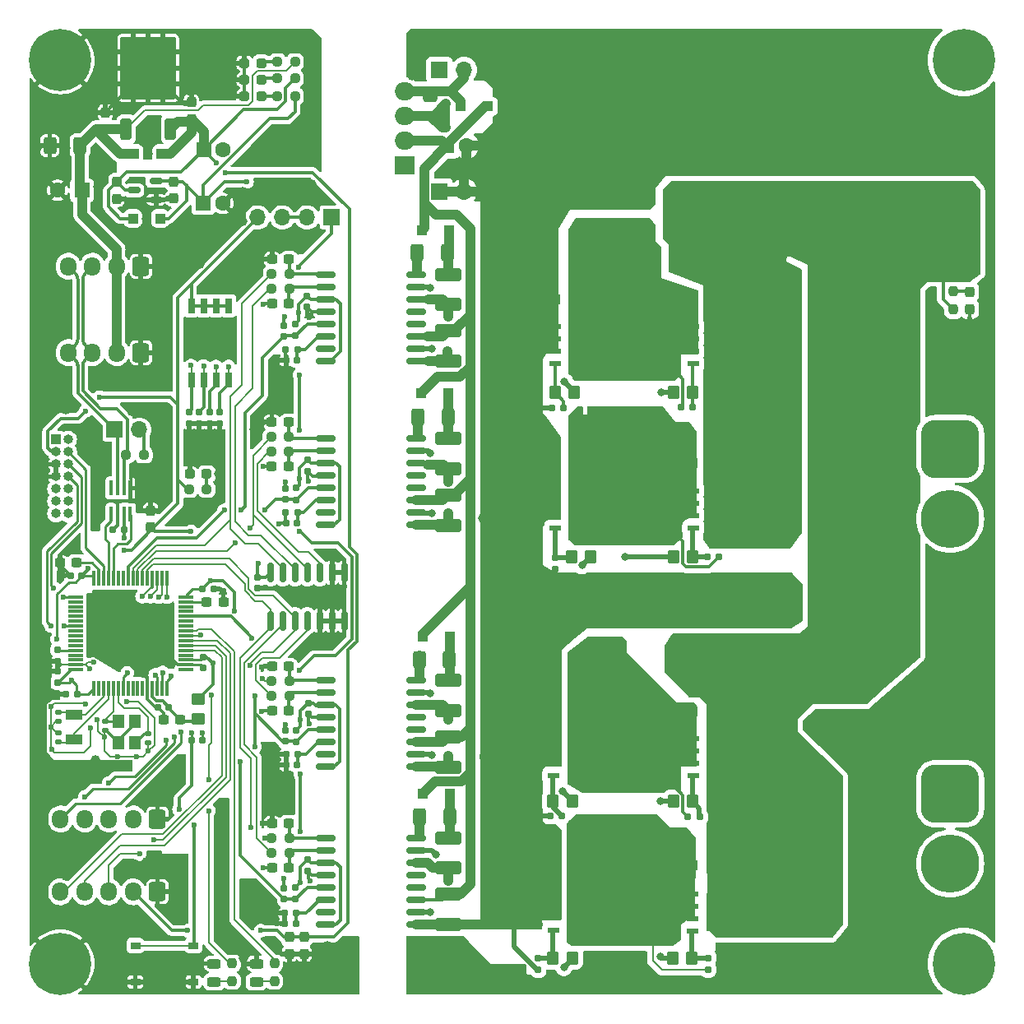
<source format=gtl>
%TF.GenerationSoftware,KiCad,Pcbnew,7.0.9*%
%TF.CreationDate,2024-10-14T12:04:04+09:00*%
%TF.ProjectId,schematic_MD,73636865-6d61-4746-9963-5f4d442e6b69,rev?*%
%TF.SameCoordinates,PX5a53c78PY8528228*%
%TF.FileFunction,Copper,L1,Top*%
%TF.FilePolarity,Positive*%
%FSLAX46Y46*%
G04 Gerber Fmt 4.6, Leading zero omitted, Abs format (unit mm)*
G04 Created by KiCad (PCBNEW 7.0.9) date 2024-10-14 12:04:04*
%MOMM*%
%LPD*%
G01*
G04 APERTURE LIST*
G04 Aperture macros list*
%AMRoundRect*
0 Rectangle with rounded corners*
0 $1 Rounding radius*
0 $2 $3 $4 $5 $6 $7 $8 $9 X,Y pos of 4 corners*
0 Add a 4 corners polygon primitive as box body*
4,1,4,$2,$3,$4,$5,$6,$7,$8,$9,$2,$3,0*
0 Add four circle primitives for the rounded corners*
1,1,$1+$1,$2,$3*
1,1,$1+$1,$4,$5*
1,1,$1+$1,$6,$7*
1,1,$1+$1,$8,$9*
0 Add four rect primitives between the rounded corners*
20,1,$1+$1,$2,$3,$4,$5,0*
20,1,$1+$1,$4,$5,$6,$7,0*
20,1,$1+$1,$6,$7,$8,$9,0*
20,1,$1+$1,$8,$9,$2,$3,0*%
G04 Aperture macros list end*
%TA.AperFunction,SMDPad,CuDef*%
%ADD10R,1.270000X0.610000*%
%TD*%
%TA.AperFunction,SMDPad,CuDef*%
%ADD11R,1.020000X0.610000*%
%TD*%
%TA.AperFunction,SMDPad,CuDef*%
%ADD12R,3.810000X3.910000*%
%TD*%
%TA.AperFunction,ComponentPad*%
%ADD13C,0.600000*%
%TD*%
%TA.AperFunction,SMDPad,CuDef*%
%ADD14RoundRect,0.250000X0.350000X-0.850000X0.350000X0.850000X-0.350000X0.850000X-0.350000X-0.850000X0*%
%TD*%
%TA.AperFunction,SMDPad,CuDef*%
%ADD15RoundRect,0.250000X1.125000X-1.275000X1.125000X1.275000X-1.125000X1.275000X-1.125000X-1.275000X0*%
%TD*%
%TA.AperFunction,SMDPad,CuDef*%
%ADD16RoundRect,0.249997X2.650003X-2.950003X2.650003X2.950003X-2.650003X2.950003X-2.650003X-2.950003X0*%
%TD*%
%TA.AperFunction,SMDPad,CuDef*%
%ADD17RoundRect,0.237500X-0.250000X-0.237500X0.250000X-0.237500X0.250000X0.237500X-0.250000X0.237500X0*%
%TD*%
%TA.AperFunction,SMDPad,CuDef*%
%ADD18RoundRect,0.237500X-0.287500X-0.237500X0.287500X-0.237500X0.287500X0.237500X-0.287500X0.237500X0*%
%TD*%
%TA.AperFunction,ComponentPad*%
%ADD19R,1.700000X1.700000*%
%TD*%
%TA.AperFunction,ComponentPad*%
%ADD20O,1.700000X1.700000*%
%TD*%
%TA.AperFunction,SMDPad,CuDef*%
%ADD21RoundRect,0.237500X0.237500X-0.300000X0.237500X0.300000X-0.237500X0.300000X-0.237500X-0.300000X0*%
%TD*%
%TA.AperFunction,SMDPad,CuDef*%
%ADD22RoundRect,0.160000X-0.160000X0.197500X-0.160000X-0.197500X0.160000X-0.197500X0.160000X0.197500X0*%
%TD*%
%TA.AperFunction,SMDPad,CuDef*%
%ADD23R,0.760000X1.600000*%
%TD*%
%TA.AperFunction,SMDPad,CuDef*%
%ADD24RoundRect,0.237500X-0.237500X0.250000X-0.237500X-0.250000X0.237500X-0.250000X0.237500X0.250000X0*%
%TD*%
%TA.AperFunction,SMDPad,CuDef*%
%ADD25RoundRect,0.243750X-0.456250X0.243750X-0.456250X-0.243750X0.456250X-0.243750X0.456250X0.243750X0*%
%TD*%
%TA.AperFunction,SMDPad,CuDef*%
%ADD26RoundRect,0.237500X0.300000X0.237500X-0.300000X0.237500X-0.300000X-0.237500X0.300000X-0.237500X0*%
%TD*%
%TA.AperFunction,SMDPad,CuDef*%
%ADD27RoundRect,0.250000X-1.100000X0.412500X-1.100000X-0.412500X1.100000X-0.412500X1.100000X0.412500X0*%
%TD*%
%TA.AperFunction,SMDPad,CuDef*%
%ADD28RoundRect,0.250000X-0.450000X0.350000X-0.450000X-0.350000X0.450000X-0.350000X0.450000X0.350000X0*%
%TD*%
%TA.AperFunction,SMDPad,CuDef*%
%ADD29RoundRect,0.155000X0.212500X0.155000X-0.212500X0.155000X-0.212500X-0.155000X0.212500X-0.155000X0*%
%TD*%
%TA.AperFunction,SMDPad,CuDef*%
%ADD30RoundRect,0.250000X-0.300000X-0.300000X0.300000X-0.300000X0.300000X0.300000X-0.300000X0.300000X0*%
%TD*%
%TA.AperFunction,SMDPad,CuDef*%
%ADD31RoundRect,0.075000X0.075000X-0.700000X0.075000X0.700000X-0.075000X0.700000X-0.075000X-0.700000X0*%
%TD*%
%TA.AperFunction,SMDPad,CuDef*%
%ADD32RoundRect,0.075000X0.700000X-0.075000X0.700000X0.075000X-0.700000X0.075000X-0.700000X-0.075000X0*%
%TD*%
%TA.AperFunction,SMDPad,CuDef*%
%ADD33RoundRect,0.237500X0.250000X0.237500X-0.250000X0.237500X-0.250000X-0.237500X0.250000X-0.237500X0*%
%TD*%
%TA.AperFunction,ComponentPad*%
%ADD34R,1.600000X1.600000*%
%TD*%
%TA.AperFunction,ComponentPad*%
%ADD35C,1.600000*%
%TD*%
%TA.AperFunction,SMDPad,CuDef*%
%ADD36RoundRect,0.155000X-0.212500X-0.155000X0.212500X-0.155000X0.212500X0.155000X-0.212500X0.155000X0*%
%TD*%
%TA.AperFunction,SMDPad,CuDef*%
%ADD37RoundRect,0.140000X-0.170000X0.140000X-0.170000X-0.140000X0.170000X-0.140000X0.170000X0.140000X0*%
%TD*%
%TA.AperFunction,SMDPad,CuDef*%
%ADD38RoundRect,0.250000X-0.400000X-0.625000X0.400000X-0.625000X0.400000X0.625000X-0.400000X0.625000X0*%
%TD*%
%TA.AperFunction,SMDPad,CuDef*%
%ADD39R,0.400000X1.560000*%
%TD*%
%TA.AperFunction,SMDPad,CuDef*%
%ADD40RoundRect,0.250000X-0.475000X0.250000X-0.475000X-0.250000X0.475000X-0.250000X0.475000X0.250000X0*%
%TD*%
%TA.AperFunction,ComponentPad*%
%ADD41R,1.000000X1.000000*%
%TD*%
%TA.AperFunction,ComponentPad*%
%ADD42O,1.000000X1.000000*%
%TD*%
%TA.AperFunction,SMDPad,CuDef*%
%ADD43R,1.000000X0.750000*%
%TD*%
%TA.AperFunction,SMDPad,CuDef*%
%ADD44RoundRect,0.160000X0.197500X0.160000X-0.197500X0.160000X-0.197500X-0.160000X0.197500X-0.160000X0*%
%TD*%
%TA.AperFunction,SMDPad,CuDef*%
%ADD45RoundRect,0.155000X-0.155000X0.212500X-0.155000X-0.212500X0.155000X-0.212500X0.155000X0.212500X0*%
%TD*%
%TA.AperFunction,SMDPad,CuDef*%
%ADD46RoundRect,0.150000X0.150000X-0.825000X0.150000X0.825000X-0.150000X0.825000X-0.150000X-0.825000X0*%
%TD*%
%TA.AperFunction,SMDPad,CuDef*%
%ADD47R,1.200000X1.400000*%
%TD*%
%TA.AperFunction,SMDPad,CuDef*%
%ADD48RoundRect,0.250000X0.300000X0.300000X-0.300000X0.300000X-0.300000X-0.300000X0.300000X-0.300000X0*%
%TD*%
%TA.AperFunction,SMDPad,CuDef*%
%ADD49RoundRect,0.250000X-0.350000X-0.450000X0.350000X-0.450000X0.350000X0.450000X-0.350000X0.450000X0*%
%TD*%
%TA.AperFunction,ComponentPad*%
%ADD50R,2.000000X2.000000*%
%TD*%
%TA.AperFunction,ComponentPad*%
%ADD51C,2.000000*%
%TD*%
%TA.AperFunction,SMDPad,CuDef*%
%ADD52RoundRect,0.150000X-0.875000X-0.150000X0.875000X-0.150000X0.875000X0.150000X-0.875000X0.150000X0*%
%TD*%
%TA.AperFunction,SMDPad,CuDef*%
%ADD53RoundRect,0.155000X0.155000X-0.212500X0.155000X0.212500X-0.155000X0.212500X-0.155000X-0.212500X0*%
%TD*%
%TA.AperFunction,SMDPad,CuDef*%
%ADD54RoundRect,0.250000X0.350000X0.450000X-0.350000X0.450000X-0.350000X-0.450000X0.350000X-0.450000X0*%
%TD*%
%TA.AperFunction,SMDPad,CuDef*%
%ADD55RoundRect,0.237500X0.237500X-0.287500X0.237500X0.287500X-0.237500X0.287500X-0.237500X-0.287500X0*%
%TD*%
%TA.AperFunction,SMDPad,CuDef*%
%ADD56RoundRect,0.237500X-0.237500X0.300000X-0.237500X-0.300000X0.237500X-0.300000X0.237500X0.300000X0*%
%TD*%
%TA.AperFunction,SMDPad,CuDef*%
%ADD57RoundRect,0.150000X0.512500X0.150000X-0.512500X0.150000X-0.512500X-0.150000X0.512500X-0.150000X0*%
%TD*%
%TA.AperFunction,ComponentPad*%
%ADD58RoundRect,1.500000X-1.500000X1.500000X-1.500000X-1.500000X1.500000X-1.500000X1.500000X1.500000X0*%
%TD*%
%TA.AperFunction,ComponentPad*%
%ADD59C,6.000000*%
%TD*%
%TA.AperFunction,ComponentPad*%
%ADD60RoundRect,0.250000X0.600000X0.725000X-0.600000X0.725000X-0.600000X-0.725000X0.600000X-0.725000X0*%
%TD*%
%TA.AperFunction,ComponentPad*%
%ADD61O,1.700000X1.950000*%
%TD*%
%TA.AperFunction,ComponentPad*%
%ADD62C,0.800000*%
%TD*%
%TA.AperFunction,ComponentPad*%
%ADD63C,6.400000*%
%TD*%
%TA.AperFunction,SMDPad,CuDef*%
%ADD64R,1.800000X1.000000*%
%TD*%
%TA.AperFunction,SMDPad,CuDef*%
%ADD65RoundRect,0.160000X-0.197500X-0.160000X0.197500X-0.160000X0.197500X0.160000X-0.197500X0.160000X0*%
%TD*%
%TA.AperFunction,ComponentPad*%
%ADD66R,2.000000X1.905000*%
%TD*%
%TA.AperFunction,ComponentPad*%
%ADD67O,2.000000X1.905000*%
%TD*%
%TA.AperFunction,SMDPad,CuDef*%
%ADD68RoundRect,0.140000X0.170000X-0.140000X0.170000X0.140000X-0.170000X0.140000X-0.170000X-0.140000X0*%
%TD*%
%TA.AperFunction,SMDPad,CuDef*%
%ADD69RoundRect,0.237500X0.237500X-0.250000X0.237500X0.250000X-0.237500X0.250000X-0.237500X-0.250000X0*%
%TD*%
%TA.AperFunction,SMDPad,CuDef*%
%ADD70RoundRect,0.237500X-0.300000X-0.237500X0.300000X-0.237500X0.300000X0.237500X-0.300000X0.237500X0*%
%TD*%
%TA.AperFunction,ComponentPad*%
%ADD71RoundRect,1.500000X1.500000X-1.500000X1.500000X1.500000X-1.500000X1.500000X-1.500000X-1.500000X0*%
%TD*%
%TA.AperFunction,SMDPad,CuDef*%
%ADD72RoundRect,0.250000X0.400000X0.625000X-0.400000X0.625000X-0.400000X-0.625000X0.400000X-0.625000X0*%
%TD*%
%TA.AperFunction,ViaPad*%
%ADD73C,0.600000*%
%TD*%
%TA.AperFunction,ViaPad*%
%ADD74C,1.000000*%
%TD*%
%TA.AperFunction,ViaPad*%
%ADD75C,0.800000*%
%TD*%
%TA.AperFunction,Conductor*%
%ADD76C,0.200000*%
%TD*%
%TA.AperFunction,Conductor*%
%ADD77C,0.300000*%
%TD*%
%TA.AperFunction,Conductor*%
%ADD78C,0.250000*%
%TD*%
%TA.AperFunction,Conductor*%
%ADD79C,1.000000*%
%TD*%
%TA.AperFunction,Conductor*%
%ADD80C,0.500000*%
%TD*%
G04 APERTURE END LIST*
D10*
%TO.P,Q6,1,S*%
%TO.N,/Driver1/H-bridge_right*%
X68645000Y69045000D03*
%TO.P,Q6,2,S*%
X68645000Y67775000D03*
%TO.P,Q6,3,S*%
X68645000Y66505000D03*
%TO.P,Q6,4,G*%
%TO.N,Net-(Q6-G)*%
X68645000Y65235000D03*
D11*
%TO.P,Q6,5,D*%
%TO.N,Vdrive*%
X74110000Y67775000D03*
X74110000Y69045000D03*
X74110000Y65235000D03*
D12*
X72005000Y67140000D03*
D11*
X74110000Y66505000D03*
%TD*%
D10*
%TO.P,Q5,1,S*%
%TO.N,/Driver/H-bridge_right*%
X68645000Y26670000D03*
%TO.P,Q5,2,S*%
X68645000Y25400000D03*
%TO.P,Q5,3,S*%
X68645000Y24130000D03*
%TO.P,Q5,4,G*%
%TO.N,Net-(Q5-G)*%
X68645000Y22860000D03*
D11*
%TO.P,Q5,5,D*%
%TO.N,Vdrive*%
X74110000Y25400000D03*
X74110000Y26670000D03*
X74110000Y22860000D03*
D12*
X72005000Y24765000D03*
D11*
X74110000Y24130000D03*
%TD*%
D10*
%TO.P,Q2,1,S*%
%TO.N,/Driver1/H-bridge_left*%
X68650000Y52170000D03*
%TO.P,Q2,2,S*%
X68650000Y50900000D03*
%TO.P,Q2,3,S*%
X68650000Y49630000D03*
%TO.P,Q2,4,G*%
%TO.N,Net-(Q2-G)*%
X68650000Y48360000D03*
D11*
%TO.P,Q2,5,D*%
%TO.N,Vdrive*%
X74115000Y50900000D03*
X74115000Y52170000D03*
X74115000Y48360000D03*
D12*
X72010000Y50265000D03*
D11*
X74115000Y49630000D03*
%TD*%
D10*
%TO.P,Q1,1,S*%
%TO.N,/Driver/H-bridge_left*%
X68550000Y10705000D03*
%TO.P,Q1,2,S*%
X68550000Y9435000D03*
%TO.P,Q1,3,S*%
X68550000Y8165000D03*
%TO.P,Q1,4,G*%
%TO.N,Net-(Q1-G)*%
X68550000Y6895000D03*
D11*
%TO.P,Q1,5,D*%
%TO.N,Vdrive*%
X74015000Y9435000D03*
X74015000Y10705000D03*
X74015000Y6895000D03*
D12*
X71910000Y8800000D03*
D11*
X74015000Y8165000D03*
%TD*%
D10*
%TO.P,Q8,1,S*%
%TO.N,GND2*%
X54445000Y69070000D03*
%TO.P,Q8,2,S*%
X54445000Y67800000D03*
%TO.P,Q8,3,S*%
X54445000Y66530000D03*
%TO.P,Q8,4,G*%
%TO.N,Net-(Q8-G)*%
X54445000Y65260000D03*
D13*
%TO.P,Q8,5,D*%
%TO.N,/Driver1/H-bridge_right*%
X56605000Y68365000D03*
X56605000Y67165000D03*
X56605000Y65965000D03*
X57805000Y68365000D03*
X57805000Y67165000D03*
D12*
X57805000Y67165000D03*
D13*
X57805000Y65965000D03*
X59005000Y68365000D03*
X59005000Y67165000D03*
X59005000Y65965000D03*
D11*
X59910000Y69070000D03*
X59910000Y67800000D03*
X59910000Y66530000D03*
X59910000Y65260000D03*
%TD*%
D10*
%TO.P,Q7,1,S*%
%TO.N,GND2*%
X54245000Y26640000D03*
%TO.P,Q7,2,S*%
X54245000Y25370000D03*
%TO.P,Q7,3,S*%
X54245000Y24100000D03*
%TO.P,Q7,4,G*%
%TO.N,Net-(Q7-G)*%
X54245000Y22830000D03*
D13*
%TO.P,Q7,5,D*%
%TO.N,/Driver/H-bridge_right*%
X56405000Y25935000D03*
X56405000Y24735000D03*
X56405000Y23535000D03*
X57605000Y25935000D03*
X57605000Y24735000D03*
D12*
X57605000Y24735000D03*
D13*
X57605000Y23535000D03*
X58805000Y25935000D03*
X58805000Y24735000D03*
X58805000Y23535000D03*
D11*
X59710000Y26640000D03*
X59710000Y25370000D03*
X59710000Y24100000D03*
X59710000Y22830000D03*
%TD*%
D10*
%TO.P,Q4,1,S*%
%TO.N,GND2*%
X54445000Y52170000D03*
%TO.P,Q4,2,S*%
X54445000Y50900000D03*
%TO.P,Q4,3,S*%
X54445000Y49630000D03*
%TO.P,Q4,4,G*%
%TO.N,Net-(Q4-G)*%
X54445000Y48360000D03*
D13*
%TO.P,Q4,5,D*%
%TO.N,/Driver1/H-bridge_left*%
X56605000Y51465000D03*
X56605000Y50265000D03*
X56605000Y49065000D03*
X57805000Y51465000D03*
X57805000Y50265000D03*
D12*
X57805000Y50265000D03*
D13*
X57805000Y49065000D03*
X59005000Y51465000D03*
X59005000Y50265000D03*
X59005000Y49065000D03*
D11*
X59910000Y52170000D03*
X59910000Y50900000D03*
X59910000Y49630000D03*
X59910000Y48360000D03*
%TD*%
D10*
%TO.P,Q3,1,S*%
%TO.N,GND2*%
X54250000Y10735000D03*
%TO.P,Q3,2,S*%
X54250000Y9465000D03*
%TO.P,Q3,3,S*%
X54250000Y8195000D03*
%TO.P,Q3,4,G*%
%TO.N,Net-(Q3-G)*%
X54250000Y6925000D03*
D13*
%TO.P,Q3,5,D*%
%TO.N,/Driver/H-bridge_left*%
X56410000Y10030000D03*
X56410000Y8830000D03*
X56410000Y7630000D03*
X57610000Y10030000D03*
X57610000Y8830000D03*
D12*
X57610000Y8830000D03*
D13*
X57610000Y7630000D03*
X58810000Y10030000D03*
X58810000Y8830000D03*
X58810000Y7630000D03*
D11*
X59715000Y10735000D03*
X59715000Y9465000D03*
X59715000Y8195000D03*
X59715000Y6925000D03*
%TD*%
D13*
%TO.P,U8,2,GND*%
%TO.N,GND1*%
X14966000Y98048200D03*
X13766000Y98048200D03*
X12566000Y98048200D03*
X11366000Y98048200D03*
X10166000Y98048200D03*
X10166000Y95648200D03*
X11366000Y95648200D03*
X12566000Y95648200D03*
X13766000Y95648200D03*
X14966000Y95648200D03*
X10166000Y96848200D03*
X11366000Y96848200D03*
X12566000Y96848200D03*
X13766000Y96848200D03*
X14966000Y96848200D03*
X14966000Y94448200D03*
X13766000Y94448200D03*
X12566000Y94448200D03*
X11366000Y94448200D03*
X10166000Y94448200D03*
X14966000Y93248200D03*
X12566000Y93248200D03*
X13766000Y93248200D03*
X11366000Y93248200D03*
X10166000Y93248200D03*
D14*
%TO.P,U8,3,OUT*%
%TO.N,+5V*%
X14846000Y89408200D03*
D15*
%TO.P,U8,2,GND*%
%TO.N,GND1*%
X14091000Y97383200D03*
X11041000Y97383200D03*
D16*
X12566000Y95708200D03*
D15*
X14091000Y94033200D03*
X11041000Y94033200D03*
D14*
%TO.P,U8,1,IN*%
%TO.N,+12V*%
X10286000Y89408200D03*
%TD*%
D17*
%TO.P,R50,1*%
%TO.N,STM_power*%
X16752500Y52325000D03*
%TO.P,R50,2*%
%TO.N,Net-(D22-A)*%
X18577500Y52325000D03*
%TD*%
D18*
%TO.P,D22,1,K*%
%TO.N,GND1*%
X16822500Y53925000D03*
%TO.P,D22,2,A*%
%TO.N,Net-(D22-A)*%
X18572500Y53925000D03*
%TD*%
D19*
%TO.P,J8,1,Pin_1*%
%TO.N,gate_logic_PWR*%
X31435000Y80325000D03*
D20*
%TO.P,J8,2,Pin_2*%
%TO.N,+3.3V*%
X28895000Y80325000D03*
%TO.P,J8,3,Pin_3*%
X26355000Y80325000D03*
%TO.P,J8,4,Pin_4*%
%TO.N,STM_power*%
X23815000Y80325000D03*
%TD*%
D21*
%TO.P,C61,1*%
%TO.N,GND1*%
X27065000Y4512500D03*
%TO.P,C61,2*%
%TO.N,+5V*%
X27065000Y6237500D03*
%TD*%
%TO.P,C60,1*%
%TO.N,GND1*%
X28615000Y4512500D03*
%TO.P,C60,2*%
%TO.N,+5V*%
X28615000Y6237500D03*
%TD*%
D22*
%TO.P,R49,1*%
%TO.N,Net-(U6-PB15)*%
X16765000Y60322500D03*
%TO.P,R49,2*%
%TO.N,GND1*%
X16765000Y59127500D03*
%TD*%
%TO.P,R48,1*%
%TO.N,Net-(U6-PB14)*%
X17815000Y60322500D03*
%TO.P,R48,2*%
%TO.N,GND1*%
X17815000Y59127500D03*
%TD*%
%TO.P,R47,1*%
%TO.N,Net-(U6-PB13)*%
X18865000Y60322500D03*
%TO.P,R47,2*%
%TO.N,GND1*%
X18865000Y59127500D03*
%TD*%
%TO.P,R46,1*%
%TO.N,Net-(U6-PB12)*%
X19867500Y60322500D03*
%TO.P,R46,2*%
%TO.N,GND1*%
X19867500Y59127500D03*
%TD*%
D23*
%TO.P,SW2,1*%
%TO.N,Net-(U6-PB15)*%
X16975000Y63605000D03*
%TO.P,SW2,2*%
%TO.N,Net-(U6-PB14)*%
X18245000Y63605000D03*
%TO.P,SW2,3*%
%TO.N,Net-(U6-PB13)*%
X19515000Y63605000D03*
%TO.P,SW2,4*%
%TO.N,Net-(U6-PB12)*%
X20785000Y63605000D03*
%TO.P,SW2,5*%
%TO.N,STM_power*%
X20785000Y71225000D03*
%TO.P,SW2,6*%
X19515000Y71225000D03*
%TO.P,SW2,7*%
X18245000Y71225000D03*
%TO.P,SW2,8*%
X16975000Y71225000D03*
%TD*%
D24*
%TO.P,R45,1*%
%TO.N,Net-(U6-PC5)*%
X25530000Y3530500D03*
%TO.P,R45,2*%
%TO.N,Net-(D20-A)*%
X25530000Y1705500D03*
%TD*%
D25*
%TO.P,D20,1,K*%
%TO.N,GND1*%
X23680000Y3505500D03*
%TO.P,D20,2,A*%
%TO.N,Net-(D20-A)*%
X23680000Y1630500D03*
%TD*%
D26*
%TO.P,C54,1*%
%TO.N,Net-(U3-INA)*%
X26997000Y59228000D03*
%TO.P,C54,2*%
%TO.N,GND1*%
X25272000Y59228000D03*
%TD*%
D27*
%TO.P,C15,1*%
%TO.N,Net-(D2-K)*%
X43400000Y32662500D03*
%TO.P,C15,2*%
%TO.N,/Driver/H-bridge_right*%
X43400000Y29537500D03*
%TD*%
D22*
%TO.P,R26,1*%
%TO.N,Net-(Q3-G)*%
X52700000Y4097500D03*
%TO.P,R26,2*%
%TO.N,GND2*%
X52700000Y2902500D03*
%TD*%
D28*
%TO.P,L2,2,2*%
%TO.N,VDDA*%
X17666000Y28708200D03*
%TO.P,L2,1,1*%
%TO.N,STM_power*%
X17666000Y30708200D03*
%TD*%
D29*
%TO.P,C28,1*%
%TO.N,STM_power*%
X5227500Y31241200D03*
%TO.P,C28,2*%
%TO.N,GND1*%
X4092500Y31241200D03*
%TD*%
D30*
%TO.P,D21,1,K*%
%TO.N,Net-(D21-K)*%
X44697000Y91740000D03*
%TO.P,D21,2,A*%
%TO.N,Gate_power*%
X47497000Y91740000D03*
%TD*%
D31*
%TO.P,U6,1,VBAT*%
%TO.N,STM_power*%
X6966000Y31833200D03*
%TO.P,U6,2,PC13*%
%TO.N,unconnected-(U6-PC13-Pad2)*%
X7466000Y31833200D03*
%TO.P,U6,3,PC14*%
%TO.N,Net-(U6-PC14)*%
X7966000Y31833200D03*
%TO.P,U6,4,PC15*%
%TO.N,Net-(U6-PC15)*%
X8466000Y31833200D03*
%TO.P,U6,5,PH0*%
%TO.N,Net-(U6-PH0)*%
X8966000Y31833200D03*
%TO.P,U6,6,PH1*%
%TO.N,Net-(U6-PH1)*%
X9466000Y31833200D03*
%TO.P,U6,7,NRST*%
%TO.N,/STM32F405/NRST*%
X9966000Y31833200D03*
%TO.P,U6,8,PC0*%
%TO.N,unconnected-(U6-PC0-Pad8)*%
X10466000Y31833200D03*
%TO.P,U6,9,PC1*%
%TO.N,unconnected-(U6-PC1-Pad9)*%
X10966000Y31833200D03*
%TO.P,U6,10,PC2*%
%TO.N,unconnected-(U6-PC2-Pad10)*%
X11466000Y31833200D03*
%TO.P,U6,11,PC3*%
%TO.N,unconnected-(U6-PC3-Pad11)*%
X11966000Y31833200D03*
%TO.P,U6,12,VSSA*%
%TO.N,GND1*%
X12466000Y31833200D03*
%TO.P,U6,13,VDDA*%
%TO.N,VDDA*%
X12966000Y31833200D03*
%TO.P,U6,14,PA0*%
%TO.N,/STM32F405/Motor1_A*%
X13466000Y31833200D03*
%TO.P,U6,15,PA1*%
%TO.N,/STM32F405/Motor1_B*%
X13966000Y31833200D03*
%TO.P,U6,16,PA2*%
%TO.N,/STM32F405/Motor1_Z*%
X14466000Y31833200D03*
D32*
%TO.P,U6,17,PA3*%
%TO.N,unconnected-(U6-PA3-Pad17)*%
X16391000Y33758200D03*
%TO.P,U6,18,VSS*%
%TO.N,GND1*%
X16391000Y34258200D03*
%TO.P,U6,19,VDD*%
%TO.N,STM_power*%
X16391000Y34758200D03*
%TO.P,U6,20,PA4*%
%TO.N,unconnected-(U6-PA4-Pad20)*%
X16391000Y35258200D03*
%TO.P,U6,21,PA5*%
%TO.N,/STM32F405/Motor2_Z*%
X16391000Y35758200D03*
%TO.P,U6,22,PA6*%
%TO.N,/STM32F405/Motor2_A*%
X16391000Y36258200D03*
%TO.P,U6,23,PA7*%
%TO.N,/STM32F405/Motor2_B*%
X16391000Y36758200D03*
%TO.P,U6,24,PC4*%
%TO.N,Net-(U6-PC4)*%
X16391000Y37258200D03*
%TO.P,U6,25,PC5*%
%TO.N,Net-(U6-PC5)*%
X16391000Y37758200D03*
%TO.P,U6,26,PB0*%
%TO.N,unconnected-(U6-PB0-Pad26)*%
X16391000Y38258200D03*
%TO.P,U6,27,PB1*%
%TO.N,unconnected-(U6-PB1-Pad27)*%
X16391000Y38758200D03*
%TO.P,U6,28,PB2*%
%TO.N,/Driver/EN_left*%
X16391000Y39258200D03*
%TO.P,U6,29,PB10*%
%TO.N,unconnected-(U6-PB10-Pad29)*%
X16391000Y39758200D03*
%TO.P,U6,30,PB11*%
%TO.N,unconnected-(U6-PB11-Pad30)*%
X16391000Y40258200D03*
%TO.P,U6,31,VCAP_1*%
%TO.N,Net-(U6-VCAP_1)*%
X16391000Y40758200D03*
%TO.P,U6,32,VDD*%
%TO.N,STM_power*%
X16391000Y41258200D03*
D31*
%TO.P,U6,33,PB12*%
%TO.N,Net-(U6-PB12)*%
X14466000Y43183200D03*
%TO.P,U6,34,PB13*%
%TO.N,Net-(U6-PB13)*%
X13966000Y43183200D03*
%TO.P,U6,35,PB14*%
%TO.N,Net-(U6-PB14)*%
X13466000Y43183200D03*
%TO.P,U6,36,PB15*%
%TO.N,Net-(U6-PB15)*%
X12966000Y43183200D03*
%TO.P,U6,37,PC6*%
%TO.N,/Driver/Left_Highside_PWM_IN*%
X12466000Y43183200D03*
%TO.P,U6,38,PC7*%
%TO.N,/Driver/Right_Highside_PWM_IN*%
X11966000Y43183200D03*
%TO.P,U6,39,PC8*%
%TO.N,/Driver1/Left_Highside_PWM_IN*%
X11466000Y43183200D03*
%TO.P,U6,40,PC9*%
%TO.N,/Driver1/Right_Highside_PWM_IN*%
X10966000Y43183200D03*
%TO.P,U6,41,PA8*%
%TO.N,/Driver1/EN_left*%
X10466000Y43183200D03*
%TO.P,U6,42,PA9*%
%TO.N,unconnected-(U6-PA9-Pad42)*%
X9966000Y43183200D03*
%TO.P,U6,43,PA10*%
%TO.N,unconnected-(U6-PA10-Pad43)*%
X9466000Y43183200D03*
%TO.P,U6,44,PA11*%
%TO.N,/STM32F405/CAN_RX*%
X8966000Y43183200D03*
%TO.P,U6,45,PA12*%
%TO.N,/STM32F405/CAN_TX*%
X8466000Y43183200D03*
%TO.P,U6,46,PA13*%
%TO.N,/STM32F405/SWDIO*%
X7966000Y43183200D03*
%TO.P,U6,47,VCAP_2*%
%TO.N,Net-(U6-VCAP_2)*%
X7466000Y43183200D03*
%TO.P,U6,48,VDD*%
%TO.N,STM_power*%
X6966000Y43183200D03*
D32*
%TO.P,U6,49,PA14*%
%TO.N,/STM32F405/SWCLK*%
X5041000Y41258200D03*
%TO.P,U6,50,PA15*%
%TO.N,unconnected-(U6-PA15-Pad50)*%
X5041000Y40758200D03*
%TO.P,U6,51,PC10*%
%TO.N,unconnected-(U6-PC10-Pad51)*%
X5041000Y40258200D03*
%TO.P,U6,52,PC11*%
%TO.N,unconnected-(U6-PC11-Pad52)*%
X5041000Y39758200D03*
%TO.P,U6,53,PC12*%
%TO.N,unconnected-(U6-PC12-Pad53)*%
X5041000Y39258200D03*
%TO.P,U6,54,PD2*%
%TO.N,unconnected-(U6-PD2-Pad54)*%
X5041000Y38758200D03*
%TO.P,U6,55,PB3*%
%TO.N,/STM32F405/SWO*%
X5041000Y38258200D03*
%TO.P,U6,56,PB4*%
%TO.N,unconnected-(U6-PB4-Pad56)*%
X5041000Y37758200D03*
%TO.P,U6,57,PB5*%
%TO.N,unconnected-(U6-PB5-Pad57)*%
X5041000Y37258200D03*
%TO.P,U6,58,PB6*%
%TO.N,unconnected-(U6-PB6-Pad58)*%
X5041000Y36758200D03*
%TO.P,U6,59,PB7*%
%TO.N,unconnected-(U6-PB7-Pad59)*%
X5041000Y36258200D03*
%TO.P,U6,60,BOOT0*%
%TO.N,Net-(U6-BOOT0)*%
X5041000Y35758200D03*
%TO.P,U6,61,PB8*%
%TO.N,unconnected-(U6-PB8-Pad61)*%
X5041000Y35258200D03*
%TO.P,U6,62,PB9*%
%TO.N,unconnected-(U6-PB9-Pad62)*%
X5041000Y34758200D03*
%TO.P,U6,63,VSS*%
%TO.N,GND1*%
X5041000Y34258200D03*
%TO.P,U6,64,VDD*%
%TO.N,STM_power*%
X5041000Y33758200D03*
%TD*%
D33*
%TO.P,R16,1*%
%TO.N,+3.3V*%
X27666500Y92808000D03*
%TO.P,R16,2*%
%TO.N,Net-(D6-A)*%
X25841500Y92808000D03*
%TD*%
D26*
%TO.P,C52,1*%
%TO.N,Net-(U3-INB)*%
X26997000Y54656000D03*
%TO.P,C52,2*%
%TO.N,GND1*%
X25272000Y54656000D03*
%TD*%
%TO.P,C53,1*%
%TO.N,Net-(U1-INA)*%
X27020500Y17953000D03*
%TO.P,C53,2*%
%TO.N,GND1*%
X25295500Y17953000D03*
%TD*%
D34*
%TO.P,C8,1*%
%TO.N,+5V*%
X18266000Y87320700D03*
D35*
%TO.P,C8,2*%
%TO.N,GND1*%
X20266000Y87320700D03*
%TD*%
D36*
%TO.P,C29,1*%
%TO.N,/STM32F405/NRST*%
X16997500Y26525000D03*
%TO.P,C29,2*%
%TO.N,GND1*%
X18132500Y26525000D03*
%TD*%
D37*
%TO.P,C42,1*%
%TO.N,Net-(U6-PC14)*%
X3266000Y29388200D03*
%TO.P,C42,2*%
%TO.N,GND1*%
X3266000Y28428200D03*
%TD*%
D38*
%TO.P,R5,1*%
%TO.N,Net-(U4-VDDA)*%
X40450000Y34800000D03*
%TO.P,R5,2*%
%TO.N,Net-(D2-K)*%
X43550000Y34800000D03*
%TD*%
D30*
%TO.P,D18,1,K*%
%TO.N,+5V*%
X10978500Y80208200D03*
%TO.P,D18,2,A*%
%TO.N,+3.3V*%
X13778500Y80208200D03*
%TD*%
D37*
%TO.P,C32,2*%
%TO.N,GND1*%
X8100000Y27528200D03*
%TO.P,C32,1*%
%TO.N,Net-(U6-PH0)*%
X8100000Y28488200D03*
%TD*%
D17*
%TO.P,R43,1*%
%TO.N,/Driver1/Right_Highside_PWM_IN*%
X25245500Y74468000D03*
%TO.P,R43,2*%
%TO.N,Net-(U5-INA)*%
X27070500Y74468000D03*
%TD*%
D39*
%TO.P,U7,1,TXD*%
%TO.N,/STM32F405/CAN_TX*%
X8736000Y49758200D03*
%TO.P,U7,2,GND*%
%TO.N,GND1*%
X9386000Y49758200D03*
%TO.P,U7,3,Vcc*%
%TO.N,STM_power*%
X10046000Y49758200D03*
%TO.P,U7,4,RXD*%
%TO.N,/STM32F405/CAN_RX*%
X10696000Y49758200D03*
%TO.P,U7,5,RS*%
%TO.N,GND1*%
X10696000Y52458200D03*
%TO.P,U7,6,CANH*%
%TO.N,Net-(J11-Pin_3)*%
X10046000Y52458200D03*
%TO.P,U7,7,CANL*%
%TO.N,Net-(J11-Pin_4)*%
X9386000Y52458200D03*
%TO.P,U7,8,SHDN*%
%TO.N,unconnected-(U7-SHDN-Pad8)*%
X8736000Y52458200D03*
%TD*%
D40*
%TO.P,C43,1*%
%TO.N,Net-(D21-K)*%
X41600000Y92700000D03*
%TO.P,C43,2*%
%TO.N,GND2*%
X41600000Y90800000D03*
%TD*%
D41*
%TO.P,J7,1,Pin_1*%
%TO.N,unconnected-(J7-Pin_1-Pad1)*%
X3046000Y57448200D03*
D42*
%TO.P,J7,2,Pin_2*%
%TO.N,unconnected-(J7-Pin_2-Pad2)*%
X4316000Y57448200D03*
%TO.P,J7,3,Pin_3*%
%TO.N,STM_power*%
X3046000Y56178200D03*
%TO.P,J7,4,Pin_4*%
%TO.N,/STM32F405/SWDIO*%
X4316000Y56178200D03*
%TO.P,J7,5,Pin_5*%
%TO.N,GND1*%
X3046000Y54908200D03*
%TO.P,J7,6,Pin_6*%
%TO.N,/STM32F405/SWCLK*%
X4316000Y54908200D03*
%TO.P,J7,7,Pin_7*%
%TO.N,GND1*%
X3046000Y53638200D03*
%TO.P,J7,8,Pin_8*%
%TO.N,/STM32F405/SWO*%
X4316000Y53638200D03*
%TO.P,J7,9,Pin_9*%
%TO.N,unconnected-(J7-Pin_9-Pad9)*%
X3046000Y52368200D03*
%TO.P,J7,10,Pin_10*%
%TO.N,unconnected-(J7-Pin_10-Pad10)*%
X4316000Y52368200D03*
%TO.P,J7,11,Pin_11*%
%TO.N,unconnected-(J7-Pin_11-Pad11)*%
X3046000Y51098200D03*
%TO.P,J7,12,Pin_12*%
%TO.N,unconnected-(J7-Pin_12-Pad12)*%
X4316000Y51098200D03*
%TO.P,J7,13,Pin_13*%
%TO.N,unconnected-(J7-Pin_13-Pad13)*%
X3046000Y49828200D03*
%TO.P,J7,14,Pin_14*%
%TO.N,unconnected-(J7-Pin_14-Pad14)*%
X4316000Y49828200D03*
%TD*%
D27*
%TO.P,C21,1*%
%TO.N,Net-(D4-K)*%
X43400000Y74462500D03*
%TO.P,C21,2*%
%TO.N,/Driver1/H-bridge_right*%
X43400000Y71337500D03*
%TD*%
D43*
%TO.P,SW1,1,A*%
%TO.N,GND1*%
X17220000Y1625000D03*
X11220000Y1625000D03*
%TO.P,SW1,2,B*%
%TO.N,/STM32F405/NRST*%
X17220000Y5375000D03*
X11220000Y5375000D03*
%TD*%
D22*
%TO.P,R27,1*%
%TO.N,Net-(Q4-G)*%
X54400000Y45300000D03*
%TO.P,R27,2*%
%TO.N,GND2*%
X54400000Y44105000D03*
%TD*%
D21*
%TO.P,C26,1*%
%TO.N,Vdrive*%
X84300000Y83537500D03*
%TO.P,C26,2*%
%TO.N,GND2*%
X84300000Y85262500D03*
%TD*%
D29*
%TO.P,C40,1*%
%TO.N,STM_power*%
X5713500Y43408200D03*
%TO.P,C40,2*%
%TO.N,GND1*%
X4578500Y43408200D03*
%TD*%
D44*
%TO.P,R35,1*%
%TO.N,Net-(U5-DT)*%
X27898500Y66736000D03*
%TO.P,R35,2*%
%TO.N,GND1*%
X26703500Y66736000D03*
%TD*%
D45*
%TO.P,C37,1*%
%TO.N,STM_power*%
X18236000Y35075700D03*
%TO.P,C37,2*%
%TO.N,GND1*%
X18236000Y33940700D03*
%TD*%
D27*
%TO.P,C25,1*%
%TO.N,Gate_power*%
X43400000Y68662500D03*
%TO.P,C25,2*%
%TO.N,GND2*%
X43400000Y65537500D03*
%TD*%
D44*
%TO.P,R30,1*%
%TO.N,Net-(Q7-G)*%
X55100000Y18700000D03*
%TO.P,R30,2*%
%TO.N,GND2*%
X53905000Y18700000D03*
%TD*%
D46*
%TO.P,U11,1*%
%TO.N,/Driver/Left_Highside_PWM_IN*%
X25120000Y38800000D03*
%TO.P,U11,2*%
%TO.N,/Driver/Left_Lowside_PWM_IN*%
X26390000Y38800000D03*
%TO.P,U11,3*%
%TO.N,/Driver/Right_Highside_PWM_IN*%
X27660000Y38800000D03*
%TO.P,U11,4*%
%TO.N,/Driver/Right_Lowside_PWM_IN*%
X28930000Y38800000D03*
%TO.P,U11,5*%
%TO.N,GND1*%
X30200000Y38800000D03*
%TO.P,U11,6*%
X31470000Y38800000D03*
%TO.P,U11,7,GND*%
X32740000Y38800000D03*
%TO.P,U11,8*%
X32740000Y43750000D03*
%TO.P,U11,9*%
X31470000Y43750000D03*
%TO.P,U11,10*%
%TO.N,/Driver1/Left_Lowside_PWM_IN*%
X30200000Y43750000D03*
%TO.P,U11,11*%
%TO.N,/Driver1/Left_Highside_PWM_IN*%
X28930000Y43750000D03*
%TO.P,U11,12*%
%TO.N,/Driver1/Right_Lowside_PWM_IN*%
X27660000Y43750000D03*
%TO.P,U11,13*%
%TO.N,/Driver1/Right_Highside_PWM_IN*%
X26390000Y43750000D03*
%TO.P,U11,14,VCC*%
%TO.N,gate_logic_PWR*%
X25120000Y43750000D03*
%TD*%
D27*
%TO.P,C23,1*%
%TO.N,Net-(D3-K)*%
X43400000Y57562500D03*
%TO.P,C23,2*%
%TO.N,/Driver1/H-bridge_left*%
X43400000Y54437500D03*
%TD*%
D47*
%TO.P,Y1,4,4*%
%TO.N,GND1*%
X11166000Y28458200D03*
%TO.P,Y1,3,3*%
%TO.N,Net-(U6-PH1)*%
X11166000Y26258200D03*
%TO.P,Y1,2,2*%
%TO.N,GND1*%
X9466000Y26258200D03*
%TO.P,Y1,1,1*%
%TO.N,Net-(U6-PH0)*%
X9466000Y28458200D03*
%TD*%
D36*
%TO.P,C39,1*%
%TO.N,STM_power*%
X18130000Y42090200D03*
%TO.P,C39,2*%
%TO.N,GND1*%
X19265000Y42090200D03*
%TD*%
D27*
%TO.P,C19,1*%
%TO.N,Gate_power*%
X43400000Y26862500D03*
%TO.P,C19,2*%
%TO.N,GND2*%
X43400000Y23737500D03*
%TD*%
D48*
%TO.P,D13,1,K*%
%TO.N,/Driver/H-bridge_left*%
X57005000Y13565000D03*
%TO.P,D13,2,A*%
%TO.N,GND2*%
X54205000Y13565000D03*
%TD*%
D38*
%TO.P,R4,1*%
%TO.N,Net-(U1-VDDA)*%
X40500000Y18635000D03*
%TO.P,R4,2*%
%TO.N,Net-(D1-K)*%
X43600000Y18635000D03*
%TD*%
D33*
%TO.P,R15,1*%
%TO.N,Net-(J9-Pin_2)*%
X12108500Y55873004D03*
%TO.P,R15,2*%
%TO.N,Net-(J11-Pin_3)*%
X10283500Y55873004D03*
%TD*%
D49*
%TO.P,R9,1*%
%TO.N,Net-(U3-OUTA)*%
X66600000Y45400000D03*
%TO.P,R9,2*%
%TO.N,Net-(Q2-G)*%
X68600000Y45400000D03*
%TD*%
D24*
%TO.P,R44,1*%
%TO.N,Net-(U6-PC4)*%
X21194000Y3529000D03*
%TO.P,R44,2*%
%TO.N,Net-(D19-A)*%
X21194000Y1704000D03*
%TD*%
D17*
%TO.P,R40,1*%
%TO.N,/Driver/Right_Lowside_PWM_IN*%
X25245500Y31034000D03*
%TO.P,R40,2*%
%TO.N,Net-(U4-INB)*%
X27070500Y31034000D03*
%TD*%
D45*
%TO.P,C22,1*%
%TO.N,gate_logic_PWR*%
X28952000Y55350500D03*
%TO.P,C22,2*%
%TO.N,GND1*%
X28952000Y54215500D03*
%TD*%
D26*
%TO.P,C31,2*%
%TO.N,GND1*%
X14116000Y28608200D03*
%TO.P,C31,1*%
%TO.N,VDDA*%
X15841000Y28608200D03*
%TD*%
D48*
%TO.P,D14,1,K*%
%TO.N,/Driver/H-bridge_right*%
X57000000Y29500000D03*
%TO.P,D14,2,A*%
%TO.N,GND2*%
X54200000Y29500000D03*
%TD*%
D50*
%TO.P,C10,1*%
%TO.N,Vdrive*%
X67100000Y81632323D03*
D51*
%TO.P,C10,2*%
%TO.N,GND2*%
X67100000Y86632323D03*
%TD*%
D22*
%TO.P,R21,1*%
%TO.N,gate_logic_PWR*%
X27809000Y52459500D03*
%TO.P,R21,2*%
%TO.N,/Driver1/EN_left*%
X27809000Y51264500D03*
%TD*%
D18*
%TO.P,D8,1,K*%
%TO.N,GND1*%
X22450000Y96200000D03*
%TO.P,D8,2,A*%
%TO.N,Net-(D8-A)*%
X24200000Y96200000D03*
%TD*%
D52*
%TO.P,U3,1,INA*%
%TO.N,Net-(U3-INA)*%
X30850000Y57545000D03*
%TO.P,U3,2,INB*%
%TO.N,Net-(U3-INB)*%
X30850000Y56275000D03*
%TO.P,U3,3,VCCI*%
%TO.N,gate_logic_PWR*%
X30850000Y55005000D03*
%TO.P,U3,4,GND*%
%TO.N,GND1*%
X30850000Y53735000D03*
%TO.P,U3,5,DIS*%
%TO.N,/Driver1/EN_left*%
X30850000Y52465000D03*
%TO.P,U3,6,DT*%
%TO.N,Net-(U3-DT)*%
X30850000Y51195000D03*
%TO.P,U3,7,NC*%
%TO.N,unconnected-(U3-NC-Pad7)*%
X30850000Y49925000D03*
%TO.P,U3,8,VCCI*%
%TO.N,gate_logic_PWR*%
X30850000Y48655000D03*
%TO.P,U3,9,VSSB*%
%TO.N,GND2*%
X40150000Y48655000D03*
%TO.P,U3,10,OUTB*%
%TO.N,Net-(U3-OUTB)*%
X40150000Y49925000D03*
%TO.P,U3,11,VDDB*%
%TO.N,Gate_power*%
X40150000Y51195000D03*
%TO.P,U3,12,NC*%
%TO.N,unconnected-(U3-NC-Pad12)*%
X40150000Y52465000D03*
%TO.P,U3,13,NC*%
%TO.N,unconnected-(U3-NC-Pad13)*%
X40150000Y53735000D03*
%TO.P,U3,14,VSSA*%
%TO.N,/Driver1/H-bridge_left*%
X40150000Y55005000D03*
%TO.P,U3,15,OUTA*%
%TO.N,Net-(U3-OUTA)*%
X40150000Y56275000D03*
%TO.P,U3,16,VDDA*%
%TO.N,Net-(U3-VDDA)*%
X40150000Y57545000D03*
%TD*%
D53*
%TO.P,C33,1*%
%TO.N,STM_power*%
X3216000Y32440700D03*
%TO.P,C33,2*%
%TO.N,GND1*%
X3216000Y33575700D03*
%TD*%
D17*
%TO.P,R37,1*%
%TO.N,/Driver1/Left_Highside_PWM_IN*%
X25222000Y57704000D03*
%TO.P,R37,2*%
%TO.N,Net-(U3-INA)*%
X27047000Y57704000D03*
%TD*%
D19*
%TO.P,J9,1,Pin_1*%
%TO.N,Net-(J11-Pin_4)*%
X9086000Y58463004D03*
D20*
%TO.P,J9,2,Pin_2*%
%TO.N,Net-(J9-Pin_2)*%
X11626000Y58463004D03*
%TD*%
D33*
%TO.P,R18,1*%
%TO.N,+12V*%
X27666500Y96327000D03*
%TO.P,R18,2*%
%TO.N,Net-(D8-A)*%
X25841500Y96327000D03*
%TD*%
D17*
%TO.P,R41,1*%
%TO.N,/Driver/Right_Highside_PWM_IN*%
X25245500Y32558000D03*
%TO.P,R41,2*%
%TO.N,Net-(U4-INA)*%
X27070500Y32558000D03*
%TD*%
D48*
%TO.P,D10,1,K*%
%TO.N,Vdrive*%
X71400000Y55000000D03*
%TO.P,D10,2,A*%
%TO.N,/Driver1/H-bridge_left*%
X68600000Y55000000D03*
%TD*%
D44*
%TO.P,R28,1*%
%TO.N,Net-(Q5-G)*%
X69300000Y18600000D03*
%TO.P,R28,2*%
%TO.N,/Driver/H-bridge_right*%
X68105000Y18600000D03*
%TD*%
D34*
%TO.P,C59,1*%
%TO.N,Gate_power*%
X43300000Y87700000D03*
D35*
%TO.P,C59,2*%
%TO.N,GND2*%
X45300000Y87700000D03*
%TD*%
D52*
%TO.P,U4,1,INA*%
%TO.N,Net-(U4-INA)*%
X30850000Y32645000D03*
%TO.P,U4,2,INB*%
%TO.N,Net-(U4-INB)*%
X30850000Y31375000D03*
%TO.P,U4,3,VCCI*%
%TO.N,gate_logic_PWR*%
X30850000Y30105000D03*
%TO.P,U4,4,GND*%
%TO.N,GND1*%
X30850000Y28835000D03*
%TO.P,U4,5,DIS*%
%TO.N,/Driver/EN_left*%
X30850000Y27565000D03*
%TO.P,U4,6,DT*%
%TO.N,Net-(U4-DT)*%
X30850000Y26295000D03*
%TO.P,U4,7,NC*%
%TO.N,unconnected-(U4-NC-Pad7)*%
X30850000Y25025000D03*
%TO.P,U4,8,VCCI*%
%TO.N,gate_logic_PWR*%
X30850000Y23755000D03*
%TO.P,U4,9,VSSB*%
%TO.N,GND2*%
X40150000Y23755000D03*
%TO.P,U4,10,OUTB*%
%TO.N,Net-(U4-OUTB)*%
X40150000Y25025000D03*
%TO.P,U4,11,VDDB*%
%TO.N,Gate_power*%
X40150000Y26295000D03*
%TO.P,U4,12,NC*%
%TO.N,unconnected-(U4-NC-Pad12)*%
X40150000Y27565000D03*
%TO.P,U4,13,NC*%
%TO.N,unconnected-(U4-NC-Pad13)*%
X40150000Y28835000D03*
%TO.P,U4,14,VSSA*%
%TO.N,/Driver/H-bridge_right*%
X40150000Y30105000D03*
%TO.P,U4,15,OUTA*%
%TO.N,Net-(U4-OUTA)*%
X40150000Y31375000D03*
%TO.P,U4,16,VDDA*%
%TO.N,Net-(U4-VDDA)*%
X40150000Y32645000D03*
%TD*%
D22*
%TO.P,R23,1*%
%TO.N,gate_logic_PWR*%
X27682000Y69313000D03*
%TO.P,R23,2*%
%TO.N,/Driver1/EN_left*%
X27682000Y68118000D03*
%TD*%
D49*
%TO.P,R2,1*%
%TO.N,Net-(U1-OUTA)*%
X66505000Y4100000D03*
%TO.P,R2,2*%
%TO.N,Net-(Q1-G)*%
X68505000Y4100000D03*
%TD*%
D26*
%TO.P,C56,1*%
%TO.N,Net-(U4-INA)*%
X27020500Y34082000D03*
%TO.P,C56,2*%
%TO.N,GND1*%
X25295500Y34082000D03*
%TD*%
D44*
%TO.P,R33,1*%
%TO.N,Net-(U3-DT)*%
X27898500Y49957000D03*
%TO.P,R33,2*%
%TO.N,GND1*%
X26703500Y49957000D03*
%TD*%
D54*
%TO.P,R10,1*%
%TO.N,Net-(U3-OUTB)*%
X58100000Y45400000D03*
%TO.P,R10,2*%
%TO.N,Net-(Q4-G)*%
X56100000Y45400000D03*
%TD*%
D55*
%TO.P,D17,1,K*%
%TO.N,GND2*%
X97100000Y70900000D03*
%TO.P,D17,2,A*%
%TO.N,Net-(D17-A)*%
X97100000Y72650000D03*
%TD*%
D45*
%TO.P,C20,1*%
%TO.N,gate_logic_PWR*%
X28900000Y72241500D03*
%TO.P,C20,2*%
%TO.N,GND1*%
X28900000Y71106500D03*
%TD*%
D27*
%TO.P,C24,1*%
%TO.N,Gate_power*%
X43400000Y51762500D03*
%TO.P,C24,2*%
%TO.N,GND2*%
X43400000Y48637500D03*
%TD*%
D49*
%TO.P,R6,1*%
%TO.N,Net-(U4-OUTA)*%
X66600000Y20200000D03*
%TO.P,R6,2*%
%TO.N,Net-(Q5-G)*%
X68600000Y20200000D03*
%TD*%
D56*
%TO.P,C3,1*%
%TO.N,+5V*%
X9316000Y83970700D03*
%TO.P,C3,2*%
%TO.N,GND1*%
X9316000Y82245700D03*
%TD*%
D33*
%TO.P,R17,1*%
%TO.N,+5V*%
X27666500Y94627000D03*
%TO.P,R17,2*%
%TO.N,Net-(D7-A)*%
X25841500Y94627000D03*
%TD*%
D48*
%TO.P,D4,1,K*%
%TO.N,Net-(D4-K)*%
X43500000Y79000000D03*
%TO.P,D4,2,A*%
%TO.N,Gate_power*%
X40700000Y79000000D03*
%TD*%
D53*
%TO.P,C47,1*%
%TO.N,/Driver/EN_left*%
X26666000Y26402500D03*
%TO.P,C47,2*%
%TO.N,GND1*%
X26666000Y27537500D03*
%TD*%
D57*
%TO.P,U2,1,GND*%
%TO.N,GND1*%
X13353500Y82158200D03*
%TO.P,U2,2,VO*%
%TO.N,+3.3V*%
X13353500Y84058200D03*
%TO.P,U2,3,VI*%
%TO.N,+5V*%
X11078500Y83108200D03*
%TD*%
D19*
%TO.P,J10,1,Pin_1*%
%TO.N,Vdrive*%
X42525000Y95500000D03*
D20*
%TO.P,J10,2,Pin_2*%
%TO.N,Net-(D21-K)*%
X45065000Y95500000D03*
%TD*%
D26*
%TO.P,C58,1*%
%TO.N,Net-(U5-INA)*%
X27020500Y75992000D03*
%TO.P,C58,2*%
%TO.N,GND1*%
X25295500Y75992000D03*
%TD*%
D58*
%TO.P,J1,1,Pin_1*%
%TO.N,/Driver/H-bridge_right*%
X95100000Y21000000D03*
D59*
%TO.P,J1,2,Pin_2*%
%TO.N,/Driver/H-bridge_left*%
X95100000Y13800000D03*
%TD*%
D38*
%TO.P,R13,1*%
%TO.N,Net-(U5-VDDA)*%
X40250000Y76700000D03*
%TO.P,R13,2*%
%TO.N,Net-(D4-K)*%
X43350000Y76700000D03*
%TD*%
D17*
%TO.P,R36,1*%
%TO.N,/Driver/Left_Highside_PWM_IN*%
X25245500Y16429000D03*
%TO.P,R36,2*%
%TO.N,Net-(U1-INA)*%
X27070500Y16429000D03*
%TD*%
D60*
%TO.P,J6,1,Pin_1*%
%TO.N,GND1*%
X13500000Y10900000D03*
D61*
%TO.P,J6,2,Pin_2*%
%TO.N,+5V*%
X11000000Y10900000D03*
%TO.P,J6,3,Pin_3*%
%TO.N,/STM32F405/Motor2_A*%
X8500000Y10900000D03*
%TO.P,J6,4,Pin_4*%
%TO.N,/STM32F405/Motor2_B*%
X6000000Y10900000D03*
%TO.P,J6,5,Pin_5*%
%TO.N,/STM32F405/Motor2_Z*%
X3500000Y10900000D03*
%TD*%
D48*
%TO.P,D3,1,K*%
%TO.N,Net-(D3-K)*%
X43400000Y62200000D03*
%TO.P,D3,2,A*%
%TO.N,Gate_power*%
X40600000Y62200000D03*
%TD*%
D26*
%TO.P,C55,1*%
%TO.N,Net-(U4-INB)*%
X27047000Y29510000D03*
%TO.P,C55,2*%
%TO.N,GND1*%
X25322000Y29510000D03*
%TD*%
D62*
%TO.P,H1,1,1*%
%TO.N,GND1*%
X1100000Y96500000D03*
X1802944Y98197056D03*
X1802944Y94802944D03*
X3500000Y98900000D03*
D63*
X3500000Y96500000D03*
D62*
X3500000Y94100000D03*
X5197056Y98197056D03*
X5197056Y94802944D03*
X5900000Y96500000D03*
%TD*%
D64*
%TO.P,Y2,1,1*%
%TO.N,Net-(U6-PC14)*%
X4916000Y29108200D03*
%TO.P,Y2,2,2*%
%TO.N,Net-(U6-PC15)*%
X4916000Y26608200D03*
%TD*%
D22*
%TO.P,R24,1*%
%TO.N,Net-(Q1-G)*%
X70200000Y4100000D03*
%TO.P,R24,2*%
%TO.N,/Driver/H-bridge_left*%
X70200000Y2905000D03*
%TD*%
D54*
%TO.P,R12,1*%
%TO.N,Net-(U5-OUTB)*%
X56400000Y62300000D03*
%TO.P,R12,2*%
%TO.N,Net-(Q8-G)*%
X54400000Y62300000D03*
%TD*%
D65*
%TO.P,R25,1*%
%TO.N,Net-(Q2-G)*%
X70105000Y45400000D03*
%TO.P,R25,2*%
%TO.N,/Driver1/H-bridge_left*%
X71300000Y45400000D03*
%TD*%
D48*
%TO.P,D16,1,K*%
%TO.N,/Driver1/H-bridge_right*%
X57200000Y71900000D03*
%TO.P,D16,2,A*%
%TO.N,GND2*%
X54400000Y71900000D03*
%TD*%
D66*
%TO.P,U9,1,VIN*%
%TO.N,Net-(D21-K)*%
X38945000Y85690000D03*
D67*
%TO.P,U9,2,VOUT*%
%TO.N,Gate_power*%
X38945000Y88230000D03*
%TO.P,U9,3,GND*%
%TO.N,GND2*%
X38945000Y90770000D03*
%TO.P,U9,4,CONTROL*%
%TO.N,Net-(D21-K)*%
X38945000Y93310000D03*
%TD*%
D54*
%TO.P,R3,1*%
%TO.N,Net-(U1-OUTB)*%
X56205000Y4100000D03*
%TO.P,R3,2*%
%TO.N,Net-(Q3-G)*%
X54205000Y4100000D03*
%TD*%
D18*
%TO.P,D7,1,K*%
%TO.N,GND1*%
X22450000Y94500000D03*
%TO.P,D7,2,A*%
%TO.N,Net-(D7-A)*%
X24200000Y94500000D03*
%TD*%
D48*
%TO.P,D12,1,K*%
%TO.N,Vdrive*%
X71395000Y71900000D03*
%TO.P,D12,2,A*%
%TO.N,/Driver1/H-bridge_right*%
X68595000Y71900000D03*
%TD*%
D34*
%TO.P,C2,1*%
%TO.N,+12V*%
X5716000Y83108200D03*
D35*
%TO.P,C2,2*%
%TO.N,GND1*%
X3216000Y83108200D03*
%TD*%
D44*
%TO.P,R34,1*%
%TO.N,Net-(U4-DT)*%
X27936000Y25065000D03*
%TO.P,R34,2*%
%TO.N,GND1*%
X26741000Y25065000D03*
%TD*%
D29*
%TO.P,C45,1*%
%TO.N,Net-(U4-DT)*%
X27868500Y23930000D03*
%TO.P,C45,2*%
%TO.N,GND1*%
X26733500Y23930000D03*
%TD*%
D30*
%TO.P,D5,1,K*%
%TO.N,+12V*%
X11100000Y86900000D03*
%TO.P,D5,2,A*%
%TO.N,+5V*%
X13900000Y86900000D03*
%TD*%
D60*
%TO.P,J11,1,Pin_1*%
%TO.N,GND1*%
X11800000Y66410000D03*
D61*
%TO.P,J11,2,Pin_2*%
%TO.N,+12V*%
X9300000Y66410000D03*
%TO.P,J11,3,Pin_3*%
%TO.N,Net-(J11-Pin_3)*%
X6800000Y66410000D03*
%TO.P,J11,4,Pin_4*%
%TO.N,Net-(J11-Pin_4)*%
X4300000Y66410000D03*
%TD*%
D54*
%TO.P,R7,1*%
%TO.N,Net-(U4-OUTB)*%
X56200000Y20200000D03*
%TO.P,R7,2*%
%TO.N,Net-(Q7-G)*%
X54200000Y20200000D03*
%TD*%
D44*
%TO.P,R31,1*%
%TO.N,Net-(Q8-G)*%
X55295000Y60700000D03*
%TO.P,R31,2*%
%TO.N,GND2*%
X54100000Y60700000D03*
%TD*%
%TO.P,R29,1*%
%TO.N,Net-(Q6-G)*%
X68600000Y60800000D03*
%TO.P,R29,2*%
%TO.N,/Driver1/H-bridge_right*%
X67405000Y60800000D03*
%TD*%
D45*
%TO.P,C16,1*%
%TO.N,gate_logic_PWR*%
X28952000Y14202500D03*
%TO.P,C16,2*%
%TO.N,GND1*%
X28952000Y13067500D03*
%TD*%
D29*
%TO.P,C44,1*%
%TO.N,Net-(U3-DT)*%
X27868500Y48814000D03*
%TO.P,C44,2*%
%TO.N,GND1*%
X26733500Y48814000D03*
%TD*%
D68*
%TO.P,C41,1*%
%TO.N,Net-(U6-PC15)*%
X3266000Y26328200D03*
%TO.P,C41,2*%
%TO.N,GND1*%
X3266000Y27288200D03*
%TD*%
D44*
%TO.P,R32,1*%
%TO.N,Net-(U1-DT)*%
X27771500Y8682000D03*
%TO.P,R32,2*%
%TO.N,GND1*%
X26576500Y8682000D03*
%TD*%
D21*
%TO.P,C7,1*%
%TO.N,+12V*%
X8136000Y89408200D03*
%TO.P,C7,2*%
%TO.N,GND1*%
X8136000Y91133200D03*
%TD*%
D38*
%TO.P,R8,1*%
%TO.N,Net-(U3-VDDA)*%
X40300000Y59800000D03*
%TO.P,R8,2*%
%TO.N,Net-(D3-K)*%
X43400000Y59800000D03*
%TD*%
D62*
%TO.P,H3,1,1*%
%TO.N,GND2*%
X94100000Y96500000D03*
X94802944Y98197056D03*
X94802944Y94802944D03*
X96500000Y98900000D03*
D63*
X96500000Y96500000D03*
D62*
X96500000Y94100000D03*
X98197056Y98197056D03*
X98197056Y94802944D03*
X98900000Y96500000D03*
%TD*%
D18*
%TO.P,D6,1,K*%
%TO.N,GND1*%
X22450000Y92800000D03*
%TO.P,D6,2,A*%
%TO.N,Net-(D6-A)*%
X24200000Y92800000D03*
%TD*%
D26*
%TO.P,C57,1*%
%TO.N,Net-(U5-INB)*%
X27020500Y71420000D03*
%TO.P,C57,2*%
%TO.N,GND1*%
X25295500Y71420000D03*
%TD*%
D69*
%TO.P,R19,1*%
%TO.N,Vdrive*%
X95449000Y70862500D03*
%TO.P,R19,2*%
%TO.N,Net-(D17-A)*%
X95449000Y72687500D03*
%TD*%
D17*
%TO.P,R42,1*%
%TO.N,/Driver1/Right_Lowside_PWM_IN*%
X25245500Y72944000D03*
%TO.P,R42,2*%
%TO.N,Net-(U5-INB)*%
X27070500Y72944000D03*
%TD*%
D56*
%TO.P,C4,1*%
%TO.N,+3.3V*%
X15116000Y84008200D03*
%TO.P,C4,2*%
%TO.N,GND1*%
X15116000Y82283200D03*
%TD*%
D22*
%TO.P,R14,1*%
%TO.N,Net-(U6-BOOT0)*%
X3216000Y35835700D03*
%TO.P,R14,2*%
%TO.N,GND1*%
X3216000Y34640700D03*
%TD*%
D53*
%TO.P,C48,1*%
%TO.N,/Driver1/EN_left*%
X26539000Y68073500D03*
%TO.P,C48,2*%
%TO.N,GND1*%
X26539000Y69208500D03*
%TD*%
D70*
%TO.P,C36,1*%
%TO.N,Net-(U6-VCAP_1)*%
X18553500Y40718200D03*
%TO.P,C36,2*%
%TO.N,GND1*%
X20278500Y40718200D03*
%TD*%
D34*
%TO.P,C9,1*%
%TO.N,+3.3V*%
X18216000Y81770700D03*
D35*
%TO.P,C9,2*%
%TO.N,GND1*%
X20216000Y81770700D03*
%TD*%
D53*
%TO.P,C50,1*%
%TO.N,/Driver1/EN_left*%
X26666000Y51294500D03*
%TO.P,C50,2*%
%TO.N,GND1*%
X26666000Y52429500D03*
%TD*%
D49*
%TO.P,R11,1*%
%TO.N,Net-(U5-OUTA)*%
X66600000Y62300000D03*
%TO.P,R11,2*%
%TO.N,Net-(Q6-G)*%
X68600000Y62300000D03*
%TD*%
D21*
%TO.P,C30,1*%
%TO.N,STM_power*%
X12800000Y48400000D03*
%TO.P,C30,2*%
%TO.N,GND1*%
X12800000Y50125000D03*
%TD*%
D25*
%TO.P,D19,1,K*%
%TO.N,GND1*%
X19315000Y3512500D03*
%TO.P,D19,2,A*%
%TO.N,Net-(D19-A)*%
X19315000Y1637500D03*
%TD*%
D27*
%TO.P,C18,1*%
%TO.N,Net-(D1-K)*%
X43400000Y16462500D03*
%TO.P,C18,2*%
%TO.N,/Driver/H-bridge_left*%
X43400000Y13337500D03*
%TD*%
D52*
%TO.P,U5,1,INA*%
%TO.N,Net-(U5-INA)*%
X30850000Y74445000D03*
%TO.P,U5,2,INB*%
%TO.N,Net-(U5-INB)*%
X30850000Y73175000D03*
%TO.P,U5,3,VCCI*%
%TO.N,gate_logic_PWR*%
X30850000Y71905000D03*
%TO.P,U5,4,GND*%
%TO.N,GND1*%
X30850000Y70635000D03*
%TO.P,U5,5,DIS*%
%TO.N,/Driver1/EN_left*%
X30850000Y69365000D03*
%TO.P,U5,6,DT*%
%TO.N,Net-(U5-DT)*%
X30850000Y68095000D03*
%TO.P,U5,7,NC*%
%TO.N,unconnected-(U5-NC-Pad7)*%
X30850000Y66825000D03*
%TO.P,U5,8,VCCI*%
%TO.N,gate_logic_PWR*%
X30850000Y65555000D03*
%TO.P,U5,9,VSSB*%
%TO.N,GND2*%
X40150000Y65555000D03*
%TO.P,U5,10,OUTB*%
%TO.N,Net-(U5-OUTB)*%
X40150000Y66825000D03*
%TO.P,U5,11,VDDB*%
%TO.N,Gate_power*%
X40150000Y68095000D03*
%TO.P,U5,12,NC*%
%TO.N,unconnected-(U5-NC-Pad12)*%
X40150000Y69365000D03*
%TO.P,U5,13,NC*%
%TO.N,unconnected-(U5-NC-Pad13)*%
X40150000Y70635000D03*
%TO.P,U5,14,VSSA*%
%TO.N,/Driver1/H-bridge_right*%
X40150000Y71905000D03*
%TO.P,U5,15,OUTA*%
%TO.N,Net-(U5-OUTA)*%
X40150000Y73175000D03*
%TO.P,U5,16,VDDA*%
%TO.N,Net-(U5-VDDA)*%
X40150000Y74445000D03*
%TD*%
D22*
%TO.P,R20,1*%
%TO.N,gate_logic_PWR*%
X27682000Y11325000D03*
%TO.P,R20,2*%
%TO.N,/Driver/EN_left*%
X27682000Y10130000D03*
%TD*%
D48*
%TO.P,D1,1,K*%
%TO.N,Net-(D1-K)*%
X43600000Y21010000D03*
%TO.P,D1,2,A*%
%TO.N,Gate_power*%
X40800000Y21010000D03*
%TD*%
D45*
%TO.P,C13,1*%
%TO.N,gate_logic_PWR*%
X23790000Y43300000D03*
%TO.P,C13,2*%
%TO.N,GND1*%
X23790000Y42165000D03*
%TD*%
D17*
%TO.P,R38,1*%
%TO.N,/Driver/Left_Lowside_PWM_IN*%
X25245500Y14905000D03*
%TO.P,R38,2*%
%TO.N,Net-(U1-INB)*%
X27070500Y14905000D03*
%TD*%
D58*
%TO.P,J2,1,Pin_1*%
%TO.N,/Driver1/H-bridge_right*%
X95100000Y56500000D03*
D59*
%TO.P,J2,2,Pin_2*%
%TO.N,/Driver1/H-bridge_left*%
X95100000Y49300000D03*
%TD*%
D29*
%TO.P,C46,1*%
%TO.N,Net-(U5-DT)*%
X27868500Y65593000D03*
%TO.P,C46,2*%
%TO.N,GND1*%
X26733500Y65593000D03*
%TD*%
%TO.P,C5,1*%
%TO.N,STM_power*%
X10033500Y48138200D03*
%TO.P,C5,2*%
%TO.N,GND1*%
X8898500Y48138200D03*
%TD*%
D26*
%TO.P,C51,1*%
%TO.N,Net-(U1-INB)*%
X27044000Y13381000D03*
%TO.P,C51,2*%
%TO.N,GND1*%
X25319000Y13381000D03*
%TD*%
D45*
%TO.P,C14,1*%
%TO.N,gate_logic_PWR*%
X29000000Y30331500D03*
%TO.P,C14,2*%
%TO.N,GND1*%
X29000000Y29196500D03*
%TD*%
D53*
%TO.P,C49,1*%
%TO.N,/Driver/EN_left*%
X26539000Y10146500D03*
%TO.P,C49,2*%
%TO.N,GND1*%
X26539000Y11281500D03*
%TD*%
D48*
%TO.P,D11,1,K*%
%TO.N,Vdrive*%
X71400000Y29500000D03*
%TO.P,D11,2,A*%
%TO.N,/Driver/H-bridge_right*%
X68600000Y29500000D03*
%TD*%
%TO.P,D15,1,K*%
%TO.N,/Driver1/H-bridge_left*%
X57200000Y55000000D03*
%TO.P,D15,2,A*%
%TO.N,GND2*%
X54400000Y55000000D03*
%TD*%
D27*
%TO.P,C17,1*%
%TO.N,Gate_power*%
X43400000Y10662500D03*
%TO.P,C17,2*%
%TO.N,GND2*%
X43400000Y7537500D03*
%TD*%
D21*
%TO.P,C6,1*%
%TO.N,+5V*%
X16986000Y90437500D03*
%TO.P,C6,2*%
%TO.N,GND1*%
X16986000Y92162500D03*
%TD*%
D26*
%TO.P,C38,1*%
%TO.N,Net-(U6-VCAP_2)*%
X5166000Y44788200D03*
%TO.P,C38,2*%
%TO.N,GND1*%
X3441000Y44788200D03*
%TD*%
D29*
%TO.P,C34,1*%
%TO.N,VDDA*%
X14672500Y29890200D03*
%TO.P,C34,2*%
%TO.N,GND1*%
X13537500Y29890200D03*
%TD*%
D50*
%TO.P,C1,1*%
%TO.N,Vdrive*%
X77900000Y81732323D03*
D51*
%TO.P,C1,2*%
%TO.N,GND2*%
X77900000Y86732323D03*
%TD*%
D50*
%TO.P,C12,1*%
%TO.N,Vdrive*%
X67100000Y35200000D03*
D51*
%TO.P,C12,2*%
%TO.N,GND2*%
X67100000Y40200000D03*
%TD*%
D71*
%TO.P,J3,1,Pin_1*%
%TO.N,Vdrive*%
X95000000Y80800000D03*
D59*
%TO.P,J3,2,Pin_2*%
%TO.N,GND2*%
X95000000Y88000000D03*
%TD*%
D52*
%TO.P,U1,1,INA*%
%TO.N,Net-(U1-INA)*%
X30850000Y16445000D03*
%TO.P,U1,2,INB*%
%TO.N,Net-(U1-INB)*%
X30850000Y15175000D03*
%TO.P,U1,3,VCCI*%
%TO.N,gate_logic_PWR*%
X30850000Y13905000D03*
%TO.P,U1,4,GND*%
%TO.N,GND1*%
X30850000Y12635000D03*
%TO.P,U1,5,DIS*%
%TO.N,/Driver/EN_left*%
X30850000Y11365000D03*
%TO.P,U1,6,DT*%
%TO.N,Net-(U1-DT)*%
X30850000Y10095000D03*
%TO.P,U1,7,NC*%
%TO.N,unconnected-(U1-NC-Pad7)*%
X30850000Y8825000D03*
%TO.P,U1,8,VCCI*%
%TO.N,gate_logic_PWR*%
X30850000Y7555000D03*
%TO.P,U1,9,VSSB*%
%TO.N,GND2*%
X40150000Y7555000D03*
%TO.P,U1,10,OUTB*%
%TO.N,Net-(U1-OUTB)*%
X40150000Y8825000D03*
%TO.P,U1,11,VDDB*%
%TO.N,Gate_power*%
X40150000Y10095000D03*
%TO.P,U1,12,NC*%
%TO.N,unconnected-(U1-NC-Pad12)*%
X40150000Y11365000D03*
%TO.P,U1,13,NC*%
%TO.N,unconnected-(U1-NC-Pad13)*%
X40150000Y12635000D03*
%TO.P,U1,14,VSSA*%
%TO.N,/Driver/H-bridge_left*%
X40150000Y13905000D03*
%TO.P,U1,15,OUTA*%
%TO.N,Net-(U1-OUTA)*%
X40150000Y15175000D03*
%TO.P,U1,16,VDDA*%
%TO.N,Net-(U1-VDDA)*%
X40150000Y16445000D03*
%TD*%
D60*
%TO.P,J4,1,Pin_1*%
%TO.N,GND1*%
X11800000Y75300000D03*
D61*
%TO.P,J4,2,Pin_2*%
%TO.N,+12V*%
X9300000Y75300000D03*
%TO.P,J4,3,Pin_3*%
%TO.N,Net-(J11-Pin_3)*%
X6800000Y75300000D03*
%TO.P,J4,4,Pin_4*%
%TO.N,Net-(J11-Pin_4)*%
X4300000Y75300000D03*
%TD*%
D48*
%TO.P,D2,1,K*%
%TO.N,Net-(D2-K)*%
X43600000Y37200000D03*
%TO.P,D2,2,A*%
%TO.N,Gate_power*%
X40800000Y37200000D03*
%TD*%
%TO.P,D9,1,K*%
%TO.N,Vdrive*%
X71400000Y13600000D03*
%TO.P,D9,2,A*%
%TO.N,/Driver/H-bridge_left*%
X68600000Y13600000D03*
%TD*%
D29*
%TO.P,C27,1*%
%TO.N,Net-(U1-DT)*%
X27740500Y7603000D03*
%TO.P,C27,2*%
%TO.N,GND1*%
X26605500Y7603000D03*
%TD*%
D37*
%TO.P,C35,2*%
%TO.N,GND1*%
X12566000Y26228200D03*
%TO.P,C35,1*%
%TO.N,Net-(U6-PH1)*%
X12566000Y27188200D03*
%TD*%
D50*
%TO.P,C11,1*%
%TO.N,Vdrive*%
X77900000Y35200000D03*
D51*
%TO.P,C11,2*%
%TO.N,GND2*%
X77900000Y40200000D03*
%TD*%
D72*
%TO.P,R1,1*%
%TO.N,+12V*%
X5516000Y87708200D03*
%TO.P,R1,2*%
%TO.N,GND1*%
X2416000Y87708200D03*
%TD*%
D19*
%TO.P,J13,1,Pin_1*%
%TO.N,GND2*%
X42525000Y83000000D03*
D20*
%TO.P,J13,2,Pin_2*%
X45065000Y83000000D03*
%TD*%
D22*
%TO.P,R22,1*%
%TO.N,gate_logic_PWR*%
X27809000Y27525000D03*
%TO.P,R22,2*%
%TO.N,/Driver/EN_left*%
X27809000Y26330000D03*
%TD*%
D17*
%TO.P,R39,1*%
%TO.N,/Driver1/Left_Lowside_PWM_IN*%
X25222000Y56180000D03*
%TO.P,R39,2*%
%TO.N,Net-(U3-INB)*%
X27047000Y56180000D03*
%TD*%
D62*
%TO.P,H4,1,1*%
%TO.N,GND2*%
X94100000Y3500000D03*
X94802944Y5197056D03*
X94802944Y1802944D03*
X96500000Y5900000D03*
D63*
X96500000Y3500000D03*
D62*
X96500000Y1100000D03*
X98197056Y5197056D03*
X98197056Y1802944D03*
X98900000Y3500000D03*
%TD*%
D60*
%TO.P,J5,1,Pin_1*%
%TO.N,GND1*%
X13500000Y18400000D03*
D61*
%TO.P,J5,2,Pin_2*%
%TO.N,+5V*%
X11000000Y18400000D03*
%TO.P,J5,3,Pin_3*%
%TO.N,/STM32F405/Motor1_A*%
X8500000Y18400000D03*
%TO.P,J5,4,Pin_4*%
%TO.N,/STM32F405/Motor1_B*%
X6000000Y18400000D03*
%TO.P,J5,5,Pin_5*%
%TO.N,/STM32F405/Motor1_Z*%
X3500000Y18400000D03*
%TD*%
D62*
%TO.P,H2,1,1*%
%TO.N,GND1*%
X1100000Y3500000D03*
X1802944Y5197056D03*
X1802944Y1802944D03*
X3500000Y5900000D03*
D63*
X3500000Y3500000D03*
D62*
X3500000Y1100000D03*
X5197056Y5197056D03*
X5197056Y1802944D03*
X5900000Y3500000D03*
%TD*%
D73*
%TO.N,GND2*%
X46900000Y24800000D03*
D74*
X47000000Y49400000D03*
D73*
%TO.N,GND1*%
X7290500Y28600000D03*
%TO.N,+3.3V*%
X22715000Y83975000D03*
D74*
%TO.N,GND1*%
X20165000Y73175000D03*
X24015000Y77675000D03*
D73*
%TO.N,STM_power*%
X7515000Y61825000D03*
X6090000Y60400000D03*
D74*
%TO.N,GND1*%
X19797000Y53925000D03*
X18265000Y57425000D03*
X17065000Y49425000D03*
D73*
%TO.N,Net-(U6-PB12)*%
X20815000Y64975000D03*
X14479203Y41216124D03*
%TO.N,Net-(U6-PB13)*%
X13665000Y41225000D03*
X19515000Y64975000D03*
%TO.N,Net-(U6-PB14)*%
X12765000Y41275000D03*
X18265000Y65025000D03*
%TO.N,Net-(U6-PB15)*%
X11915000Y41275000D03*
X16965000Y65075000D03*
%TO.N,Net-(U6-PC4)*%
X17965000Y37357700D03*
X19058166Y31181834D03*
%TO.N,/STM32F405/Motor2_A*%
X13115000Y16225500D03*
X11649500Y14775000D03*
D74*
%TO.N,GND1*%
X15915000Y24375000D03*
D73*
%TO.N,/STM32F405/Motor1_A*%
X8500000Y22099500D03*
X14415000Y26525000D03*
X13265000Y33225000D03*
%TO.N,/STM32F405/Motor1_B*%
X6015000Y20675000D03*
%TO.N,/STM32F405/Motor1_Z*%
X15896089Y27315847D03*
%TO.N,GND2*%
X90215000Y26300000D03*
X96215000Y26300000D03*
X93215000Y26300000D03*
X87215000Y29275000D03*
X90215000Y29275000D03*
X90215000Y32275000D03*
X93215000Y32300000D03*
X93215000Y29300000D03*
X93215000Y35300000D03*
X96215000Y35300000D03*
X96215000Y29300000D03*
X96215000Y32300000D03*
X93215000Y41300000D03*
X93215000Y38300000D03*
X93215000Y44300000D03*
X96215000Y44300000D03*
X96215000Y38300000D03*
X96215000Y41300000D03*
X96215000Y68300000D03*
X96215000Y65300000D03*
X96215000Y62300000D03*
X93215000Y65300000D03*
X93215000Y68300000D03*
X93215000Y62300000D03*
X93215000Y71300000D03*
X47015000Y66550000D03*
D75*
%TO.N,Net-(U1-OUTA)*%
X42157247Y14729103D03*
%TO.N,Net-(U1-OUTB)*%
X41600000Y8800000D03*
D74*
%TO.N,GND2*%
X43390000Y66550000D03*
D73*
%TO.N,Net-(U6-PC4)*%
X18792000Y19250000D03*
X18780961Y22450000D03*
D74*
%TO.N,/Driver/H-bridge_left*%
X58800000Y13800000D03*
X64300000Y14900000D03*
X61000000Y13800000D03*
X59900000Y17100000D03*
X64300000Y18200000D03*
X59900000Y16000000D03*
X58800000Y12700000D03*
X64300000Y16000000D03*
X59900000Y18200000D03*
X61000000Y16000000D03*
X61000000Y12700000D03*
X58800000Y18200000D03*
X62100000Y12700000D03*
X63200000Y17100000D03*
X58800000Y17100000D03*
X59900000Y13800000D03*
X62100000Y14900000D03*
X64300000Y13800000D03*
X62100000Y13800000D03*
X58800000Y16000000D03*
X58800000Y14900000D03*
X63200000Y16000000D03*
X63200000Y18200000D03*
X64300000Y17100000D03*
X61000000Y14900000D03*
X61000000Y18200000D03*
X59900000Y14900000D03*
X63200000Y12700000D03*
X62100000Y17100000D03*
X63200000Y14900000D03*
X63200000Y13800000D03*
X62100000Y16000000D03*
X61000000Y17100000D03*
X59900000Y12700000D03*
X64300000Y12700000D03*
X43415000Y12024500D03*
X62100000Y18200000D03*
%TO.N,GND2*%
X57700000Y99000000D03*
X39700000Y5100000D03*
X75700000Y99000000D03*
X83700000Y99000000D03*
X61700000Y1100000D03*
X99200000Y58300000D03*
X99200000Y88300000D03*
X39700000Y1100000D03*
X55700000Y1100000D03*
X91700000Y99000000D03*
X99200000Y46300000D03*
X85700000Y1100000D03*
X99200000Y16300000D03*
X65700000Y1100000D03*
X39700000Y94900000D03*
X99200000Y38300000D03*
X79700000Y1100000D03*
X71700000Y99000000D03*
X63700000Y99000000D03*
X69700000Y1100000D03*
X81700000Y99000000D03*
X99200000Y54300000D03*
X89700000Y99000000D03*
X99200000Y22300000D03*
X99200000Y78300000D03*
X99200000Y68300000D03*
X83700000Y1100000D03*
X99200000Y18300000D03*
X99200000Y20300000D03*
X99200000Y66300000D03*
X99200000Y24300000D03*
X99200000Y70300000D03*
X39700000Y99000000D03*
X99200000Y30300000D03*
X43176000Y89581000D03*
X39700000Y3100000D03*
X87700000Y99000000D03*
X99200000Y32300000D03*
X99200000Y36300000D03*
X99200000Y50300000D03*
X99200000Y76300000D03*
X71700000Y1100000D03*
X77700000Y99000000D03*
X39700000Y97000000D03*
X51700000Y99000000D03*
X99200000Y34300000D03*
X99200000Y90300000D03*
X63700000Y1100000D03*
X59700000Y99000000D03*
X79700000Y99000000D03*
X99200000Y84300000D03*
X99200000Y86300000D03*
X67700000Y99000000D03*
X99200000Y74300000D03*
X53700000Y99000000D03*
X73700000Y1100000D03*
X81700000Y1100000D03*
X45700000Y99000000D03*
X65700000Y99000000D03*
X99200000Y64300000D03*
X99200000Y92300000D03*
X99200000Y8300000D03*
X47700000Y1100000D03*
X77700000Y1100000D03*
X73700000Y99000000D03*
X99200000Y72300000D03*
X67700000Y1100000D03*
X99200000Y42300000D03*
X45700000Y1100000D03*
X69700000Y99000000D03*
X99200000Y48300000D03*
X57700000Y1100000D03*
X51700000Y1100000D03*
X99200000Y82300000D03*
X87700000Y1100000D03*
X99200000Y44300000D03*
X49700000Y1100000D03*
X43700000Y1100000D03*
X49700000Y99000000D03*
X75700000Y1100000D03*
X99200000Y60300000D03*
X99200000Y52300000D03*
X99200000Y80300000D03*
X55700000Y99000000D03*
X99200000Y62300000D03*
X99200000Y10300000D03*
X89700000Y1100000D03*
X91700000Y1100000D03*
X85700000Y99000000D03*
X99200000Y12300000D03*
X53700000Y1100000D03*
X43700000Y99000000D03*
X61700000Y99000000D03*
X59700000Y1100000D03*
X99200000Y28300000D03*
X43400000Y24850500D03*
X43125000Y90800000D03*
X99200000Y40300000D03*
X43176000Y91994000D03*
X99200000Y14300000D03*
X99200000Y56300000D03*
X41700000Y99000000D03*
X41700000Y1100000D03*
X43400000Y49900000D03*
X99200000Y26300000D03*
D73*
X97100000Y69870000D03*
D74*
X47700000Y99000000D03*
%TO.N,/Driver/H-bridge_right*%
X63300000Y28800000D03*
X60000000Y32100000D03*
X43409266Y28609266D03*
X61100000Y34300000D03*
X62200000Y31000000D03*
X61100000Y31000000D03*
X57800000Y32100000D03*
X60000000Y34300000D03*
X58900000Y33200000D03*
X57800000Y33200000D03*
X62200000Y29900000D03*
X58900000Y31000000D03*
X63300000Y32100000D03*
X60000000Y33200000D03*
X62200000Y32100000D03*
X62200000Y34300000D03*
X58900000Y28800000D03*
X64400000Y28800000D03*
X64400000Y32100000D03*
X61100000Y28800000D03*
X62200000Y33200000D03*
X63300000Y33200000D03*
X61100000Y33200000D03*
X58900000Y29900000D03*
X61100000Y32100000D03*
X63300000Y31000000D03*
X60000000Y29900000D03*
X60000000Y28800000D03*
X63300000Y29900000D03*
X64400000Y31000000D03*
X58900000Y34300000D03*
X62200000Y28800000D03*
X60000000Y31000000D03*
X58900000Y32100000D03*
X61100000Y29900000D03*
X57800000Y34300000D03*
X64400000Y29900000D03*
%TO.N,/Driver1/H-bridge_left*%
X63200000Y56500000D03*
X64300000Y57600000D03*
X61000000Y57600000D03*
X62100000Y54300000D03*
X58800000Y58700000D03*
X64300000Y56500000D03*
X62100000Y58700000D03*
X64300000Y54300000D03*
X63200000Y58700000D03*
X43440000Y53124500D03*
X58800000Y59800000D03*
X58800000Y55400000D03*
X64300000Y55400000D03*
X58800000Y57600000D03*
X58800000Y56500000D03*
X64300000Y58700000D03*
X58800000Y54300000D03*
X59900000Y54300000D03*
X61000000Y56500000D03*
X62100000Y57600000D03*
X59900000Y55400000D03*
X59900000Y56500000D03*
X61000000Y58700000D03*
X62100000Y56500000D03*
X59900000Y58700000D03*
X61000000Y59800000D03*
X63200000Y59800000D03*
X59900000Y57600000D03*
X61000000Y54300000D03*
X63200000Y54300000D03*
X63200000Y57600000D03*
X59900000Y59800000D03*
X62100000Y59800000D03*
X64300000Y59800000D03*
X62100000Y55400000D03*
X61000000Y55400000D03*
X63200000Y55400000D03*
%TO.N,/Driver1/H-bridge_right*%
X64400000Y76700000D03*
X63300000Y75600000D03*
X61100000Y73400000D03*
X60000000Y71200000D03*
X61100000Y71200000D03*
X64400000Y71200000D03*
X60000000Y73400000D03*
X60000000Y72300000D03*
X58900000Y72300000D03*
X64400000Y72300000D03*
X64400000Y75600000D03*
X64400000Y74500000D03*
X63300000Y76700000D03*
X58900000Y73400000D03*
X62200000Y73400000D03*
X63300000Y72300000D03*
X62200000Y72300000D03*
X62200000Y71200000D03*
X58900000Y76700000D03*
X60000000Y74500000D03*
X60000000Y76700000D03*
X64400000Y73400000D03*
X61100000Y72300000D03*
X62200000Y75600000D03*
X58900000Y71200000D03*
X63300000Y74500000D03*
X62200000Y74500000D03*
X60000000Y75600000D03*
X63300000Y73400000D03*
X58900000Y75600000D03*
X58900000Y74500000D03*
X61100000Y75600000D03*
X61100000Y76700000D03*
X62200000Y76700000D03*
X63300000Y71200000D03*
X61100000Y74500000D03*
X43400000Y70064500D03*
D73*
%TO.N,/Driver/Left_Highside_PWM_IN*%
X24549161Y16449161D03*
X23100000Y17500000D03*
%TO.N,gate_logic_PWR*%
X28200000Y17078500D03*
X28100000Y53400000D03*
%TO.N,STM_power*%
X18939800Y42900000D03*
%TO.N,gate_logic_PWR*%
X28100000Y58400000D03*
%TO.N,STM_power*%
X10066000Y46088700D03*
%TO.N,gate_logic_PWR*%
X23900000Y44700000D03*
%TO.N,STM_power*%
X4666000Y32688200D03*
X21400000Y39825000D03*
%TO.N,gate_logic_PWR*%
X28183070Y11831026D03*
%TO.N,STM_power*%
X6366000Y44163700D03*
%TO.N,gate_logic_PWR*%
X28062500Y70500000D03*
X28190000Y28600000D03*
%TO.N,STM_power*%
X19215000Y34425000D03*
%TO.N,gate_logic_PWR*%
X28099587Y64100000D03*
X28000000Y75200000D03*
%TO.N,STM_power*%
X10066000Y47338200D03*
%TO.N,gate_logic_PWR*%
X28096494Y48004500D03*
X28200000Y23000000D03*
%TO.N,STM_power*%
X3166000Y36888200D03*
X16965000Y48000000D03*
%TO.N,gate_logic_PWR*%
X28100000Y33700000D03*
D74*
%TO.N,GND1*%
X22323696Y4077680D03*
D73*
X24400000Y71400000D03*
D74*
X12500000Y86900000D03*
X23450000Y58500000D03*
X13050000Y3500000D03*
X28150000Y35400000D03*
X20100000Y7950000D03*
X1100000Y63500000D03*
X1100000Y75500000D03*
X10050000Y3500000D03*
X8150000Y92550000D03*
X1100000Y84500000D03*
X4100000Y87500000D03*
X10850000Y69400000D03*
D73*
X29150000Y28214500D03*
D74*
X29400000Y86700000D03*
X1100000Y33500000D03*
D73*
X26000000Y48800000D03*
X26650000Y28150000D03*
D74*
X26100000Y61000000D03*
X25150000Y25500000D03*
X13800000Y51400000D03*
X1100000Y42500000D03*
X4100000Y84500000D03*
X1100000Y78500000D03*
D73*
X13668750Y50034484D03*
D74*
X13800000Y66450000D03*
X13850000Y78450000D03*
D73*
X6116000Y30208200D03*
D74*
X4100000Y78500000D03*
X13050000Y36500000D03*
X7400000Y83500000D03*
X7200000Y87200000D03*
X7100000Y51500000D03*
D73*
X24350000Y13400000D03*
D74*
X7800000Y63400000D03*
D73*
X11220000Y3312500D03*
D74*
X10100000Y36500000D03*
D73*
X2516000Y29958200D03*
D74*
X13850000Y72450000D03*
D73*
X24250000Y29500000D03*
D74*
X22250000Y82950000D03*
X10800000Y60400000D03*
X30850000Y36650000D03*
X12150000Y89800000D03*
X13800000Y63450000D03*
D73*
X29250000Y12050000D03*
D74*
X7100000Y24500000D03*
X17900000Y69450000D03*
D73*
X9416000Y51058200D03*
D74*
X4100000Y15500000D03*
X7100000Y98800000D03*
X23100000Y7950000D03*
D73*
X24400000Y59200000D03*
X9366000Y24808200D03*
D74*
X12400000Y80150000D03*
X20100000Y10950000D03*
X13200000Y88500000D03*
D73*
X24200000Y34050000D03*
D74*
X1050000Y9500000D03*
D73*
X10716000Y51158200D03*
X24600000Y42232500D03*
X2616000Y25558200D03*
D74*
X4850472Y46337944D03*
D73*
X32790000Y42300000D03*
D74*
X23100000Y10950000D03*
X16050000Y7950000D03*
X26400000Y86700000D03*
D73*
X8016000Y26808200D03*
D74*
X26100000Y64000000D03*
D73*
X31490000Y42300000D03*
D74*
X1100000Y81500000D03*
X1100000Y39500000D03*
X1100000Y90500000D03*
X26400000Y83700000D03*
X1100000Y27500000D03*
X10800000Y63400000D03*
X1100000Y72500000D03*
X25900000Y19950000D03*
X4100000Y60500000D03*
D73*
X24300000Y76000000D03*
D74*
X7100000Y48500000D03*
X1100000Y18500000D03*
X25100000Y98900000D03*
X25465000Y5475000D03*
D73*
X20280000Y41880000D03*
D74*
X10100000Y39500000D03*
D73*
X29079000Y53155000D03*
D74*
X23300000Y86700000D03*
X25950000Y22500000D03*
D73*
X14965000Y35125000D03*
D74*
X7050000Y6500000D03*
X1100000Y60500000D03*
D73*
X26550000Y70100000D03*
D74*
X7400000Y81050000D03*
X7100000Y39500000D03*
D73*
X3216000Y31258200D03*
X29111228Y70014500D03*
D74*
X31050000Y45700000D03*
X17900000Y66450000D03*
X7100000Y54500000D03*
D73*
X11316000Y24808200D03*
D74*
X13850000Y69450000D03*
D73*
X18132500Y27225000D03*
D74*
X1100000Y30500000D03*
X13800000Y60450000D03*
D73*
X25800000Y7600000D03*
D74*
X1100000Y45500000D03*
D73*
X31490000Y40200000D03*
D74*
X20900000Y66450000D03*
X1100000Y66500000D03*
X1100000Y21500000D03*
D73*
X30200000Y40200000D03*
D74*
X7100000Y36500000D03*
X7100000Y15500000D03*
X22100000Y98900000D03*
D73*
X17220000Y3250000D03*
D74*
X13050000Y39500000D03*
X1100000Y48500000D03*
X7100000Y57500000D03*
D73*
X24300000Y17950000D03*
D74*
X1100000Y57500000D03*
X13800000Y57400000D03*
D73*
X10364911Y30457111D03*
D74*
X1100000Y15500000D03*
X4100000Y81500000D03*
X1100000Y87500000D03*
D73*
X2350000Y33600000D03*
X2350000Y34650000D03*
X25850000Y65600000D03*
X2516000Y27858200D03*
D74*
X29400000Y83700000D03*
D73*
X3416000Y43638200D03*
X13366000Y83058200D03*
D74*
X20100000Y16950000D03*
X21965000Y75325000D03*
X20100000Y19950000D03*
X22250000Y79950000D03*
X28250000Y77700000D03*
X4100000Y12500000D03*
D73*
X6566000Y27758200D03*
D74*
X16050000Y10950000D03*
X1100000Y54500000D03*
X17900000Y78550000D03*
X33750000Y1050000D03*
X17900000Y75550000D03*
D73*
X32690000Y40200000D03*
D74*
X13850000Y75450000D03*
X29400000Y95800000D03*
X31015000Y5325000D03*
X1100000Y36500000D03*
D73*
X25900000Y23950000D03*
D74*
X1100000Y51500000D03*
D73*
X12566000Y25358200D03*
D74*
X4100000Y90500000D03*
X8600000Y85550000D03*
X28050000Y1050000D03*
X13100000Y21500000D03*
X28200000Y41500000D03*
X16050000Y13950000D03*
D73*
X6500000Y33850000D03*
D74*
X10100000Y78500000D03*
D73*
X26650000Y53100000D03*
D74*
X1100000Y24500000D03*
D73*
X24350000Y54700000D03*
D74*
X33715000Y5275000D03*
D73*
X26539000Y12238000D03*
D74*
X19100000Y98900000D03*
X16050000Y3500000D03*
X20900000Y69450000D03*
X1100000Y12500000D03*
X31050000Y1050000D03*
X13800000Y54400000D03*
D73*
X12100000Y33200000D03*
D74*
X28100000Y98900000D03*
X1100000Y69500000D03*
D73*
X6960000Y34520000D03*
D74*
X4100000Y21500000D03*
X10850000Y72400000D03*
X12350000Y13950000D03*
X29400000Y89700000D03*
X16950000Y93300000D03*
X29400000Y92800000D03*
X20100000Y13950000D03*
D75*
%TO.N,Net-(U1-OUTA)*%
X65315000Y4250000D03*
%TO.N,Net-(U1-OUTB)*%
X55340000Y3125000D03*
%TO.N,Net-(U4-OUTA)*%
X65300000Y20200000D03*
X41600000Y31300000D03*
D73*
%TO.N,+5V*%
X24115000Y6904000D03*
X20446886Y84953114D03*
X16618500Y6904000D03*
X19578000Y85922000D03*
%TO.N,/Driver/Right_Highside_PWM_IN*%
X24263661Y32863661D03*
X22999500Y34212733D03*
D75*
%TO.N,Net-(U4-OUTB)*%
X55165000Y21275000D03*
X41700000Y25000000D03*
%TO.N,Net-(U3-OUTA)*%
X41602250Y56087250D03*
X61600000Y45400000D03*
%TO.N,Net-(U3-OUTB)*%
X41700000Y49900000D03*
X57215000Y44500000D03*
D73*
%TO.N,/Driver1/Left_Highside_PWM_IN*%
X21500000Y46800000D03*
X23024265Y48324265D03*
D75*
%TO.N,Net-(U5-OUTA)*%
X65400000Y62300000D03*
X41600000Y73100000D03*
%TO.N,Net-(U5-OUTB)*%
X41700000Y66800000D03*
X55365000Y63450000D03*
D73*
%TO.N,/STM32F405/Motor1_Z*%
X14915000Y33125000D03*
%TO.N,/STM32F405/Motor1_B*%
X15265000Y26825000D03*
X14023475Y33477825D03*
%TO.N,/STM32F405/SWCLK*%
X2824350Y42174350D03*
X3790500Y41208200D03*
%TO.N,/STM32F405/SWO*%
X3866000Y38258200D03*
X2541000Y38258200D03*
%TO.N,/Driver/EN_left*%
X23500000Y31100000D03*
X23500000Y25800000D03*
X22000000Y24300000D03*
X23215000Y37025000D03*
%TO.N,/Driver1/EN_left*%
X24573911Y50173911D03*
X22115000Y50173911D03*
X20365500Y50173911D03*
%TO.N,/STM32F405/NRST*%
X17268000Y17820178D03*
X10391400Y33433600D03*
X15727961Y19366039D03*
X17015000Y27275000D03*
%TD*%
D76*
%TO.N,GND1*%
X7400000Y27424200D02*
X8016000Y26808200D01*
X7400000Y28490500D02*
X7400000Y27424200D01*
X7290500Y28600000D02*
X7400000Y28490500D01*
%TO.N,Net-(U6-PC15)*%
X4916000Y27216000D02*
X4916000Y26608200D01*
X8466000Y31833200D02*
X8466000Y30766000D01*
X8466000Y30766000D02*
X4916000Y27216000D01*
%TO.N,Net-(U6-PH0)*%
X8966000Y31833200D02*
X8966000Y29700000D01*
X8100000Y28600000D02*
X8100000Y28488200D01*
X8966000Y29466000D02*
X8100000Y28600000D01*
X8966000Y29700000D02*
X8966000Y29466000D01*
X8100000Y28488200D02*
X8016000Y28488200D01*
%TO.N,GND1*%
X8016000Y26698200D02*
X8016000Y26808200D01*
X8016000Y26698200D02*
X8016000Y25408200D01*
X8016000Y25408200D02*
X8616000Y24808200D01*
X8616000Y24808200D02*
X9366000Y24808200D01*
X8016000Y26808200D02*
X8016000Y27518200D01*
D77*
X8196000Y27528200D02*
X8016000Y27528200D01*
X9466000Y26258200D02*
X8196000Y27528200D01*
D78*
%TO.N,Net-(U6-PH0)*%
X9466000Y28458200D02*
X8046000Y28458200D01*
X8046000Y28458200D02*
X8016000Y28488200D01*
D76*
%TO.N,GND1*%
X10364911Y30457111D02*
X11532775Y30457111D01*
X13216000Y26008200D02*
X12566000Y25358200D01*
X13216000Y28773886D02*
X13216000Y26008200D01*
X11532775Y30457111D02*
X13216000Y28773886D01*
%TO.N,+12V*%
X12202800Y91325000D02*
X10286000Y89408200D01*
X17707022Y91325000D02*
X12202800Y91325000D01*
X23275000Y94875000D02*
X23275000Y92275000D01*
X23802000Y95402000D02*
X23275000Y94875000D01*
X26741500Y95402000D02*
X23802000Y95402000D01*
X18232022Y91850000D02*
X17707022Y91325000D01*
X27666500Y96327000D02*
X26741500Y95402000D01*
X23275000Y92275000D02*
X22850000Y91850000D01*
X22850000Y91850000D02*
X18232022Y91850000D01*
D77*
%TO.N,STM_power*%
X16616000Y52325000D02*
X15616000Y53325000D01*
X16752500Y52325000D02*
X16616000Y52325000D01*
X15616000Y54325000D02*
X15616000Y61025000D01*
X15616000Y50878500D02*
X15616000Y54325000D01*
%TO.N,Net-(D22-A)*%
X18572500Y53925000D02*
X18572500Y52330000D01*
%TO.N,+3.3V*%
X25045239Y90470000D02*
X18216000Y83640761D01*
X26915300Y90470000D02*
X25045239Y90470000D01*
X27666500Y91221200D02*
X26915300Y90470000D01*
X27666500Y92808000D02*
X27666500Y91221200D01*
X18216000Y83640761D02*
X18216000Y81770700D01*
X20420300Y83975000D02*
X18216000Y81770700D01*
X22715000Y83975000D02*
X20420300Y83975000D01*
%TO.N,STM_power*%
X16975000Y73415000D02*
X16971041Y73418959D01*
X16975000Y71225000D02*
X16975000Y73415000D01*
X23815000Y80262918D02*
X23815000Y80325000D01*
X15616000Y72063918D02*
X23815000Y80262918D01*
X15616000Y61025000D02*
X15616000Y72063918D01*
%TO.N,+3.3V*%
X26355000Y80325000D02*
X28895000Y80325000D01*
%TO.N,gate_logic_PWR*%
X31435000Y78695000D02*
X31435000Y80325000D01*
X28000000Y75260000D02*
X31435000Y78695000D01*
X28000000Y75200000D02*
X28000000Y75260000D01*
%TO.N,+5V*%
X29486886Y84953114D02*
X20446886Y84953114D01*
X33250000Y81190000D02*
X29486886Y84953114D01*
X33250000Y46357106D02*
X33250000Y81190000D01*
X34000000Y45607106D02*
X33250000Y46357106D01*
X34000000Y36692894D02*
X34000000Y45607106D01*
X33100000Y35792894D02*
X34000000Y36692894D01*
X33100000Y7700000D02*
X33100000Y35792894D01*
X26502500Y6237500D02*
X31627500Y6237500D01*
X25836000Y6904000D02*
X26502500Y6237500D01*
X31627500Y6237500D02*
X31915000Y6525000D01*
X31915000Y6525000D02*
X31925000Y6525000D01*
X24115000Y6904000D02*
X25836000Y6904000D01*
X31925000Y6525000D02*
X33100000Y7700000D01*
%TO.N,STM_power*%
X2196000Y56598200D02*
X2616000Y56178200D01*
X6090000Y60400000D02*
X5315000Y59625000D01*
X3522800Y59625000D02*
X2196000Y58298200D01*
X2616000Y56178200D02*
X3046000Y56178200D01*
X5315000Y59625000D02*
X3522800Y59625000D01*
X2196000Y58298200D02*
X2196000Y56598200D01*
X7515000Y61825000D02*
X14816000Y61825000D01*
X14816000Y61825000D02*
X15616000Y61025000D01*
%TO.N,Net-(U6-PB12)*%
X19867500Y62227500D02*
X19867500Y60322500D01*
X20785000Y63145000D02*
X19867500Y62227500D01*
X20785000Y63605000D02*
X20785000Y63145000D01*
%TO.N,Net-(U6-PB13)*%
X18865000Y62425000D02*
X18865000Y60322500D01*
X19515000Y63075000D02*
X18865000Y62425000D01*
X19515000Y63605000D02*
X19515000Y63075000D01*
%TO.N,Net-(U6-PB14)*%
X18245000Y62002500D02*
X18245000Y60752500D01*
X18245000Y60752500D02*
X17815000Y60322500D01*
%TO.N,Net-(U6-PB15)*%
X16975000Y63605000D02*
X16975000Y60532500D01*
D76*
%TO.N,Net-(U6-PB12)*%
X20785000Y64945000D02*
X20785000Y63605000D01*
X20815000Y64975000D02*
X20785000Y64945000D01*
X14466000Y41229327D02*
X14479203Y41216124D01*
X14466000Y43183200D02*
X14466000Y41229327D01*
%TO.N,Net-(U6-PB15)*%
X11915000Y41275000D02*
X12866000Y42226000D01*
X12866000Y42226000D02*
X12966000Y42226000D01*
%TO.N,Net-(U6-PB13)*%
X13665000Y41225000D02*
X13966000Y41526000D01*
X13966000Y41526000D02*
X13966000Y43183200D01*
%TO.N,Net-(U6-PB14)*%
X12765000Y41275000D02*
X13466000Y41976000D01*
X13466000Y41976000D02*
X13466000Y43183200D01*
%TO.N,Net-(U6-PB13)*%
X19515000Y63605000D02*
X19515000Y64975000D01*
D77*
%TO.N,Net-(U6-PB14)*%
X18245000Y65005000D02*
X18265000Y65025000D01*
D76*
X18245000Y63605000D02*
X18245000Y65005000D01*
D77*
%TO.N,Net-(U6-PB15)*%
X12966000Y42226000D02*
X12966000Y43183200D01*
X16975000Y65065000D02*
X16965000Y65075000D01*
D76*
X16975000Y63605000D02*
X16975000Y65065000D01*
D77*
%TO.N,Net-(U6-PB14)*%
X18245000Y63605000D02*
X18245000Y62002500D01*
%TO.N,Net-(U6-PB15)*%
X16975000Y60532500D02*
X16765000Y60322500D01*
%TO.N,STM_power*%
X16975000Y71225000D02*
X20785000Y71225000D01*
%TO.N,/Driver1/EN_left*%
X13441937Y47300000D02*
X10466000Y44324063D01*
X17491589Y47300000D02*
X13441937Y47300000D01*
X10466000Y44324063D02*
X10466000Y43183200D01*
X20365500Y50173911D02*
X17491589Y47300000D01*
%TO.N,STM_power*%
X13200000Y48000000D02*
X12800000Y48400000D01*
X16965000Y48000000D02*
X13200000Y48000000D01*
%TO.N,/Driver/EN_left*%
X21047561Y39258200D02*
X16391000Y39258200D01*
X23215000Y37090761D02*
X21047561Y39258200D01*
X23215000Y37025000D02*
X23215000Y37090761D01*
%TO.N,STM_power*%
X21400000Y39825000D02*
X21400000Y41700000D01*
X21400000Y41700000D02*
X20200000Y42900000D01*
X20200000Y42900000D02*
X18939800Y42900000D01*
D76*
%TO.N,/Driver1/Right_Highside_PWM_IN*%
X10966000Y44187667D02*
X10966000Y43183200D01*
X13378333Y46600000D02*
X10966000Y44187667D01*
X18340000Y46600000D02*
X13378333Y46600000D01*
X20965000Y49225000D02*
X18340000Y46600000D01*
X22500000Y46700000D02*
X23900000Y46700000D01*
X26390000Y44210000D02*
X26390000Y43750000D01*
X20965000Y48235000D02*
X22500000Y46700000D01*
X20965000Y61865000D02*
X20965000Y48235000D01*
X22200000Y71422500D02*
X22200000Y63100000D01*
X22200000Y63100000D02*
X20965000Y61865000D01*
X23900000Y46700000D02*
X26390000Y44210000D01*
X25245500Y74468000D02*
X22200000Y71422500D01*
%TO.N,/Driver1/Right_Lowside_PWM_IN*%
X25044000Y72944000D02*
X25245500Y72944000D01*
X21515000Y60915000D02*
X23300000Y62700000D01*
X23300000Y62700000D02*
X23300000Y71200000D01*
X23300000Y71200000D02*
X25044000Y72944000D01*
X24155552Y47600000D02*
X22900000Y47600000D01*
X21515000Y48985000D02*
X21515000Y60915000D01*
X27660000Y44095552D02*
X24155552Y47600000D01*
X22900000Y47600000D02*
X21515000Y48985000D01*
X27660000Y43750000D02*
X27660000Y44095552D01*
D77*
%TO.N,/Driver1/EN_left*%
X24300000Y62000000D02*
X24300000Y65834500D01*
X22515000Y50573911D02*
X22515000Y60215000D01*
X24300000Y65834500D02*
X26539000Y68073500D01*
X22115000Y50173911D02*
X22515000Y50573911D01*
X22515000Y60215000D02*
X24300000Y62000000D01*
%TO.N,STM_power*%
X10066000Y46088700D02*
X10826200Y46088700D01*
X10826200Y46088700D02*
X12800000Y48062500D01*
X12800000Y48062500D02*
X12800000Y48400000D01*
D76*
%TO.N,Net-(U6-PC4)*%
X18807000Y5658000D02*
X20936000Y3529000D01*
X20936000Y3529000D02*
X21194000Y3529000D01*
%TO.N,Net-(U6-PC5)*%
X17716471Y37957700D02*
X19082300Y37957700D01*
X21400000Y8040000D02*
X25530000Y3910000D01*
X25530000Y3910000D02*
X25530000Y3530500D01*
X17516971Y37758200D02*
X17716471Y37957700D01*
X16391000Y37758200D02*
X17516971Y37758200D01*
X19082300Y37957700D02*
X21400000Y35640000D01*
X21400000Y35640000D02*
X21400000Y8040000D01*
D78*
%TO.N,/STM32F405/Motor1_Z*%
X14466000Y32584268D02*
X14466000Y31833200D01*
X14915000Y33125000D02*
X14915000Y33033268D01*
X14915000Y33033268D02*
X14466000Y32584268D01*
%TO.N,/STM32F405/Motor1_B*%
X14023475Y33477825D02*
X13966000Y33420350D01*
X13966000Y33420350D02*
X13966000Y31833200D01*
D76*
%TO.N,Net-(U6-PC4)*%
X18780961Y25990961D02*
X19058166Y26268166D01*
X18780961Y22450000D02*
X18780961Y25990961D01*
X19058166Y26268166D02*
X19058166Y31181834D01*
D77*
%TO.N,STM_power*%
X18564300Y35075700D02*
X18236000Y35075700D01*
X19215000Y34425000D02*
X18564300Y35075700D01*
X19215000Y34425000D02*
X19215000Y32257200D01*
X19215000Y32257200D02*
X17666000Y30708200D01*
D76*
%TO.N,Net-(U6-PC4)*%
X17865500Y37258200D02*
X16391000Y37258200D01*
X17965000Y37357700D02*
X17865500Y37258200D01*
%TO.N,/Driver/EN_left*%
X16391000Y39258200D02*
X16407800Y39275000D01*
%TO.N,/STM32F405/Motor2_B*%
X19681800Y36758200D02*
X16391000Y36758200D01*
X21000000Y35440000D02*
X19681800Y36758200D01*
X14215000Y15625000D02*
X21000000Y22410000D01*
X9625000Y15625000D02*
X14215000Y15625000D01*
X21000000Y22410000D02*
X21000000Y35440000D01*
X6000000Y12000000D02*
X9625000Y15625000D01*
X6000000Y10900000D02*
X6000000Y12000000D01*
%TO.N,/STM32F405/Motor2_A*%
X19447486Y36258200D02*
X16391000Y36258200D01*
X14065500Y16225500D02*
X20565000Y22725000D01*
X20565000Y35140686D02*
X19447486Y36258200D01*
X13115000Y16225500D02*
X14065500Y16225500D01*
X20565000Y22725000D02*
X20565000Y35140686D01*
X13115000Y16225500D02*
X13365500Y16225500D01*
X9675000Y14775000D02*
X8500000Y13600000D01*
X8500000Y13600000D02*
X8500000Y10900000D01*
X11649500Y14775000D02*
X9675000Y14775000D01*
%TO.N,/STM32F405/Motor2_Z*%
X3900000Y10900000D02*
X3500000Y10900000D01*
X9825000Y16825000D02*
X3900000Y10900000D01*
X14034744Y16825000D02*
X9825000Y16825000D01*
X19381800Y35758200D02*
X20109266Y35030734D01*
X20109266Y35030734D02*
X20109266Y22899522D01*
X16391000Y35758200D02*
X19381800Y35758200D01*
X20109266Y22899522D02*
X14034744Y16825000D01*
D78*
%TO.N,GND1*%
X14965000Y35125000D02*
X14965000Y34841436D01*
X15548236Y34258200D02*
X16391000Y34258200D01*
X14965000Y34841436D02*
X15548236Y34258200D01*
%TO.N,/STM32F405/Motor1_Z*%
X5100000Y20000000D02*
X3500000Y18400000D01*
X15896089Y27315847D02*
X15896089Y26227536D01*
X15896089Y26227536D02*
X9668553Y20000000D01*
X9668553Y20000000D02*
X5100000Y20000000D01*
%TO.N,/STM32F405/Motor1_B*%
X10507157Y21475000D02*
X6815000Y21475000D01*
X15265000Y26232843D02*
X10507157Y21475000D01*
X15265000Y26825000D02*
X15265000Y26232843D01*
X6815000Y21475000D02*
X6015000Y20675000D01*
%TO.N,/STM32F405/Motor1_A*%
X14415000Y26019239D02*
X11170761Y22775000D01*
X14415000Y26525000D02*
X14415000Y26019239D01*
X9175500Y22775000D02*
X8500000Y22099500D01*
X11170761Y22775000D02*
X9175500Y22775000D01*
D77*
%TO.N,/STM32F405/NRST*%
X16997500Y21807500D02*
X16997500Y26525000D01*
X15727961Y19366039D02*
X15727961Y20537961D01*
X15727961Y20537961D02*
X16997500Y21807500D01*
D78*
%TO.N,/STM32F405/Motor1_A*%
X13454940Y33035060D02*
X13265000Y33225000D01*
X13466000Y31833200D02*
X13454940Y31844260D01*
X13454940Y31844260D02*
X13454940Y33035060D01*
D76*
%TO.N,/Driver/Left_Lowside_PWM_IN*%
X23700000Y16450500D02*
X25245500Y14905000D01*
X22400000Y26051471D02*
X23700000Y24751471D01*
X23700000Y24751471D02*
X23700000Y16450500D01*
X22400000Y34464448D02*
X22400000Y26051471D01*
X26390000Y38454448D02*
X22400000Y34464448D01*
X26390000Y38800000D02*
X26390000Y38454448D01*
%TO.N,/Driver/Left_Highside_PWM_IN*%
X22000000Y34960000D02*
X25120000Y38080000D01*
X22000000Y25740000D02*
X22000000Y34960000D01*
X23100000Y24640000D02*
X22000000Y25740000D01*
X25120000Y38080000D02*
X25120000Y38800000D01*
X23100000Y17500000D02*
X23100000Y24640000D01*
%TO.N,/Driver/Right_Highside_PWM_IN*%
X22999500Y34212733D02*
X22999500Y34399500D01*
X22999500Y34399500D02*
X24200000Y35600000D01*
X24200000Y35600000D02*
X25434999Y35600000D01*
X25434999Y35600000D02*
X27660000Y37825001D01*
X27660000Y37825001D02*
X27660000Y38800000D01*
X24569322Y32558000D02*
X24263661Y32863661D01*
X25245500Y32558000D02*
X24569322Y32558000D01*
%TO.N,/Driver/Right_Lowside_PWM_IN*%
X28930000Y38800000D02*
X28930000Y37825001D01*
X24301471Y35000000D02*
X23600000Y34298529D01*
X28930000Y37825001D02*
X26104999Y35000000D01*
X26104999Y35000000D02*
X24301471Y35000000D01*
X23600000Y34298529D02*
X23600000Y32679500D01*
X23600000Y32679500D02*
X25245500Y31034000D01*
D79*
%TO.N,GND2*%
X43390000Y65547500D02*
X43400000Y65537500D01*
X43390000Y66550000D02*
X43390000Y65547500D01*
%TO.N,/Driver1/H-bridge_right*%
X43400000Y70064500D02*
X43400000Y71337500D01*
%TO.N,/Driver1/H-bridge_left*%
X43400000Y53164500D02*
X43400000Y54437500D01*
X43440000Y53124500D02*
X43400000Y53164500D01*
%TO.N,/Driver/H-bridge_left*%
X43400000Y12039500D02*
X43415000Y12024500D01*
X43400000Y13337500D02*
X43400000Y12039500D01*
D80*
%TO.N,Net-(U1-OUTA)*%
X65465000Y4100000D02*
X66505000Y4100000D01*
X65315000Y4250000D02*
X65465000Y4100000D01*
%TO.N,Net-(U1-OUTB)*%
X56205000Y3990000D02*
X55340000Y3125000D01*
X56205000Y4100000D02*
X56205000Y3990000D01*
%TO.N,Net-(U4-OUTB)*%
X55165000Y21235000D02*
X56200000Y20200000D01*
X55165000Y21275000D02*
X55165000Y21235000D01*
%TO.N,Net-(U5-OUTB)*%
X56400000Y62415000D02*
X55365000Y63450000D01*
X56400000Y62300000D02*
X56400000Y62415000D01*
%TO.N,Net-(U3-OUTB)*%
X58100000Y45385000D02*
X57215000Y44500000D01*
X58100000Y45400000D02*
X58100000Y45385000D01*
%TO.N,Net-(U3-OUTA)*%
X41414500Y56275000D02*
X40150000Y56275000D01*
X41602250Y56087250D02*
X41414500Y56275000D01*
D76*
%TO.N,/Driver/H-bridge_left*%
X64500000Y3810050D02*
X64500000Y6300000D01*
X65405050Y2905000D02*
X64500000Y3810050D01*
X64500000Y6300000D02*
X64600000Y6400000D01*
X70200000Y2905000D02*
X65405050Y2905000D01*
D80*
%TO.N,Net-(Q7-G)*%
X54200000Y19629604D02*
X54200000Y20200000D01*
X55100000Y18729604D02*
X54200000Y19629604D01*
X55100000Y18700000D02*
X55100000Y18729604D01*
%TO.N,Net-(U4-OUTB)*%
X41700000Y25000000D02*
X41675000Y25025000D01*
X41675000Y25025000D02*
X40150000Y25025000D01*
%TO.N,Net-(U1-OUTA)*%
X41711350Y15175000D02*
X40150000Y15175000D01*
X42157247Y14729103D02*
X41711350Y15175000D01*
X42157247Y14729103D02*
X41981850Y14904500D01*
D79*
%TO.N,/Driver/H-bridge_left*%
X41852500Y13337500D02*
X43400000Y13337500D01*
X41285000Y13905000D02*
X41852500Y13337500D01*
X40150000Y13905000D02*
X41285000Y13905000D01*
D80*
%TO.N,Net-(U1-OUTB)*%
X41600000Y8800000D02*
X40175000Y8800000D01*
%TO.N,Net-(Q5-G)*%
X69290000Y18610000D02*
X69300000Y18600000D01*
X69290000Y19510000D02*
X69290000Y18610000D01*
X68600000Y20200000D02*
X69290000Y19510000D01*
%TO.N,GND2*%
X50200000Y5240000D02*
X50200000Y8050000D01*
X52537500Y2902500D02*
X50200000Y5240000D01*
X52700000Y2902500D02*
X52537500Y2902500D01*
%TO.N,Net-(U4-OUTA)*%
X41525000Y31375000D02*
X41600000Y31300000D01*
X40150000Y31375000D02*
X41525000Y31375000D01*
D79*
%TO.N,GND2*%
X47437500Y7537500D02*
X47450000Y7550000D01*
X43400000Y7537500D02*
X47437500Y7537500D01*
D78*
%TO.N,/STM32F405/NRST*%
X9966000Y33008200D02*
X9966000Y31833200D01*
X10391400Y33433600D02*
X9966000Y33008200D01*
D77*
%TO.N,+5V*%
X14996000Y6904000D02*
X11000000Y10900000D01*
X16618500Y6904000D02*
X14996000Y6904000D01*
D79*
%TO.N,/Driver/H-bridge_right*%
X43400000Y29537500D02*
X43400000Y28600000D01*
%TO.N,Gate_power*%
X45700000Y11650000D02*
X45700000Y27800000D01*
X44712500Y10662500D02*
X45700000Y11650000D01*
X43400000Y10662500D02*
X44712500Y10662500D01*
D76*
%TO.N,Net-(U6-PC4)*%
X18792000Y19250000D02*
X18792000Y5673000D01*
D77*
%TO.N,Vdrive*%
X94400000Y71911500D02*
X94400000Y73800000D01*
X95449000Y70862500D02*
X94400000Y71911500D01*
D80*
%TO.N,Net-(Q1-G)*%
X68505000Y4265000D02*
X68505000Y6895000D01*
X68505000Y4100000D02*
X69950000Y4100000D01*
D76*
X69950000Y4100000D02*
X69960000Y4090000D01*
%TO.N,/Driver/H-bridge_left*%
X57105000Y9695000D02*
X58300000Y8500000D01*
D80*
%TO.N,Net-(Q2-G)*%
X68600000Y45400000D02*
X70105000Y45400000D01*
D78*
X68600000Y48355000D02*
X68605000Y48360000D01*
D80*
X68600000Y45400000D02*
X68600000Y48355000D01*
D79*
%TO.N,GND2*%
X45300000Y86441000D02*
X45335000Y86406000D01*
X41982000Y90800000D02*
X41600000Y90800000D01*
X43176000Y91994000D02*
X41982000Y90800000D01*
X46582000Y83000000D02*
X46605000Y82977000D01*
D76*
X43382500Y65555000D02*
X43400000Y65537500D01*
D79*
X40150000Y7555000D02*
X43382500Y7555000D01*
X43125000Y89632000D02*
X43176000Y89581000D01*
X42819000Y89581000D02*
X41600000Y90800000D01*
X43125000Y90800000D02*
X43125000Y89632000D01*
X43400000Y49900000D02*
X43400000Y48637500D01*
X40150000Y48655000D02*
X43382500Y48655000D01*
X43400000Y24850500D02*
X43400000Y23737500D01*
X42525000Y83000000D02*
X45065000Y83000000D01*
D76*
X43382500Y23755000D02*
X43400000Y23737500D01*
D79*
X40150000Y23755000D02*
X43382500Y23755000D01*
X41570000Y90770000D02*
X41600000Y90800000D01*
D76*
X43382500Y48655000D02*
X43400000Y48637500D01*
D79*
X41600000Y90800000D02*
X43125000Y90800000D01*
X45065000Y83000000D02*
X46582000Y83000000D01*
X38945000Y90770000D02*
X41570000Y90770000D01*
X43125000Y90800000D02*
X43125000Y91943000D01*
X45065000Y84358000D02*
X45081000Y84374000D01*
D80*
X53805000Y18700000D02*
X52900000Y18700000D01*
X54005000Y60700000D02*
X52900000Y60700000D01*
D79*
X43176000Y89581000D02*
X42819000Y89581000D01*
D77*
X97100000Y70900000D02*
X97100000Y69870000D01*
D76*
X43382500Y7555000D02*
X43400000Y7537500D01*
D79*
X45300000Y87700000D02*
X45300000Y86441000D01*
X43125000Y91943000D02*
X43176000Y91994000D01*
X45065000Y83000000D02*
X45065000Y84358000D01*
X45300000Y87700000D02*
X47300000Y87700000D01*
X41400000Y65555000D02*
X43382500Y65555000D01*
D80*
%TO.N,Net-(Q3-G)*%
X54205000Y4165000D02*
X54205000Y6925000D01*
D76*
X54202500Y4097500D02*
X54205000Y4100000D01*
D80*
X52700000Y4097500D02*
X54202500Y4097500D01*
D79*
%TO.N,/Driver/H-bridge_right*%
X40150000Y30105000D02*
X42832500Y30105000D01*
X42832500Y30105000D02*
X43400000Y29537500D01*
D77*
X67600000Y19105000D02*
X68105000Y18600000D01*
D76*
X58112500Y25962500D02*
X59332500Y24742500D01*
D77*
X67600000Y20855456D02*
X67600000Y19105000D01*
X66800000Y21655456D02*
X67600000Y20855456D01*
%TO.N,Net-(Q4-G)*%
X56000000Y45300000D02*
X56100000Y45400000D01*
D76*
X54500000Y48360000D02*
X54525000Y48335000D01*
D80*
X54400000Y48360000D02*
X54400000Y45300000D01*
X54400000Y45300000D02*
X56000000Y45300000D01*
%TO.N,Net-(Q5-G)*%
X68600000Y19900000D02*
X68600000Y22860000D01*
D79*
%TO.N,/Driver1/H-bridge_left*%
X42937500Y54900000D02*
X43400000Y54437500D01*
D77*
X67600000Y44672272D02*
X67600000Y47000000D01*
D79*
X41320000Y54900000D02*
X42937500Y54900000D01*
D77*
X67922272Y44350000D02*
X67600000Y44672272D01*
X70250000Y44350000D02*
X67922272Y44350000D01*
X67600000Y47000000D02*
X66900000Y47700000D01*
X71300000Y45400000D02*
X70250000Y44350000D01*
%TO.N,Net-(Q6-G)*%
X68600000Y62500000D02*
X68600000Y65235000D01*
D76*
X68595000Y65240000D02*
X68600000Y65235000D01*
D77*
X68600000Y60800000D02*
X68600000Y62300000D01*
D80*
%TO.N,Net-(Q7-G)*%
X54200000Y20200000D02*
X54200000Y22830000D01*
D76*
X54195000Y22807500D02*
X54200000Y22802500D01*
D77*
X55000000Y18700000D02*
X55100000Y18700000D01*
%TO.N,/Driver1/H-bridge_right*%
X67600000Y60995000D02*
X67600000Y63700000D01*
D76*
X68595000Y69050000D02*
X68600000Y69045000D01*
D79*
X42832500Y71905000D02*
X43400000Y71337500D01*
D77*
X67600000Y63700000D02*
X66800000Y64500000D01*
X67405000Y60800000D02*
X67600000Y60995000D01*
D79*
X41400000Y71905000D02*
X42832500Y71905000D01*
D77*
%TO.N,Net-(Q8-G)*%
X55295000Y61405000D02*
X55295000Y60700000D01*
X54400000Y62500000D02*
X54400000Y65260000D01*
X54400000Y62300000D02*
X55295000Y61405000D01*
D76*
%TO.N,/Driver/Left_Highside_PWM_IN*%
X22500000Y41874053D02*
X22500000Y42600000D01*
X25225339Y16449161D02*
X25245500Y16429000D01*
X24549161Y16449161D02*
X25225339Y16449161D01*
X25120000Y38800000D02*
X25120000Y39980000D01*
X23574053Y40800000D02*
X22500000Y41874053D01*
X22500000Y42600000D02*
X20500000Y44600000D01*
X25120000Y39980000D02*
X24300000Y40800000D01*
X24300000Y40800000D02*
X23574053Y40800000D01*
X20500000Y44600000D02*
X13075390Y44600000D01*
X13075390Y44600000D02*
X12466000Y43990610D01*
X12466000Y43990610D02*
X12466000Y43183200D01*
D77*
%TO.N,STM_power*%
X6366000Y44060700D02*
X5713500Y43408200D01*
%TO.N,gate_logic_PWR*%
X28190000Y28600000D02*
X28190000Y27906000D01*
%TO.N,STM_power*%
X6366000Y44163700D02*
X6366000Y44060700D01*
%TO.N,gate_logic_PWR*%
X31874999Y7555000D02*
X30850000Y7555000D01*
X25120000Y43750000D02*
X24670000Y43300000D01*
X30850000Y55005000D02*
X30850000Y54967500D01*
%TO.N,STM_power*%
X18130000Y42090200D02*
X18939800Y42900000D01*
%TO.N,gate_logic_PWR*%
X32300000Y71479999D02*
X32300000Y66538738D01*
X32300000Y66538738D02*
X31316262Y65555000D01*
D78*
%TO.N,STM_power*%
X4381000Y42773200D02*
X5078500Y42773200D01*
X4666000Y32688200D02*
X4418500Y32440700D01*
X5227500Y31241200D02*
X6374000Y31241200D01*
D77*
X10033500Y49745700D02*
X10033500Y48138200D01*
%TO.N,gate_logic_PWR*%
X33500000Y36900000D02*
X31800000Y35200000D01*
X31874999Y71905000D02*
X32300000Y71479999D01*
%TO.N,+3.3V*%
X16516000Y82058200D02*
X16516000Y83608200D01*
%TO.N,gate_logic_PWR*%
X24670000Y43300000D02*
X23790000Y43300000D01*
X32300000Y7980001D02*
X31874999Y7555000D01*
X30850000Y30105000D02*
X31874999Y30105000D01*
X32225000Y49225000D02*
X31655000Y48655000D01*
D78*
%TO.N,STM_power*%
X17098000Y42090200D02*
X16391000Y41383200D01*
D77*
%TO.N,gate_logic_PWR*%
X28100000Y53400000D02*
X28100000Y52750500D01*
X29791500Y30067500D02*
X30850000Y30067500D01*
X29274000Y71867500D02*
X30850000Y71867500D01*
X28062500Y69693500D02*
X27682000Y69313000D01*
D78*
%TO.N,STM_power*%
X5166000Y31302700D02*
X5227500Y31241200D01*
D77*
%TO.N,+3.3V*%
X16116000Y84008200D02*
X18216000Y81908200D01*
%TO.N,gate_logic_PWR*%
X32100000Y46800000D02*
X33500000Y45400000D01*
X31316262Y65555000D02*
X30850000Y65555000D01*
X28200000Y23000000D02*
X28200000Y17078500D01*
X31655000Y48655000D02*
X30850000Y48655000D01*
%TO.N,+3.3V*%
X13778500Y80208200D02*
X14666000Y80208200D01*
%TO.N,gate_logic_PWR*%
X28190000Y11833000D02*
X27682000Y11325000D01*
D78*
%TO.N,STM_power*%
X5466000Y43588200D02*
X5941000Y43588200D01*
D77*
%TO.N,+3.3V*%
X13353500Y84058200D02*
X15066000Y84058200D01*
%TO.N,gate_logic_PWR*%
X30850000Y13905000D02*
X31874999Y13905000D01*
X28100000Y54498500D02*
X28952000Y55350500D01*
D78*
%TO.N,STM_power*%
X17918500Y34758200D02*
X18236000Y35075700D01*
D77*
%TO.N,gate_logic_PWR*%
X28190000Y27906000D02*
X27809000Y27525000D01*
X23790000Y44590000D02*
X23790000Y43300000D01*
D78*
%TO.N,STM_power*%
X5713500Y43408200D02*
X6741000Y43408200D01*
D77*
%TO.N,gate_logic_PWR*%
X31655000Y23755000D02*
X30850000Y23755000D01*
D78*
%TO.N,STM_power*%
X4666000Y32688200D02*
X5166000Y32188200D01*
X4418500Y32440700D02*
X3216000Y32440700D01*
D77*
%TO.N,gate_logic_PWR*%
X28099587Y64100000D02*
X28099587Y58400413D01*
X30850000Y55005000D02*
X31874999Y55005000D01*
X28200000Y29531500D02*
X28200000Y28610000D01*
%TO.N,STM_power*%
X12800000Y48400000D02*
X13137500Y48400000D01*
%TO.N,gate_logic_PWR*%
X28952000Y14202500D02*
X28190000Y13440500D01*
X28100000Y52750500D02*
X27809000Y52459500D01*
X30850000Y71905000D02*
X31874999Y71905000D01*
X29527500Y30331500D02*
X29791500Y30067500D01*
X28096494Y48004500D02*
X28191000Y48004500D01*
X28099587Y58400413D02*
X28100000Y58400000D01*
D78*
%TO.N,STM_power*%
X6741000Y43408200D02*
X6966000Y43183200D01*
D77*
X10033500Y47370700D02*
X10066000Y47338200D01*
%TO.N,gate_logic_PWR*%
X28100000Y53400000D02*
X28100000Y54498500D01*
X23900000Y44700000D02*
X23790000Y44590000D01*
X29600000Y35200000D02*
X28100000Y33700000D01*
D78*
%TO.N,STM_power*%
X3166000Y41558200D02*
X4381000Y42773200D01*
D77*
%TO.N,gate_logic_PWR*%
X28191000Y48004500D02*
X29395500Y46800000D01*
%TO.N,+3.3V*%
X15066000Y84058200D02*
X15116000Y84008200D01*
%TO.N,gate_logic_PWR*%
X28200000Y28610000D02*
X28190000Y28600000D01*
D78*
%TO.N,STM_power*%
X6374000Y31241200D02*
X6966000Y31833200D01*
D77*
%TO.N,+3.3V*%
X18216000Y81908200D02*
X18216000Y81770700D01*
%TO.N,gate_logic_PWR*%
X28062500Y71404000D02*
X28900000Y72241500D01*
X32225000Y54654999D02*
X32225000Y49225000D01*
X28900000Y72241500D02*
X29274000Y71867500D01*
X29297500Y55005000D02*
X30850000Y55005000D01*
X31874999Y30105000D02*
X32225000Y29754999D01*
X29000000Y30331500D02*
X28200000Y29531500D01*
X31800000Y35200000D02*
X29600000Y35200000D01*
D78*
%TO.N,STM_power*%
X5041000Y33758200D02*
X4533500Y33758200D01*
D77*
%TO.N,gate_logic_PWR*%
X29000000Y30331500D02*
X29527500Y30331500D01*
D78*
%TO.N,STM_power*%
X5166000Y32188200D02*
X5166000Y31302700D01*
D77*
%TO.N,gate_logic_PWR*%
X28952000Y14202500D02*
X29287000Y13867500D01*
X29287000Y13867500D02*
X30850000Y13867500D01*
%TO.N,STM_power*%
X18275700Y35075700D02*
X18236000Y35075700D01*
D78*
X5078500Y42773200D02*
X5713500Y43408200D01*
D77*
%TO.N,gate_logic_PWR*%
X28190000Y13440500D02*
X28190000Y11833000D01*
X31874999Y55005000D02*
X32225000Y54654999D01*
X28952000Y55350500D02*
X29297500Y55005000D01*
D78*
%TO.N,STM_power*%
X3166000Y36888200D02*
X3166000Y41558200D01*
D77*
%TO.N,gate_logic_PWR*%
X32225000Y29754999D02*
X32225000Y24325000D01*
%TO.N,STM_power*%
X13137500Y48400000D02*
X15616000Y50878500D01*
X10046000Y49758200D02*
X10033500Y49745700D01*
%TO.N,gate_logic_PWR*%
X32300000Y13479999D02*
X32300000Y7980001D01*
%TO.N,STM_power*%
X10033500Y48138200D02*
X10033500Y47370700D01*
%TO.N,+3.3V*%
X14666000Y80208200D02*
X16516000Y82058200D01*
D78*
%TO.N,STM_power*%
X18130000Y42090200D02*
X17098000Y42090200D01*
X16391000Y41383200D02*
X16391000Y41258200D01*
D77*
%TO.N,gate_logic_PWR*%
X29395500Y46800000D02*
X32100000Y46800000D01*
X31874999Y13905000D02*
X32300000Y13479999D01*
X28062500Y70500000D02*
X28062500Y71404000D01*
D78*
%TO.N,STM_power*%
X4533500Y33758200D02*
X3216000Y32440700D01*
D77*
%TO.N,gate_logic_PWR*%
X28062500Y70500000D02*
X28062500Y69693500D01*
D78*
%TO.N,STM_power*%
X16391000Y34758200D02*
X17918500Y34758200D01*
D77*
%TO.N,gate_logic_PWR*%
X32225000Y24325000D02*
X31655000Y23755000D01*
X33500000Y45400000D02*
X33500000Y36900000D01*
%TO.N,+3.3V*%
X15116000Y84008200D02*
X16116000Y84008200D01*
%TO.N,GND1*%
X29000000Y28364500D02*
X29000000Y29162500D01*
X29000000Y12300000D02*
X29000000Y12962500D01*
X28900000Y71106500D02*
X28900000Y71091000D01*
D78*
X18236000Y33940700D02*
X18236000Y33963201D01*
X13525500Y29878200D02*
X13537500Y29890200D01*
D76*
X10364911Y30457111D02*
X10316000Y30408200D01*
X6363600Y34530000D02*
X6950000Y34530000D01*
X2616000Y25558200D02*
X2916000Y25258200D01*
D77*
X9386000Y48625700D02*
X8898500Y48138200D01*
D76*
X5916000Y25258200D02*
X6566000Y25908200D01*
X6091800Y34258200D02*
X5041000Y34258200D01*
D77*
X26733500Y65593000D02*
X25857000Y65593000D01*
X26605500Y7603000D02*
X26605500Y8653000D01*
X25295500Y17953000D02*
X24303000Y17953000D01*
D76*
X6500000Y33850000D02*
X6091800Y34258200D01*
X6566000Y25908200D02*
X6566000Y27758200D01*
D77*
X29470000Y53697500D02*
X30850000Y53697500D01*
X24308000Y75992000D02*
X24300000Y76000000D01*
X29000000Y29196500D02*
X29361500Y28835000D01*
X29079000Y53155000D02*
X28952000Y53282000D01*
D76*
X11316000Y24808200D02*
X12016000Y24808200D01*
D77*
X14991000Y82158200D02*
X15116000Y82283200D01*
D76*
X9366000Y24808200D02*
X11316000Y24808200D01*
X2516000Y27858200D02*
X2516000Y25658200D01*
X2516000Y27858200D02*
X3086000Y28428200D01*
D77*
X20280000Y41880000D02*
X20281000Y41879000D01*
X25295500Y75992000D02*
X24308000Y75992000D01*
X13353500Y82158200D02*
X13353500Y83045700D01*
X9466000Y26258200D02*
X9466000Y26508200D01*
X25272000Y54656000D02*
X24394000Y54656000D01*
D78*
X18236000Y33963201D02*
X17941001Y34258200D01*
D77*
X24369000Y13381000D02*
X24350000Y13400000D01*
X13353500Y82158200D02*
X14991000Y82158200D01*
X25295500Y34082000D02*
X24232000Y34082000D01*
X28952000Y13067500D02*
X29400500Y12619000D01*
D76*
X31470000Y42320000D02*
X31490000Y42300000D01*
X3216000Y33875700D02*
X3216000Y33575700D01*
D77*
X13323774Y29890200D02*
X13537500Y29890200D01*
X26666000Y28134000D02*
X26650000Y28150000D01*
D76*
X32740000Y38800000D02*
X32740000Y40150000D01*
X6950000Y34530000D02*
X6960000Y34520000D01*
D77*
X26666000Y27537500D02*
X26666000Y28134000D01*
X26539000Y69208500D02*
X26539000Y70089000D01*
X13353500Y82158200D02*
X9403500Y82158200D01*
D76*
X32740000Y42350000D02*
X32790000Y42300000D01*
X32740000Y40150000D02*
X32690000Y40200000D01*
D77*
X9386000Y51028200D02*
X9416000Y51058200D01*
D78*
X3086000Y28428200D02*
X3216000Y28428200D01*
X3441000Y43663200D02*
X3416000Y43638200D01*
D77*
X12466000Y30747974D02*
X13323774Y29890200D01*
D76*
X2916000Y25258200D02*
X5916000Y25258200D01*
D77*
X24260000Y29510000D02*
X24250000Y29500000D01*
D76*
X2516000Y29958200D02*
X2866000Y30308200D01*
D77*
X25803000Y7603000D02*
X25800000Y7600000D01*
X12466000Y31833200D02*
X12466000Y30747974D01*
X26733500Y23930000D02*
X25920000Y23930000D01*
X9403500Y82158200D02*
X9316000Y82245700D01*
X25920000Y23930000D02*
X25900000Y23950000D01*
D76*
X6016000Y30308200D02*
X6116000Y30208200D01*
D77*
X3136000Y27238200D02*
X3216000Y27238200D01*
D78*
X3441000Y44788200D02*
X3441000Y43663200D01*
D77*
X26703500Y66736000D02*
X26703500Y65623000D01*
X30850000Y28835000D02*
X30850000Y28797500D01*
X11166000Y28208200D02*
X11166000Y28458200D01*
X16986000Y91908200D02*
X16216000Y91908200D01*
X30828500Y12619000D02*
X30850000Y12597500D01*
X26605500Y7603000D02*
X25803000Y7603000D01*
D76*
X6116000Y30208200D02*
X6166000Y30158200D01*
D78*
X3441000Y44545700D02*
X4578500Y43408200D01*
D77*
X13537500Y29890200D02*
X14116000Y29311700D01*
X29393500Y70597500D02*
X30850000Y70597500D01*
X9386000Y49758200D02*
X9386000Y48625700D01*
X26741000Y25065000D02*
X26741000Y23937500D01*
D76*
X6566000Y27758200D02*
X6566000Y27958200D01*
D78*
X18132500Y27225000D02*
X18132500Y26525000D01*
D77*
X26741000Y23937500D02*
X26733500Y23930000D01*
D76*
X31470000Y40180000D02*
X31490000Y40200000D01*
D77*
X25857000Y65593000D02*
X25850000Y65600000D01*
X29361500Y28835000D02*
X30850000Y28835000D01*
X28952000Y53282000D02*
X28952000Y54215500D01*
X24420000Y71420000D02*
X24400000Y71400000D01*
X8141000Y91133200D02*
X11041000Y94033200D01*
X26605500Y8653000D02*
X26576500Y8682000D01*
X24428000Y59228000D02*
X24400000Y59200000D01*
X29150000Y28214500D02*
X29000000Y28364500D01*
D76*
X31470000Y43750000D02*
X31470000Y42320000D01*
D77*
X29400500Y12619000D02*
X30828500Y12619000D01*
D76*
X2516000Y27858200D02*
X2516000Y29958200D01*
D77*
X28952000Y54215500D02*
X29470000Y53697500D01*
D78*
X17941001Y34258200D02*
X16391000Y34258200D01*
D77*
X13603234Y50100000D02*
X13668750Y50034484D01*
X24303000Y17953000D02*
X24300000Y17950000D01*
D76*
X5858200Y34258200D02*
X5041000Y34258200D01*
D77*
X26703500Y49957000D02*
X26703500Y48844000D01*
X8136000Y91133200D02*
X8141000Y91133200D01*
X14116000Y29311700D02*
X14116000Y28608200D01*
D76*
X3598500Y34258200D02*
X3216000Y34640700D01*
D77*
X26703500Y65623000D02*
X26733500Y65593000D01*
D76*
X12016000Y24808200D02*
X12566000Y25358200D01*
D77*
X25272000Y59228000D02*
X24428000Y59228000D01*
D76*
X30200000Y40200000D02*
X30200000Y38800000D01*
D77*
X12466000Y31833200D02*
X12466000Y32834000D01*
X16216000Y91908200D02*
X14091000Y94033200D01*
X22450000Y96200000D02*
X22450000Y92800000D01*
X24394000Y54656000D02*
X24350000Y54700000D01*
X11220000Y1687500D02*
X11220000Y3312500D01*
X10696000Y51178200D02*
X10716000Y51158200D01*
X20069800Y42090200D02*
X19265000Y42090200D01*
X29111228Y70014500D02*
X28900000Y70225728D01*
X24600000Y42232500D02*
X23857500Y42232500D01*
X20280000Y41880000D02*
X20069800Y42090200D01*
X13353500Y83045700D02*
X13366000Y83058200D01*
X28900000Y71091000D02*
X29393500Y70597500D01*
X12796766Y50100000D02*
X13603234Y50100000D01*
X25322000Y29510000D02*
X24260000Y29510000D01*
D76*
X3598500Y34258200D02*
X3216000Y33875700D01*
D77*
X26666000Y53084000D02*
X26650000Y53100000D01*
X24232000Y34082000D02*
X24200000Y34050000D01*
D76*
X12566000Y25358200D02*
X12566000Y26178200D01*
D77*
X20281000Y41879000D02*
X20281000Y40718200D01*
X26703500Y48844000D02*
X26733500Y48814000D01*
X26539000Y11281500D02*
X26539000Y12238000D01*
X3233000Y31241200D02*
X3216000Y31258200D01*
X25319000Y13381000D02*
X24369000Y13381000D01*
D76*
X2866000Y30308200D02*
X6016000Y30308200D01*
D77*
X29250000Y12050000D02*
X29000000Y12300000D01*
D76*
X5041000Y34258200D02*
X3598500Y34258200D01*
D77*
X4092500Y31241200D02*
X3233000Y31241200D01*
X26014000Y48814000D02*
X26000000Y48800000D01*
X12466000Y32834000D02*
X12100000Y33200000D01*
X9466000Y26508200D02*
X11166000Y28208200D01*
X26733500Y48814000D02*
X26014000Y48814000D01*
X8866000Y48105700D02*
X8898500Y48138200D01*
X26666000Y52429500D02*
X26666000Y53084000D01*
X9386000Y49758200D02*
X9386000Y51028200D01*
D76*
X31470000Y38800000D02*
X31470000Y40180000D01*
D77*
X25295500Y71420000D02*
X24420000Y71420000D01*
D76*
X2516000Y27858200D02*
X3136000Y27238200D01*
D77*
X10696000Y52458200D02*
X10696000Y51178200D01*
X17220000Y1625000D02*
X17220000Y3250000D01*
X28900000Y70225728D02*
X28900000Y70962500D01*
X26539000Y70089000D02*
X26550000Y70100000D01*
D78*
X3441000Y44788200D02*
X3441000Y44545700D01*
D76*
X6091800Y34258200D02*
X6363600Y34530000D01*
X32740000Y43750000D02*
X32740000Y42350000D01*
X2516000Y25658200D02*
X2616000Y25558200D01*
%TO.N,Net-(U1-OUTB)*%
X40175000Y8800000D02*
X40150000Y8825000D01*
D80*
%TO.N,Net-(U4-OUTA)*%
X65300000Y20200000D02*
X66600000Y20200000D01*
D79*
%TO.N,Net-(U1-VDDA)*%
X40500000Y16795000D02*
X40500000Y18635000D01*
D77*
X40150000Y16445000D02*
X40500000Y16795000D01*
D79*
%TO.N,+5V*%
X14846000Y89438200D02*
X15616000Y90208200D01*
D77*
X26700000Y92270784D02*
X25829216Y91400000D01*
X8466000Y83120700D02*
X9316000Y83970700D01*
D79*
X14846000Y89408200D02*
X14846000Y89438200D01*
D77*
X10178500Y83108200D02*
X9316000Y83970700D01*
X11078500Y83108200D02*
X10178500Y83108200D01*
X9666000Y80208200D02*
X8466000Y81408200D01*
X19578000Y85922000D02*
X18266000Y87234000D01*
X26700000Y93660500D02*
X26700000Y92270784D01*
D79*
X16986000Y89078200D02*
X14807800Y86900000D01*
X18266000Y89180700D02*
X17263500Y90183200D01*
X16961000Y90208200D02*
X16986000Y90183200D01*
X16986000Y90183200D02*
X16986000Y89078200D01*
D77*
X11000000Y10900000D02*
X10900000Y11000000D01*
X18266000Y87234000D02*
X18266000Y87320700D01*
X22345300Y91400000D02*
X18266000Y87320700D01*
X18266000Y87320700D02*
X15953500Y85008200D01*
X15953500Y85008200D02*
X10353500Y85008200D01*
X10978500Y80208200D02*
X9666000Y80208200D01*
X25829216Y91400000D02*
X22345300Y91400000D01*
X27666500Y94627000D02*
X26700000Y93660500D01*
D79*
X17263500Y90183200D02*
X16986000Y90183200D01*
D77*
X8466000Y81408200D02*
X8466000Y83120700D01*
D79*
X14807800Y86900000D02*
X13900000Y86900000D01*
X18266000Y87320700D02*
X18266000Y89180700D01*
X15616000Y90208200D02*
X16961000Y90208200D01*
X18266000Y87320700D02*
X18166000Y87320700D01*
D77*
X10353500Y85008200D02*
X9316000Y83970700D01*
D76*
%TO.N,/Driver/Right_Highside_PWM_IN*%
X23539738Y41400000D02*
X25405552Y41400000D01*
X27660000Y39145552D02*
X27660000Y38800000D01*
X13109705Y45200000D02*
X20900000Y45200000D01*
X11966000Y43183200D02*
X11966000Y44056295D01*
X22900000Y43200000D02*
X22900000Y42039738D01*
X22900000Y42039738D02*
X23539738Y41400000D01*
X11966000Y44056295D02*
X13109705Y45200000D01*
X25405552Y41400000D02*
X27660000Y39145552D01*
X20900000Y45200000D02*
X22900000Y43200000D01*
D80*
%TO.N,Net-(U3-OUTA)*%
X66600000Y45400000D02*
X61600000Y45400000D01*
%TO.N,Net-(U3-OUTB)*%
X41700000Y49900000D02*
X40175000Y49900000D01*
D77*
X40175000Y49900000D02*
X40150000Y49925000D01*
D79*
%TO.N,Net-(U3-VDDA)*%
X40300000Y59800000D02*
X40300000Y57720000D01*
D76*
X40300000Y57720000D02*
X40375000Y57645000D01*
%TO.N,/Driver1/Left_Highside_PWM_IN*%
X13344019Y46000000D02*
X11466000Y44121981D01*
X23024265Y48324265D02*
X23350000Y48650000D01*
X23350000Y49675552D02*
X23350000Y55832000D01*
X21500000Y46800000D02*
X20700000Y46000000D01*
X28930000Y43404448D02*
X28930000Y43750000D01*
X28930000Y44095552D02*
X23350000Y49675552D01*
X23350000Y55832000D02*
X25222000Y57704000D01*
X28930000Y43750000D02*
X28930000Y44095552D01*
X20700000Y46000000D02*
X13344019Y46000000D01*
X23350000Y48650000D02*
X23350000Y49675552D01*
X11466000Y44121981D02*
X11466000Y43183200D01*
%TO.N,/Driver1/Left_Lowside_PWM_IN*%
X30200000Y44724999D02*
X30200000Y43750000D01*
X29024999Y45900000D02*
X30200000Y44724999D01*
X23750000Y54948529D02*
X23750000Y50150000D01*
X25222000Y56180000D02*
X24981471Y56180000D01*
X28000000Y45900000D02*
X29024999Y45900000D01*
X24981471Y56180000D02*
X23750000Y54948529D01*
X23750000Y50150000D02*
X28000000Y45900000D01*
D80*
%TO.N,Net-(U5-OUTA)*%
X40150000Y73175000D02*
X41525000Y73175000D01*
X65400000Y62300000D02*
X66600000Y62300000D01*
D77*
X41525000Y73175000D02*
X41600000Y73100000D01*
%TO.N,Net-(U5-OUTB)*%
X40175000Y66800000D02*
X40150000Y66825000D01*
D80*
X41700000Y66800000D02*
X40175000Y66800000D01*
D76*
%TO.N,Net-(U4-VDDA)*%
X40150000Y32645000D02*
X40450000Y32945000D01*
D79*
X40450000Y32945000D02*
X40450000Y35200000D01*
D77*
%TO.N,Net-(J11-Pin_3)*%
X9340804Y60608200D02*
X7647910Y60608200D01*
X6800000Y75300000D02*
X6108893Y74608893D01*
X6108893Y67101107D02*
X6800000Y66410000D01*
X10386000Y55975504D02*
X10283500Y55873004D01*
X10046000Y52458200D02*
X10046000Y55635504D01*
X5816000Y73901786D02*
X5816000Y67808214D01*
X10416000Y56005504D02*
X10416000Y59533004D01*
X7647910Y60608200D02*
X5800000Y62456110D01*
X5800000Y62456110D02*
X5800000Y65037106D01*
X10283500Y55873004D02*
X10416000Y56005504D01*
X10416000Y59533004D02*
X9340804Y60608200D01*
X6088893Y65698893D02*
X6800000Y66410000D01*
X10046000Y55635504D02*
X10283500Y55873004D01*
X5816010Y67808214D02*
G75*
G03*
X6108893Y67101107I999990J-14D01*
G01*
X6108886Y74608900D02*
G75*
G03*
X5816000Y73901786I707114J-707100D01*
G01*
X6088886Y65698900D02*
G75*
G03*
X5796000Y64991786I707114J-707100D01*
G01*
%TO.N,Net-(J11-Pin_4)*%
X9386000Y58163004D02*
X9086000Y58463004D01*
X5316000Y73869786D02*
X5316000Y67840214D01*
X5003107Y65706893D02*
X4300000Y66410000D01*
X9086000Y58463004D02*
X5300000Y62249004D01*
X5300000Y64778846D02*
X5290957Y64787889D01*
X9086000Y58463004D02*
X9086000Y59008200D01*
X5290957Y64787889D02*
X5290957Y65100000D01*
X4300000Y75300000D02*
X5023107Y74576893D01*
X9386000Y52458200D02*
X9386000Y58163004D01*
X5300000Y62249004D02*
X5300000Y64778846D01*
X5023107Y67133107D02*
X4300000Y66410000D01*
X5295990Y64999786D02*
G75*
G03*
X5003107Y65706893I-999990J14D01*
G01*
X5023114Y67133100D02*
G75*
G03*
X5316000Y67840214I-707114J707100D01*
G01*
X5315990Y73869786D02*
G75*
G03*
X5023107Y74576893I-999990J14D01*
G01*
D79*
%TO.N,Net-(U5-VDDA)*%
X40250000Y76700000D02*
X40250000Y74800000D01*
%TO.N,+12V*%
X5716000Y83108200D02*
X5716000Y80643200D01*
X5716000Y83108200D02*
X5516000Y83308200D01*
X5716000Y80643200D02*
X9300000Y77059200D01*
X5516000Y83308200D02*
X5516000Y87708200D01*
X7216000Y89408200D02*
X5576000Y87768200D01*
X9300000Y75300000D02*
X9300000Y66410000D01*
X8136000Y89408200D02*
X10286000Y89408200D01*
X7216000Y89408200D02*
X7216000Y89308200D01*
X8136000Y89408200D02*
X7216000Y89408200D01*
X8136000Y89408200D02*
X8616000Y89408200D01*
X9300000Y77059200D02*
X9300000Y75300000D01*
X5576000Y87768200D02*
X5576000Y87648200D01*
X7216000Y89308200D02*
X9624200Y86900000D01*
X9624200Y86900000D02*
X11100000Y86900000D01*
D76*
%TO.N,Net-(U6-PH1)*%
X11616000Y29808200D02*
X10066000Y29808200D01*
X12566000Y28858200D02*
X11616000Y29808200D01*
X10066000Y29808200D02*
X9466000Y30408200D01*
X9466000Y30408200D02*
X9466000Y31833200D01*
X12566000Y27188200D02*
X12566000Y28858200D01*
D78*
X11166000Y26258200D02*
X12096000Y27188200D01*
X12096000Y27188200D02*
X12566000Y27188200D01*
D77*
%TO.N,VDDA*%
X14672500Y29776700D02*
X14672500Y29890200D01*
X14672500Y29890200D02*
X14012500Y30550200D01*
X17717500Y28405200D02*
X15847500Y28405200D01*
X13370880Y30550200D02*
X12966000Y30955080D01*
X12966000Y30955080D02*
X12966000Y31833200D01*
X15841000Y28608200D02*
X14672500Y29776700D01*
X14012500Y30550200D02*
X13370880Y30550200D01*
D78*
%TO.N,Net-(U6-VCAP_1)*%
X16391000Y40758200D02*
X18466000Y40758200D01*
X18506000Y40768200D02*
X18556000Y40718200D01*
%TO.N,/STM32F405/CAN_RX*%
X10741000Y47129316D02*
X10324884Y46713200D01*
X9421000Y46713200D02*
X8966000Y46258200D01*
X10324884Y46713200D02*
X9421000Y46713200D01*
X8941000Y43208200D02*
X8966000Y43183200D01*
X10741000Y49713200D02*
X10741000Y47129316D01*
X8966000Y46258200D02*
X8966000Y43183200D01*
X10696000Y49758200D02*
X10741000Y49713200D01*
%TO.N,/STM32F405/CAN_TX*%
X8731000Y49563200D02*
X8731000Y49123200D01*
X8466000Y46854316D02*
X8466000Y43183200D01*
X8116000Y48508200D02*
X8116000Y47204316D01*
X8116000Y47204316D02*
X8466000Y46854316D01*
X8731000Y49123200D02*
X8116000Y48508200D01*
%TO.N,/STM32F405/SWDIO*%
X6116000Y54378200D02*
X4316000Y56178200D01*
X7966000Y44458200D02*
X6116000Y46308200D01*
X6116000Y46308200D02*
X6116000Y54378200D01*
X7966000Y43183200D02*
X7966000Y44458200D01*
%TO.N,Net-(U6-VCAP_2)*%
X7466000Y44058200D02*
X7466000Y43183200D01*
X6736000Y44788200D02*
X7466000Y44058200D01*
X5166000Y44788200D02*
X6736000Y44788200D01*
%TO.N,/STM32F405/SWCLK*%
X2578500Y42420200D02*
X2578500Y45758850D01*
X2578500Y45758850D02*
X5666000Y48846350D01*
D77*
X3840500Y41258200D02*
X3790500Y41208200D01*
D78*
X5666000Y53558200D02*
X4316000Y54908200D01*
X5666000Y48846350D02*
X5666000Y53558200D01*
X5041000Y41258200D02*
X3840500Y41258200D01*
X2824350Y42174350D02*
X2578500Y42420200D01*
%TO.N,Net-(U6-BOOT0)*%
X5041000Y35758200D02*
X5016000Y35783200D01*
X5041000Y35758200D02*
X3293500Y35758200D01*
X3293500Y35758200D02*
X3216000Y35835700D01*
D77*
%TO.N,Net-(U1-DT)*%
X27809000Y7671500D02*
X27809000Y8644500D01*
X27771500Y8682000D02*
X28787500Y8682000D01*
D76*
X30796500Y10041500D02*
X30850000Y10095000D01*
D77*
X27809000Y8644500D02*
X27771500Y8682000D01*
X30200500Y10095000D02*
X30850000Y10095000D01*
X27740500Y7603000D02*
X27809000Y7671500D01*
X28787500Y8682000D02*
X30200500Y10095000D01*
%TO.N,Net-(U3-DT)*%
X30850000Y51195000D02*
X29809000Y51195000D01*
X27898500Y48844000D02*
X27868500Y48814000D01*
X29809000Y51195000D02*
X28571000Y49957000D01*
X27898500Y49957000D02*
X27898500Y48844000D01*
X28571000Y49957000D02*
X27898500Y49957000D01*
%TO.N,Net-(J9-Pin_2)*%
X12108500Y55873004D02*
X12108500Y58105504D01*
X12108500Y58105504D02*
X11643500Y58570504D01*
X11736000Y58233004D02*
X11726000Y58243004D01*
D79*
%TO.N,Net-(D1-K)*%
X43600000Y18635000D02*
X43600000Y16362500D01*
X43600000Y21010000D02*
X43600000Y18635000D01*
%TO.N,Net-(D2-K)*%
X43600000Y37200000D02*
X43600000Y32762500D01*
%TO.N,Net-(D3-K)*%
X43400000Y62200000D02*
X43400000Y59800000D01*
X43400000Y59800000D02*
X43400000Y57462500D01*
%TO.N,Net-(D4-K)*%
X43400000Y76650000D02*
X43350000Y76700000D01*
X43500000Y76850000D02*
X43350000Y76700000D01*
X43400000Y74462500D02*
X43400000Y76650000D01*
X43500000Y79000000D02*
X43500000Y76850000D01*
D77*
%TO.N,Net-(D6-A)*%
X25833500Y92800000D02*
X25841500Y92808000D01*
X24200000Y92800000D02*
X25833500Y92800000D01*
%TO.N,Net-(D7-A)*%
X24327000Y94627000D02*
X24200000Y94500000D01*
X25841500Y94627000D02*
X24327000Y94627000D01*
%TO.N,Net-(D8-A)*%
X24327000Y96327000D02*
X24200000Y96200000D01*
X25841500Y96327000D02*
X24327000Y96327000D01*
%TO.N,Net-(D17-A)*%
X97062500Y72687500D02*
X97100000Y72650000D01*
X95449000Y72687500D02*
X97062500Y72687500D01*
D79*
%TO.N,Gate_power*%
X40975000Y79275000D02*
X40975000Y81825000D01*
X43300000Y87821321D02*
X47218679Y91740000D01*
X40600000Y62200000D02*
X42300000Y63900000D01*
X44825430Y22300000D02*
X45700000Y23174570D01*
X42200000Y80600000D02*
X40975000Y81825000D01*
X40800000Y21010000D02*
X42090000Y22300000D01*
X44625430Y63900000D02*
X45700000Y64974570D01*
X44062500Y51762500D02*
X45500000Y53200000D01*
X42090000Y22300000D02*
X44825430Y22300000D01*
X42832500Y26295000D02*
X43400000Y26862500D01*
D77*
X40150000Y10095000D02*
X42832500Y10095000D01*
D79*
X40700000Y79000000D02*
X40975000Y79275000D01*
X40150000Y51195000D02*
X42832500Y51195000D01*
X42770000Y88230000D02*
X38945000Y88230000D01*
X43300000Y87700000D02*
X43300000Y87821321D01*
X43400000Y68662500D02*
X44062500Y68662500D01*
X43400000Y26862500D02*
X44762500Y26862500D01*
X40975000Y81825000D02*
X40975000Y85375000D01*
X47218679Y91740000D02*
X47497000Y91740000D01*
X40800000Y37400000D02*
X45700000Y42300000D01*
X43400000Y51762500D02*
X44062500Y51762500D01*
X42837500Y68100000D02*
X43400000Y68662500D01*
X45700000Y23174570D02*
X45700000Y23300000D01*
D77*
X42832500Y10095000D02*
X43400000Y10662500D01*
D79*
X45700000Y79200000D02*
X44300000Y80600000D01*
X45700000Y64974570D02*
X45700000Y65000000D01*
X42300000Y63900000D02*
X44625430Y63900000D01*
X41300000Y68100000D02*
X42837500Y68100000D01*
X44300000Y80600000D02*
X42200000Y80600000D01*
X45700000Y27800000D02*
X45700000Y79200000D01*
X40150000Y26295000D02*
X42832500Y26295000D01*
X44062500Y68662500D02*
X45700000Y70300000D01*
X40975000Y85375000D02*
X43300000Y87700000D01*
X43300000Y87700000D02*
X42770000Y88230000D01*
X44762500Y26862500D02*
X45700000Y27800000D01*
X42832500Y51195000D02*
X43400000Y51762500D01*
D78*
%TO.N,/STM32F405/SWO*%
X5216000Y52738200D02*
X4316000Y53638200D01*
X3866000Y38258200D02*
X5041000Y38258200D01*
X2541000Y38258200D02*
X2128500Y38670700D01*
X5216000Y49032746D02*
X5216000Y52738200D01*
X2128500Y38670700D02*
X2128500Y45945246D01*
X2128500Y45945246D02*
X5216000Y49032746D01*
D77*
%TO.N,Net-(U4-DT)*%
X30850000Y26295000D02*
X30847500Y26297500D01*
X28825000Y25065000D02*
X27936000Y25065000D01*
X27936000Y23961500D02*
X27967500Y23930000D01*
X30055000Y26295000D02*
X28825000Y25065000D01*
X28068000Y25027500D02*
X28065500Y25025000D01*
D76*
X28065500Y25025000D02*
X28063000Y25027500D01*
D77*
X27936000Y25065000D02*
X27936000Y23961500D01*
X30850000Y26295000D02*
X30055000Y26295000D01*
%TO.N,Net-(U5-DT)*%
X27898500Y66736000D02*
X28713000Y66736000D01*
X28713000Y66736000D02*
X30072000Y68095000D01*
X27868500Y65593000D02*
X27868500Y66706000D01*
X30072000Y68095000D02*
X30850000Y68095000D01*
%TO.N,/Driver/EN_left*%
X27809000Y26330000D02*
X29044000Y27565000D01*
X23500000Y25800000D02*
X23500000Y29258500D01*
X27665500Y10146500D02*
X27682000Y10130000D01*
X26539000Y26402500D02*
X27736500Y26402500D01*
X22000000Y14685500D02*
X26539000Y10146500D01*
X28917000Y11365000D02*
X30850000Y11365000D01*
X26356000Y26402500D02*
X26666000Y26402500D01*
X27736500Y26402500D02*
X27809000Y26330000D01*
X29044000Y27565000D02*
X30850000Y27565000D01*
X30815000Y27600000D02*
X30850000Y27565000D01*
X27682000Y10130000D02*
X28917000Y11365000D01*
X23500000Y29258500D02*
X26356000Y26402500D01*
X23500000Y31100000D02*
X23500000Y29258500D01*
X26539000Y10146500D02*
X27665500Y10146500D01*
X22000000Y24300000D02*
X22000000Y14685500D01*
%TO.N,/Driver1/EN_left*%
X24573911Y50173911D02*
X25694500Y51294500D01*
X25694500Y51294500D02*
X26666000Y51294500D01*
X30810000Y52505000D02*
X30850000Y52465000D01*
X27779000Y51294500D02*
X27809000Y51264500D01*
X26666000Y51294500D02*
X27779000Y51294500D01*
X26583500Y68118000D02*
X26539000Y68073500D01*
X27682000Y68118000D02*
X28929000Y69365000D01*
X30715000Y69500000D02*
X30850000Y69365000D01*
X27682000Y68118000D02*
X26583500Y68118000D01*
X28929000Y69365000D02*
X30850000Y69365000D01*
X27809000Y51264500D02*
X29009500Y52465000D01*
X29009500Y52465000D02*
X30850000Y52465000D01*
%TO.N,Net-(U1-INB)*%
X27340500Y15175000D02*
X30850000Y15175000D01*
X27070500Y14905000D02*
X27340500Y15175000D01*
X27070500Y14905000D02*
X27070500Y13407500D01*
X27070500Y13407500D02*
X27044000Y13381000D01*
%TO.N,Net-(U3-INB)*%
X27047000Y54706000D02*
X26997000Y54656000D01*
X27142000Y56275000D02*
X30850000Y56275000D01*
X27047000Y56180000D02*
X27047000Y54706000D01*
X27047000Y56180000D02*
X27142000Y56275000D01*
%TO.N,Net-(U1-INA)*%
X30834000Y16429000D02*
X30850000Y16445000D01*
X27070500Y17903000D02*
X27020500Y17953000D01*
X27070500Y16429000D02*
X27070500Y17903000D01*
X27070500Y16429000D02*
X30834000Y16429000D01*
%TO.N,Net-(U3-INA)*%
X26997000Y57754000D02*
X27047000Y57704000D01*
X26997000Y59228000D02*
X26997000Y57754000D01*
X27206000Y57545000D02*
X30850000Y57545000D01*
X27047000Y57704000D02*
X27206000Y57545000D01*
%TO.N,Net-(U4-INB)*%
X27411500Y31375000D02*
X30850000Y31375000D01*
X27047000Y31010500D02*
X27070500Y31034000D01*
X27070500Y31034000D02*
X27411500Y31375000D01*
X27047000Y29510000D02*
X27047000Y31010500D01*
%TO.N,Net-(U4-INA)*%
X27070500Y34032000D02*
X27020500Y34082000D01*
X27070500Y32558000D02*
X27157500Y32645000D01*
X27157500Y32645000D02*
X30850000Y32645000D01*
X27070500Y32558000D02*
X27070500Y34032000D01*
%TO.N,Net-(U5-INB)*%
X27070500Y72944000D02*
X27301500Y73175000D01*
X27301500Y73175000D02*
X30850000Y73175000D01*
X27020500Y71420000D02*
X27020500Y72894000D01*
X27020500Y72894000D02*
X27070500Y72944000D01*
%TO.N,Net-(U5-INA)*%
X27070500Y74468000D02*
X27070500Y75942000D01*
X30827000Y74468000D02*
X30850000Y74445000D01*
X27070500Y75942000D02*
X27020500Y75992000D01*
X27070500Y74468000D02*
X30827000Y74468000D01*
%TO.N,/STM32F405/NRST*%
X17268000Y17820178D02*
X17268000Y5423000D01*
D78*
X16997500Y27257500D02*
X16997500Y26525000D01*
X17015000Y27275000D02*
X16997500Y27257500D01*
D76*
X17195000Y5350000D02*
X11170000Y5350000D01*
D77*
X17268000Y5423000D02*
X17220000Y5375000D01*
D78*
%TO.N,Net-(U6-PC15)*%
X4916000Y26608200D02*
X4554000Y26246200D01*
D77*
X5089000Y26568200D02*
X4956000Y26568200D01*
D76*
X4554000Y26246200D02*
X3184000Y26246200D01*
D77*
X4956000Y26568200D02*
X4916000Y26608200D01*
D78*
%TO.N,Net-(U6-PC14)*%
X4916000Y29108200D02*
X4604000Y29420200D01*
D77*
X5089000Y28981200D02*
X5043000Y28981200D01*
D76*
X4604000Y29420200D02*
X3184000Y29420200D01*
D77*
X5043000Y28981200D02*
X4916000Y29108200D01*
D76*
X7966000Y30990436D02*
X7966000Y31833200D01*
X6083764Y29108200D02*
X7966000Y30990436D01*
X4916000Y29108200D02*
X6083764Y29108200D01*
%TO.N,Net-(D19-A)*%
X19366500Y1461000D02*
X19300000Y1394500D01*
X21194000Y1704000D02*
X19381500Y1704000D01*
%TO.N,Net-(D20-A)*%
X25757000Y1716000D02*
X23979000Y1716000D01*
D79*
%TO.N,Net-(D21-K)*%
X45065000Y94665000D02*
X45065000Y95500000D01*
X44697000Y92323000D02*
X43710000Y93310000D01*
X38945000Y93310000D02*
X43710000Y93310000D01*
X44697000Y91740000D02*
X44697000Y92323000D01*
X43710000Y93310000D02*
X45065000Y94665000D01*
%TD*%
%TA.AperFunction,Conductor*%
%TO.N,/Driver1/H-bridge_left*%
G36*
X57243039Y60880315D02*
G01*
X57288794Y60827511D01*
X57300000Y60776000D01*
X57300000Y60000000D01*
X57700000Y60000000D01*
X57700000Y60776000D01*
X57719685Y60843039D01*
X57772489Y60888794D01*
X57824000Y60900000D01*
X65440980Y60900000D01*
X65508019Y60880315D01*
X65537218Y60854193D01*
X66125893Y60129670D01*
X66800000Y59300000D01*
X68136857Y59300000D01*
X68203896Y59280315D01*
X68237140Y59248933D01*
X68976283Y58232611D01*
X68999794Y58166816D01*
X69000000Y58159678D01*
X69000000Y49524000D01*
X68980315Y49456961D01*
X68927511Y49411206D01*
X68876000Y49400000D01*
X68200000Y49400000D01*
X67929895Y49174915D01*
X67893846Y49153993D01*
X67772671Y49108798D01*
X67772664Y49108794D01*
X67657455Y49022548D01*
X67657452Y49022545D01*
X67571206Y48907336D01*
X67571202Y48907329D01*
X67520910Y48772487D01*
X67520909Y48772483D01*
X67514500Y48712873D01*
X67514500Y48712866D01*
X67514500Y48712865D01*
X67514500Y48007130D01*
X67514501Y48007124D01*
X67520908Y47947517D01*
X67571202Y47812673D01*
X67571203Y47812672D01*
X67571204Y47812669D01*
X67575265Y47807245D01*
X67599684Y47741784D01*
X67600000Y47732932D01*
X67600000Y47455685D01*
X67580315Y47388646D01*
X67558381Y47363006D01*
X66735798Y46631821D01*
X66672614Y46601995D01*
X66653417Y46600500D01*
X66199998Y46600500D01*
X66199990Y46600499D01*
X66199363Y46600435D01*
X66198245Y46600321D01*
X66191946Y46600000D01*
X58508066Y46600000D01*
X58501762Y46600321D01*
X58500009Y46600500D01*
X58500008Y46600500D01*
X57699998Y46600500D01*
X57699991Y46600499D01*
X57699608Y46600460D01*
X57698245Y46600321D01*
X57691946Y46600000D01*
X56508066Y46600000D01*
X56501762Y46600321D01*
X56501396Y46600359D01*
X56500013Y46600500D01*
X56500009Y46600500D01*
X56444294Y46600500D01*
X56377255Y46620185D01*
X56364911Y46629241D01*
X55844617Y47062820D01*
X55805718Y47120859D01*
X55800000Y47158079D01*
X55800000Y59884146D01*
X55819685Y59951185D01*
X55859849Y59990263D01*
X55902835Y60016247D01*
X56016253Y60129665D01*
X56092882Y60256426D01*
X56116037Y60284434D01*
X56764633Y60868171D01*
X56827630Y60898384D01*
X56847583Y60900000D01*
X57176000Y60900000D01*
X57243039Y60880315D01*
G37*
%TD.AperFunction*%
%TD*%
%TA.AperFunction,Conductor*%
%TO.N,/Driver1/H-bridge_right*%
G36*
X64207441Y80230315D02*
G01*
X64237230Y80203462D01*
X64772828Y79533965D01*
X64799336Y79469319D01*
X64800000Y79456503D01*
X64800000Y77900000D01*
X65370148Y77234827D01*
X65398831Y77171117D01*
X65400000Y77154130D01*
X65400000Y74100000D01*
X69116137Y72828690D01*
X69173196Y72788366D01*
X69199396Y72723594D01*
X69200000Y72711366D01*
X69200000Y66324000D01*
X69180315Y66256961D01*
X69127511Y66211206D01*
X69076000Y66200000D01*
X67400000Y66200000D01*
X67400000Y64251363D01*
X67380315Y64184324D01*
X67363681Y64163682D01*
X66736817Y63536819D01*
X66675494Y63503334D01*
X66649136Y63500500D01*
X66199998Y63500500D01*
X66199990Y63500499D01*
X66199360Y63500435D01*
X66198245Y63500321D01*
X66191946Y63500000D01*
X56808066Y63500000D01*
X56801762Y63500321D01*
X56801376Y63500361D01*
X56800013Y63500500D01*
X56800009Y63500500D01*
X56550862Y63500500D01*
X56483823Y63520185D01*
X56463181Y63536819D01*
X56216827Y63783173D01*
X56196242Y63813125D01*
X56195429Y63812655D01*
X56180771Y63838043D01*
X56097533Y63982216D01*
X55970871Y64122888D01*
X55914723Y64163682D01*
X55851115Y64209896D01*
X55808449Y64265226D01*
X55800000Y64310214D01*
X55800000Y79065229D01*
X55818079Y79129702D01*
X55860870Y79200000D01*
X56463767Y80190476D01*
X56515438Y80237504D01*
X56569687Y80250000D01*
X64140402Y80250000D01*
X64207441Y80230315D01*
G37*
%TD.AperFunction*%
%TD*%
%TA.AperFunction,Conductor*%
%TO.N,/Driver/H-bridge_left*%
G36*
X64912967Y18880315D02*
G01*
X64936791Y18860379D01*
X66200000Y17500000D01*
X67944775Y17500000D01*
X68011814Y17480315D01*
X68036943Y17458952D01*
X68867607Y16535992D01*
X68897823Y16472993D01*
X68899430Y16451581D01*
X68801442Y8122541D01*
X68780971Y8055738D01*
X68727632Y8010607D01*
X68677451Y8000000D01*
X68000000Y8000000D01*
X67400000Y7500001D01*
X67400000Y6060648D01*
X67380315Y5993609D01*
X67352129Y5962768D01*
X66534224Y5326620D01*
X66469221Y5301000D01*
X66458095Y5300500D01*
X66104998Y5300500D01*
X66104990Y5300499D01*
X66104363Y5300435D01*
X66103245Y5300321D01*
X66096946Y5300000D01*
X56613066Y5300000D01*
X56606762Y5300321D01*
X56606396Y5300359D01*
X56605013Y5300500D01*
X56236794Y5300500D01*
X56169755Y5320185D01*
X56168011Y5321326D01*
X55655217Y5663189D01*
X55610356Y5716754D01*
X55600000Y5766363D01*
X55600000Y17881123D01*
X55619685Y17948162D01*
X55659850Y17987240D01*
X55707835Y18016247D01*
X55821253Y18129665D01*
X55903848Y18266295D01*
X55927008Y18294308D01*
X56341466Y18667320D01*
X56564633Y18868169D01*
X56627631Y18898384D01*
X56647584Y18900000D01*
X64845928Y18900000D01*
X64912967Y18880315D01*
G37*
%TD.AperFunction*%
%TD*%
%TA.AperFunction,Conductor*%
%TO.N,Vdrive*%
G36*
X92777778Y73700000D02*
G01*
X92777777Y73700000D01*
X92000000Y73000001D01*
X92000000Y59242107D01*
X91980315Y59175068D01*
X91975267Y59167797D01*
X91912775Y59084318D01*
X91912770Y59084310D01*
X91775635Y58833167D01*
X91675628Y58565038D01*
X91614804Y58285434D01*
X91599500Y58071448D01*
X91599500Y54928552D01*
X91614804Y54714567D01*
X91675628Y54434963D01*
X91675630Y54434957D01*
X91675631Y54434954D01*
X91743841Y54252077D01*
X91775635Y54166834D01*
X91912770Y53915691D01*
X91912771Y53915690D01*
X91912774Y53915685D01*
X91975267Y53832204D01*
X91999684Y53766740D01*
X92000000Y53757894D01*
X92000000Y50956193D01*
X91986485Y50899898D01*
X91897746Y50725740D01*
X91766260Y50383207D01*
X91671294Y50028791D01*
X91671294Y50028789D01*
X91613898Y49666406D01*
X91594696Y49300001D01*
X91594696Y49300000D01*
X91613898Y48933595D01*
X91671294Y48571212D01*
X91671294Y48571210D01*
X91766260Y48216794D01*
X91897746Y47874261D01*
X91929129Y47812669D01*
X91986485Y47700103D01*
X92000000Y47643809D01*
X92000000Y35056364D01*
X91980315Y34989325D01*
X91957534Y34962939D01*
X88432909Y31886903D01*
X87308386Y30905500D01*
X86535034Y30230575D01*
X86471582Y30201325D01*
X86453500Y30200000D01*
X81000000Y30200000D01*
X79400000Y28700000D01*
X79400000Y28699999D01*
X79400000Y27399999D01*
X81834982Y25016826D01*
X84062734Y22836473D01*
X84096876Y22775515D01*
X84100000Y22747856D01*
X84100000Y7642887D01*
X84080315Y7575848D01*
X84073503Y7566277D01*
X83037235Y6247390D01*
X82980339Y6206837D01*
X82939732Y6200000D01*
X71051362Y6200000D01*
X70984323Y6219685D01*
X70963681Y6236319D01*
X70136096Y7063904D01*
X70102611Y7125227D01*
X70099778Y7151046D01*
X70097640Y7642887D01*
X70052408Y18046101D01*
X70070288Y18110781D01*
X70104233Y18166931D01*
X70151952Y18320067D01*
X70158000Y18386619D01*
X70157999Y18813380D01*
X70157999Y18813389D01*
X70151953Y18879927D01*
X70151952Y18879930D01*
X70151952Y18879933D01*
X70104233Y19033069D01*
X70065441Y19097238D01*
X70047561Y19160842D01*
X70000000Y30100000D01*
X69300000Y30900000D01*
X68695761Y30900000D01*
X68678115Y30901262D01*
X68648639Y30905500D01*
X68648638Y30905500D01*
X68249085Y30905500D01*
X68182046Y30925185D01*
X68158099Y30945253D01*
X65733014Y33564345D01*
X65701910Y33626910D01*
X65700000Y33648592D01*
X65700000Y36164903D01*
X65718394Y36229891D01*
X66463685Y37440988D01*
X66515585Y37487766D01*
X66569291Y37500000D01*
X79599998Y37500000D01*
X79600000Y37500000D01*
X80400000Y38200000D01*
X80400000Y73900000D01*
X93000000Y73900000D01*
X92777778Y73700000D01*
G37*
%TD.AperFunction*%
%TD*%
%TA.AperFunction,Conductor*%
%TO.N,/Driver/H-bridge_right*%
G36*
X61315677Y37180315D02*
G01*
X61336319Y37163681D01*
X61763681Y36736319D01*
X61797166Y36674996D01*
X61800000Y36648638D01*
X61800000Y35500000D01*
X67000000Y30400000D01*
X68648638Y30400000D01*
X68715677Y30380315D01*
X68736319Y30363681D01*
X68963681Y30136319D01*
X68997166Y30074996D01*
X69000000Y30048638D01*
X69000000Y23924000D01*
X68980315Y23856961D01*
X68927511Y23811206D01*
X68876000Y23800000D01*
X67400000Y23800000D01*
X67400000Y21463236D01*
X67380315Y21396197D01*
X67327511Y21350442D01*
X67258353Y21340498D01*
X67236996Y21345530D01*
X67182302Y21363654D01*
X67102797Y21389999D01*
X67102795Y21390000D01*
X67000010Y21400500D01*
X66199998Y21400500D01*
X66199980Y21400499D01*
X66097203Y21390000D01*
X66097200Y21389999D01*
X65930668Y21334815D01*
X65930663Y21334813D01*
X65781342Y21242711D01*
X65674951Y21136319D01*
X65613628Y21102834D01*
X65587270Y21100000D01*
X65402653Y21100000D01*
X65396166Y21100340D01*
X65394646Y21100500D01*
X65205354Y21100500D01*
X65205353Y21100500D01*
X65203834Y21100340D01*
X65197347Y21100000D01*
X57332481Y21100000D01*
X57271689Y21115925D01*
X55763208Y21964446D01*
X55714428Y22014469D01*
X55700000Y22072521D01*
X55700000Y35439112D01*
X55719685Y35506151D01*
X55748181Y35537231D01*
X57866507Y37174119D01*
X57931590Y37199534D01*
X57942326Y37200000D01*
X61248638Y37200000D01*
X61315677Y37180315D01*
G37*
%TD.AperFunction*%
%TD*%
%TA.AperFunction,Conductor*%
%TO.N,Vdrive*%
G36*
X97407441Y84080315D02*
G01*
X97437230Y84053462D01*
X98172828Y83133965D01*
X98199336Y83069319D01*
X98200000Y83056503D01*
X98200000Y82357278D01*
X98199701Y82351198D01*
X98194659Y82300001D01*
X98199701Y82248805D01*
X98200000Y82242724D01*
X98200000Y80357278D01*
X98199701Y80351198D01*
X98194659Y80300001D01*
X98199701Y80248805D01*
X98200000Y80242724D01*
X98200000Y78357278D01*
X98199701Y78351198D01*
X98194659Y78300001D01*
X98199701Y78248805D01*
X98200000Y78242724D01*
X98200000Y76357278D01*
X98199701Y76351198D01*
X98194659Y76300001D01*
X98199701Y76248805D01*
X98200000Y76242724D01*
X98200000Y74559598D01*
X98180315Y74492559D01*
X98153462Y74462770D01*
X97233965Y73727172D01*
X97169319Y73700664D01*
X97156503Y73700000D01*
X80400000Y73700000D01*
X80400000Y75400000D01*
X78650000Y76250000D01*
X78350000Y76250000D01*
X78200000Y75900000D01*
X78288888Y75788890D01*
X78399999Y75650000D01*
X78938462Y75400000D01*
X79728219Y75033327D01*
X79780734Y74987243D01*
X79800000Y74920859D01*
X79800000Y47841334D01*
X79780315Y47774295D01*
X79775200Y47766934D01*
X78637200Y46249600D01*
X78581229Y46207779D01*
X78538000Y46200000D01*
X71682682Y46200000D01*
X71645792Y46205615D01*
X71617436Y46214452D01*
X71617431Y46214453D01*
X71567510Y46218989D01*
X71550881Y46220500D01*
X71550878Y46220500D01*
X71049111Y46220500D01*
X70982573Y46214454D01*
X70982566Y46214452D01*
X70954208Y46205615D01*
X70917318Y46200000D01*
X70487682Y46200000D01*
X70450792Y46205615D01*
X70422436Y46214452D01*
X70422431Y46214453D01*
X70355874Y46220501D01*
X70353064Y46220628D01*
X70353122Y46221906D01*
X70290868Y46240185D01*
X70251578Y46280703D01*
X69717671Y47170549D01*
X69700000Y47234346D01*
X69700000Y47732932D01*
X69719685Y47799971D01*
X69724722Y47807227D01*
X69728796Y47812669D01*
X69779091Y47947517D01*
X69785500Y48007127D01*
X69785499Y48712872D01*
X69779091Y48772483D01*
X69746995Y48858538D01*
X69728797Y48907330D01*
X69724733Y48912758D01*
X69700316Y48978222D01*
X69700000Y48987069D01*
X69700000Y49002931D01*
X69719685Y49069970D01*
X69724736Y49077246D01*
X69728796Y49082669D01*
X69779091Y49217517D01*
X69785500Y49277127D01*
X69785499Y49982872D01*
X69779091Y50042483D01*
X69756196Y50103868D01*
X69728797Y50177330D01*
X69724733Y50182758D01*
X69700316Y50248222D01*
X69700000Y50257069D01*
X69700000Y50272931D01*
X69719685Y50339970D01*
X69724736Y50347246D01*
X69728796Y50352669D01*
X69779091Y50487517D01*
X69785500Y50547127D01*
X69785499Y51252872D01*
X69779091Y51312483D01*
X69779091Y51312484D01*
X69728797Y51447330D01*
X69724733Y51452758D01*
X69700316Y51518222D01*
X69700000Y51527069D01*
X69700000Y51542931D01*
X69719685Y51609970D01*
X69724736Y51617246D01*
X69728796Y51622669D01*
X69779091Y51757517D01*
X69785500Y51817127D01*
X69785499Y52522872D01*
X69779091Y52582483D01*
X69740956Y52684727D01*
X69728797Y52717329D01*
X69728793Y52717335D01*
X69724732Y52722761D01*
X69700316Y52788226D01*
X69700000Y52797070D01*
X69700000Y61791937D01*
X69700322Y61798246D01*
X69700499Y61799980D01*
X69700499Y61799982D01*
X69700500Y61799991D01*
X69700499Y62800008D01*
X69700321Y62801754D01*
X69700000Y62808056D01*
X69700000Y64614611D01*
X69719685Y64681650D01*
X69723544Y64687210D01*
X69723791Y64687664D01*
X69723796Y64687669D01*
X69774091Y64822517D01*
X69780500Y64882127D01*
X69780499Y65587872D01*
X69774091Y65647483D01*
X69754503Y65700000D01*
X69723797Y65782328D01*
X69723796Y65782331D01*
X69723793Y65782335D01*
X69719548Y65790109D01*
X69721056Y65790933D01*
X69700315Y65846554D01*
X69700000Y65855390D01*
X69700000Y65884610D01*
X69719685Y65951649D01*
X69723541Y65957204D01*
X69723790Y65957663D01*
X69723796Y65957669D01*
X69774091Y66092517D01*
X69780500Y66152127D01*
X69780499Y66857872D01*
X69774091Y66917483D01*
X69723796Y67052331D01*
X69723793Y67052334D01*
X69720667Y67058061D01*
X69705500Y67117487D01*
X69705500Y67162514D01*
X69720671Y67221946D01*
X69723793Y67227667D01*
X69723796Y67227669D01*
X69774091Y67362517D01*
X69780500Y67422127D01*
X69780499Y68127872D01*
X69774091Y68187483D01*
X69723796Y68322331D01*
X69723793Y68322334D01*
X69720667Y68328061D01*
X69705500Y68387487D01*
X69705500Y68432514D01*
X69720671Y68491946D01*
X69723793Y68497667D01*
X69723796Y68497669D01*
X69774091Y68632517D01*
X69780500Y68692127D01*
X69780499Y69397872D01*
X69774091Y69457483D01*
X69723796Y69592331D01*
X69723793Y69592334D01*
X69720667Y69598061D01*
X69705500Y69657487D01*
X69705500Y72717602D01*
X69705192Y72730073D01*
X69704280Y72748535D01*
X69702432Y72773440D01*
X69702432Y72773444D01*
X69702430Y72773452D01*
X69701615Y72778580D01*
X69702382Y72778703D01*
X69700000Y72798368D01*
X69700000Y73300000D01*
X66179057Y74669256D01*
X66123710Y74711901D01*
X66100205Y74777698D01*
X66100000Y74784825D01*
X66100000Y77499999D01*
X66100000Y77500000D01*
X65529852Y78165173D01*
X65501169Y78228884D01*
X65500000Y78245871D01*
X65500000Y83052417D01*
X65519685Y83119456D01*
X65531832Y83135369D01*
X66363057Y84058952D01*
X66422535Y84095613D01*
X66455225Y84100000D01*
X97340402Y84100000D01*
X97407441Y84080315D01*
G37*
%TD.AperFunction*%
%TD*%
%TA.AperFunction,Conductor*%
%TO.N,GND2*%
G36*
X94288569Y99679815D02*
G01*
X94334324Y99627011D01*
X94344268Y99557853D01*
X94315243Y99494297D01*
X94299566Y99479134D01*
X94020823Y99253414D01*
X94020815Y99253407D01*
X93746593Y98979185D01*
X93746586Y98979177D01*
X93502525Y98677786D01*
X93502523Y98677784D01*
X93291310Y98352544D01*
X93115244Y98006995D01*
X92976262Y97644937D01*
X92875887Y97270331D01*
X92875886Y97270324D01*
X92815219Y96887288D01*
X92794922Y96500001D01*
X92794922Y96500000D01*
X92815219Y96112713D01*
X92875886Y95729677D01*
X92875887Y95729670D01*
X92976262Y95355064D01*
X93115244Y94993006D01*
X93291310Y94647457D01*
X93502523Y94322217D01*
X93502525Y94322215D01*
X93746586Y94020824D01*
X93746593Y94020816D01*
X94020815Y93746594D01*
X94020823Y93746587D01*
X94322214Y93502526D01*
X94322216Y93502524D01*
X94647456Y93291311D01*
X94993005Y93115245D01*
X95355063Y92976263D01*
X95729669Y92875888D01*
X95729676Y92875887D01*
X96112712Y92815220D01*
X96499999Y92794922D01*
X96500001Y92794922D01*
X96887287Y92815220D01*
X97270323Y92875887D01*
X97270330Y92875888D01*
X97644936Y92976263D01*
X98006994Y93115245D01*
X98352543Y93291311D01*
X98677783Y93502524D01*
X98677785Y93502526D01*
X98979176Y93746587D01*
X98979184Y93746594D01*
X99253406Y94020816D01*
X99253413Y94020824D01*
X99479134Y94299566D01*
X99536621Y94339277D01*
X99606452Y94341605D01*
X99666456Y94305810D01*
X99697582Y94243256D01*
X99699500Y94221530D01*
X99699500Y5778471D01*
X99679815Y5711432D01*
X99627011Y5665677D01*
X99557853Y5655733D01*
X99494297Y5684758D01*
X99479134Y5700435D01*
X99253413Y5979177D01*
X99253406Y5979185D01*
X98979184Y6253407D01*
X98979176Y6253414D01*
X98677785Y6497475D01*
X98677783Y6497477D01*
X98352543Y6708690D01*
X98006994Y6884756D01*
X97644936Y7023738D01*
X97270330Y7124113D01*
X97270323Y7124114D01*
X96887287Y7184781D01*
X96500001Y7205078D01*
X96499999Y7205078D01*
X96112712Y7184781D01*
X95729676Y7124114D01*
X95729669Y7124113D01*
X95355063Y7023738D01*
X94993005Y6884756D01*
X94647456Y6708690D01*
X94322216Y6497477D01*
X94322214Y6497475D01*
X94020823Y6253414D01*
X94020815Y6253407D01*
X93746593Y5979185D01*
X93746586Y5979177D01*
X93502525Y5677786D01*
X93502523Y5677784D01*
X93291310Y5352544D01*
X93115244Y5006995D01*
X92976262Y4644937D01*
X92875887Y4270331D01*
X92875886Y4270324D01*
X92815219Y3887288D01*
X92794922Y3500001D01*
X92794922Y3500000D01*
X92815219Y3112713D01*
X92875886Y2729677D01*
X92875887Y2729670D01*
X92976262Y2355064D01*
X93115244Y1993006D01*
X93291310Y1647457D01*
X93502523Y1322217D01*
X93502525Y1322215D01*
X93746586Y1020824D01*
X93746593Y1020816D01*
X94020815Y746594D01*
X94020823Y746587D01*
X94299566Y520866D01*
X94339277Y463379D01*
X94341605Y393548D01*
X94305810Y333544D01*
X94243256Y302418D01*
X94221530Y300500D01*
X39223948Y300500D01*
X39156909Y320185D01*
X39111154Y372989D01*
X39099948Y424487D01*
X39099707Y2813820D01*
X39099361Y6249991D01*
X39119038Y6317029D01*
X39171837Y6362789D01*
X39223360Y6374000D01*
X44919201Y6374000D01*
X44986240Y6354315D01*
X45008356Y6336183D01*
X45547478Y5778471D01*
X47750000Y3500000D01*
X51327554Y3456898D01*
X51394348Y3436407D01*
X51439464Y3383056D01*
X51450057Y3332899D01*
X51450008Y2550001D01*
X51450008Y2550000D01*
X51547891Y2452112D01*
X51600000Y2400000D01*
X51600001Y2400000D01*
X51883217Y2400000D01*
X51950256Y2380315D01*
X51989334Y2340150D01*
X52016641Y2294978D01*
X52129976Y2181643D01*
X52129980Y2181640D01*
X52267136Y2098727D01*
X52267140Y2098725D01*
X52420157Y2051044D01*
X52420156Y2051044D01*
X52486663Y2045000D01*
X52913337Y2045000D01*
X52979843Y2051044D01*
X53132859Y2098725D01*
X53132863Y2098727D01*
X53270019Y2181640D01*
X53270023Y2181643D01*
X53383357Y2294977D01*
X53383360Y2294981D01*
X53466273Y2432137D01*
X53466275Y2432141D01*
X53513956Y2585157D01*
X53520000Y2651663D01*
X53520000Y2798658D01*
X53539685Y2865697D01*
X53592489Y2911452D01*
X53661647Y2921396D01*
X53682995Y2916366D01*
X53702203Y2910001D01*
X53804991Y2899500D01*
X54376335Y2899501D01*
X54443374Y2879817D01*
X54489129Y2827013D01*
X54494266Y2813820D01*
X54512819Y2756720D01*
X54512821Y2756716D01*
X54607467Y2592784D01*
X54683612Y2508217D01*
X54734129Y2452112D01*
X54887265Y2340852D01*
X54887270Y2340849D01*
X55060192Y2263858D01*
X55060197Y2263856D01*
X55245354Y2224500D01*
X55245355Y2224500D01*
X55434644Y2224500D01*
X55434646Y2224500D01*
X55619803Y2263856D01*
X55792730Y2340849D01*
X55945871Y2452112D01*
X56072533Y2592784D01*
X56167179Y2756716D01*
X56185733Y2813819D01*
X56225171Y2871495D01*
X56289529Y2898693D01*
X56303664Y2899501D01*
X56605002Y2899501D01*
X56605008Y2899501D01*
X56707797Y2910001D01*
X56874334Y2965186D01*
X57023656Y3057288D01*
X57147712Y3181344D01*
X57239814Y3330666D01*
X57294999Y3497203D01*
X57305500Y3599991D01*
X57305499Y4600008D01*
X57299585Y4657900D01*
X57312354Y4726591D01*
X57360235Y4777475D01*
X57422943Y4794500D01*
X63775500Y4794500D01*
X63842539Y4774815D01*
X63888294Y4722011D01*
X63899500Y4670500D01*
X63899500Y3853479D01*
X63898969Y3845377D01*
X63894318Y3810051D01*
X63894318Y3810049D01*
X63904650Y3731567D01*
X63914955Y3653289D01*
X63961034Y3542046D01*
X63975464Y3507209D01*
X64071718Y3381768D01*
X64099995Y3360070D01*
X64106085Y3354730D01*
X64539419Y2921396D01*
X64949719Y2511096D01*
X64955070Y2504995D01*
X64976768Y2476718D01*
X65096296Y2385001D01*
X65102209Y2380464D01*
X65248288Y2319956D01*
X65326669Y2309637D01*
X65405049Y2299318D01*
X65405050Y2299318D01*
X65440379Y2303970D01*
X65448478Y2304500D01*
X69457550Y2304500D01*
X69524589Y2284815D01*
X69545231Y2268181D01*
X69629665Y2183747D01*
X69629670Y2183743D01*
X69766929Y2100768D01*
X69766933Y2100766D01*
X69821100Y2083888D01*
X69920067Y2053048D01*
X69986619Y2047000D01*
X70413380Y2047001D01*
X70413388Y2047001D01*
X70479926Y2053047D01*
X70479927Y2053048D01*
X70479933Y2053048D01*
X70633069Y2100767D01*
X70766855Y2181643D01*
X70770329Y2183743D01*
X70770330Y2183745D01*
X70770335Y2183747D01*
X70883753Y2297165D01*
X70966733Y2434431D01*
X71014452Y2587567D01*
X71020500Y2654119D01*
X71020499Y3155880D01*
X71020499Y3155889D01*
X71014453Y3222427D01*
X71014452Y3222430D01*
X71014452Y3222433D01*
X70980724Y3330669D01*
X70966734Y3375567D01*
X70966323Y3376247D01*
X70928779Y3438351D01*
X70910944Y3505905D01*
X70928780Y3566650D01*
X70966733Y3629431D01*
X71014452Y3782567D01*
X71020500Y3849119D01*
X71020499Y4350880D01*
X71020499Y4350889D01*
X71014453Y4417427D01*
X71014452Y4417430D01*
X71014452Y4417433D01*
X70966733Y4570569D01*
X70948931Y4600017D01*
X70881326Y4711851D01*
X70863490Y4779405D01*
X70885008Y4845879D01*
X70939049Y4890166D01*
X70940450Y4890451D01*
X70950000Y4900000D01*
X70950000Y5570500D01*
X70969685Y5637539D01*
X71022489Y5683294D01*
X71074000Y5694500D01*
X82939728Y5694500D01*
X82939732Y5694500D01*
X82981887Y5698024D01*
X83023654Y5701515D01*
X83023657Y5701516D01*
X83023662Y5701516D01*
X83035610Y5703528D01*
X83064268Y5708352D01*
X83064267Y5708352D01*
X83116299Y5721651D01*
X83145881Y5729211D01*
X83273738Y5795197D01*
X83330634Y5835750D01*
X83434719Y5935081D01*
X83876601Y6497477D01*
X84474688Y7258677D01*
X84481866Y7268274D01*
X84488698Y7277873D01*
X84492154Y7282729D01*
X84505567Y7302551D01*
X84565338Y7433428D01*
X84585023Y7500467D01*
X84585024Y7500471D01*
X84605500Y7642887D01*
X84605500Y13800000D01*
X91594696Y13800000D01*
X91613898Y13433595D01*
X91671294Y13071212D01*
X91671294Y13071210D01*
X91766260Y12716794D01*
X91897746Y12374261D01*
X92064320Y12047344D01*
X92264147Y11739636D01*
X92427935Y11537375D01*
X92495051Y11454494D01*
X92754494Y11195051D01*
X92856521Y11112431D01*
X93039635Y10964148D01*
X93054335Y10954602D01*
X93347348Y10764318D01*
X93674264Y10597745D01*
X94016801Y10466258D01*
X94371206Y10371295D01*
X94733596Y10313898D01*
X95079734Y10295759D01*
X95099999Y10294696D01*
X95100000Y10294696D01*
X95100001Y10294696D01*
X95119203Y10295703D01*
X95466404Y10313898D01*
X95828794Y10371295D01*
X96183199Y10466258D01*
X96525736Y10597745D01*
X96852652Y10764318D01*
X97160366Y10964149D01*
X97445506Y11195051D01*
X97704949Y11454494D01*
X97935851Y11739634D01*
X98135682Y12047348D01*
X98302255Y12374264D01*
X98433742Y12716801D01*
X98528705Y13071206D01*
X98586102Y13433596D01*
X98605304Y13800000D01*
X98586102Y14166404D01*
X98528705Y14528794D01*
X98433742Y14883199D01*
X98302255Y15225736D01*
X98135682Y15552652D01*
X98114417Y15585398D01*
X97935852Y15860365D01*
X97704952Y16145502D01*
X97704949Y16145506D01*
X97445506Y16404949D01*
X97160366Y16635851D01*
X97160364Y16635853D01*
X96852656Y16835680D01*
X96525739Y17002254D01*
X96183206Y17133740D01*
X96183199Y17133742D01*
X95828794Y17228705D01*
X95828790Y17228706D01*
X95828789Y17228706D01*
X95675231Y17253027D01*
X95612096Y17282956D01*
X95575165Y17342268D01*
X95576163Y17412130D01*
X95614773Y17470363D01*
X95678736Y17498477D01*
X95694629Y17499500D01*
X96671448Y17499500D01*
X96885428Y17514804D01*
X97165046Y17575631D01*
X97433161Y17675633D01*
X97684315Y17812774D01*
X97913395Y17984261D01*
X98115739Y18186605D01*
X98287226Y18415685D01*
X98424367Y18666839D01*
X98524369Y18934954D01*
X98585196Y19214572D01*
X98600500Y19428552D01*
X98600500Y22571448D01*
X98585196Y22785428D01*
X98584101Y22790460D01*
X98524371Y23065038D01*
X98524370Y23065040D01*
X98524369Y23065046D01*
X98424367Y23333161D01*
X98400249Y23377329D01*
X98287229Y23584310D01*
X98287224Y23584318D01*
X98115745Y23813388D01*
X98115729Y23813406D01*
X97913405Y24015730D01*
X97913387Y24015746D01*
X97684317Y24187225D01*
X97684309Y24187230D01*
X97433166Y24324365D01*
X97433167Y24324365D01*
X97325915Y24364368D01*
X97165046Y24424369D01*
X97165043Y24424370D01*
X97165037Y24424372D01*
X96885433Y24485196D01*
X96671448Y24500500D01*
X93528552Y24500500D01*
X93314566Y24485196D01*
X93034962Y24424372D01*
X92766833Y24324365D01*
X92515690Y24187230D01*
X92515682Y24187225D01*
X92286612Y24015746D01*
X92286594Y24015730D01*
X92084270Y23813406D01*
X92084254Y23813388D01*
X91912775Y23584318D01*
X91912770Y23584310D01*
X91775635Y23333167D01*
X91675628Y23065038D01*
X91614804Y22785434D01*
X91599500Y22571448D01*
X91599500Y19428552D01*
X91614804Y19214567D01*
X91675628Y18934963D01*
X91675630Y18934957D01*
X91675631Y18934954D01*
X91775633Y18666839D01*
X91775635Y18666834D01*
X91912770Y18415691D01*
X91912775Y18415683D01*
X92084254Y18186613D01*
X92084270Y18186595D01*
X92286594Y17984271D01*
X92286612Y17984255D01*
X92515682Y17812776D01*
X92515690Y17812771D01*
X92766833Y17675636D01*
X92766832Y17675636D01*
X92766836Y17675635D01*
X92766839Y17675633D01*
X93034954Y17575631D01*
X93034960Y17575630D01*
X93034962Y17575629D01*
X93314566Y17514805D01*
X93314568Y17514805D01*
X93314572Y17514804D01*
X93528552Y17499500D01*
X94505371Y17499500D01*
X94572410Y17479815D01*
X94618165Y17427011D01*
X94628109Y17357853D01*
X94599084Y17294297D01*
X94540306Y17256523D01*
X94524769Y17253027D01*
X94371211Y17228706D01*
X94371209Y17228706D01*
X94016793Y17133740D01*
X93674260Y17002254D01*
X93347343Y16835680D01*
X93039635Y16635853D01*
X92754498Y16404953D01*
X92754490Y16404946D01*
X92495054Y16145510D01*
X92495047Y16145502D01*
X92264147Y15860365D01*
X92064320Y15552657D01*
X91897746Y15225740D01*
X91766260Y14883207D01*
X91671294Y14528791D01*
X91671294Y14528789D01*
X91613898Y14166406D01*
X91594696Y13800001D01*
X91594696Y13800000D01*
X84605500Y13800000D01*
X84605500Y22762073D01*
X84603902Y22790463D01*
X84599182Y22832249D01*
X84589639Y22888275D01*
X84537911Y23022534D01*
X84503769Y23083492D01*
X84416313Y23197738D01*
X81637848Y25917087D01*
X79942767Y27576102D01*
X79908624Y27637062D01*
X79905500Y27664721D01*
X79905500Y28427280D01*
X79925185Y28494319D01*
X79944691Y28517743D01*
X80013692Y28582431D01*
X81164125Y29660964D01*
X81226496Y29692453D01*
X81248934Y29694500D01*
X86462745Y29694500D01*
X86481222Y29695176D01*
X86508525Y29697177D01*
X86545296Y29701229D01*
X86683204Y29742254D01*
X86746656Y29771504D01*
X86867418Y29849719D01*
X90702689Y33196865D01*
X92303349Y34593804D01*
X92328507Y34619097D01*
X92362940Y34658979D01*
X92362940Y34658980D01*
X92405567Y34716028D01*
X92465338Y34846905D01*
X92485023Y34913944D01*
X92485024Y34913948D01*
X92505500Y35056364D01*
X92505500Y46644683D01*
X92525185Y46711722D01*
X92577989Y46757477D01*
X92647147Y46767421D01*
X92710703Y46738396D01*
X92717181Y46732364D01*
X92754494Y46695051D01*
X92754498Y46695048D01*
X93039635Y46464148D01*
X93338321Y46270180D01*
X93347348Y46264318D01*
X93674264Y46097745D01*
X94016801Y45966258D01*
X94371206Y45871295D01*
X94733596Y45813898D01*
X95079734Y45795759D01*
X95099999Y45794696D01*
X95100000Y45794696D01*
X95100001Y45794696D01*
X95119203Y45795703D01*
X95466404Y45813898D01*
X95828794Y45871295D01*
X96183199Y45966258D01*
X96525736Y46097745D01*
X96852652Y46264318D01*
X97160366Y46464149D01*
X97445506Y46695051D01*
X97704949Y46954494D01*
X97935851Y47239634D01*
X98135682Y47547348D01*
X98302255Y47874264D01*
X98433742Y48216801D01*
X98528705Y48571206D01*
X98586102Y48933596D01*
X98605304Y49300000D01*
X98586102Y49666404D01*
X98528705Y50028794D01*
X98433742Y50383199D01*
X98302255Y50725736D01*
X98135682Y51052652D01*
X97967018Y51312373D01*
X97935852Y51360365D01*
X97737428Y51605398D01*
X97704949Y51645506D01*
X97445506Y51904949D01*
X97160366Y52135851D01*
X97160364Y52135853D01*
X96852656Y52335680D01*
X96525739Y52502254D01*
X96183206Y52633740D01*
X96183199Y52633742D01*
X95828794Y52728705D01*
X95828790Y52728706D01*
X95828789Y52728706D01*
X95675231Y52753027D01*
X95612096Y52782956D01*
X95575165Y52842268D01*
X95576163Y52912130D01*
X95614773Y52970363D01*
X95678736Y52998477D01*
X95694629Y52999500D01*
X96671448Y52999500D01*
X96885428Y53014804D01*
X96894903Y53016865D01*
X97165037Y53075629D01*
X97165037Y53075630D01*
X97165046Y53075631D01*
X97433161Y53175633D01*
X97684315Y53312774D01*
X97913395Y53484261D01*
X98115739Y53686605D01*
X98287226Y53915685D01*
X98424367Y54166839D01*
X98524369Y54434954D01*
X98585196Y54714572D01*
X98600500Y54928552D01*
X98600500Y58071448D01*
X98585196Y58285428D01*
X98582734Y58296744D01*
X98524371Y58565038D01*
X98524370Y58565040D01*
X98524369Y58565046D01*
X98424367Y58833161D01*
X98287226Y59084315D01*
X98220591Y59173329D01*
X98115745Y59313388D01*
X98115729Y59313406D01*
X97913405Y59515730D01*
X97913387Y59515746D01*
X97684317Y59687225D01*
X97684309Y59687230D01*
X97433166Y59824365D01*
X97433167Y59824365D01*
X97325915Y59864368D01*
X97165046Y59924369D01*
X97165043Y59924370D01*
X97165037Y59924372D01*
X96885433Y59985196D01*
X96671448Y60000500D01*
X93528552Y60000500D01*
X93314566Y59985196D01*
X93034962Y59924372D01*
X92766833Y59824365D01*
X92688927Y59781824D01*
X92620654Y59766972D01*
X92555190Y59791389D01*
X92513318Y59847322D01*
X92505500Y59890656D01*
X92505500Y72719646D01*
X92525185Y72786685D01*
X92546549Y72811815D01*
X92936388Y73162670D01*
X92999386Y73192884D01*
X93019339Y73194500D01*
X93625500Y73194500D01*
X93692539Y73174815D01*
X93738294Y73122011D01*
X93749500Y73070500D01*
X93749500Y71997006D01*
X93747732Y71980995D01*
X93747974Y71980972D01*
X93747240Y71973206D01*
X93749500Y71901297D01*
X93749500Y71870580D01*
X93749501Y71870560D01*
X93750418Y71863294D01*
X93750876Y71857476D01*
X93752402Y71808933D01*
X93752403Y71808930D01*
X93758323Y71788552D01*
X93762268Y71769504D01*
X93764928Y71748446D01*
X93764931Y71748436D01*
X93782813Y71703270D01*
X93784705Y71697742D01*
X93798254Y71651105D01*
X93798255Y71651103D01*
X93809060Y71632834D01*
X93817617Y71615366D01*
X93823226Y71601200D01*
X93825432Y71595628D01*
X93853983Y71556330D01*
X93857188Y71551451D01*
X93881919Y71509635D01*
X93881923Y71509631D01*
X93896925Y71494629D01*
X93909563Y71479831D01*
X93922033Y71462667D01*
X93922036Y71462664D01*
X93922037Y71462663D01*
X93959476Y71431691D01*
X93963776Y71427778D01*
X94204689Y71186865D01*
X94437181Y70954373D01*
X94470666Y70893050D01*
X94473500Y70866692D01*
X94473500Y70563332D01*
X94473501Y70563313D01*
X94483825Y70462248D01*
X94520109Y70352751D01*
X94538092Y70298484D01*
X94628660Y70151650D01*
X94750650Y70029660D01*
X94897484Y69939092D01*
X95061247Y69884826D01*
X95162323Y69874500D01*
X95735676Y69874501D01*
X95735684Y69874502D01*
X95735687Y69874502D01*
X95791030Y69880156D01*
X95836753Y69884826D01*
X96000516Y69939092D01*
X96147350Y70029660D01*
X96187173Y70069484D01*
X96248494Y70102968D01*
X96318185Y70097984D01*
X96362534Y70069483D01*
X96401961Y70030056D01*
X96401965Y70030053D01*
X96548688Y69939552D01*
X96548699Y69939547D01*
X96712347Y69885320D01*
X96813351Y69875001D01*
X97386639Y69875001D01*
X97386655Y69875002D01*
X97487652Y69885320D01*
X97651300Y69939547D01*
X97651311Y69939552D01*
X97798034Y70030053D01*
X97798038Y70030056D01*
X97919944Y70151962D01*
X97919947Y70151966D01*
X98010448Y70298689D01*
X98010453Y70298700D01*
X98064680Y70462348D01*
X98074999Y70563346D01*
X98074999Y71236640D01*
X98074998Y71236656D01*
X98064680Y71337653D01*
X98010453Y71501301D01*
X98010448Y71501312D01*
X97919947Y71648035D01*
X97919944Y71648039D01*
X97881017Y71686966D01*
X97847532Y71748289D01*
X97852516Y71817981D01*
X97881016Y71862327D01*
X97920340Y71901650D01*
X98010908Y72048484D01*
X98065174Y72212247D01*
X98075500Y72313323D01*
X98075499Y72986676D01*
X98065174Y73087753D01*
X98010908Y73251516D01*
X97920340Y73398350D01*
X97920338Y73398352D01*
X97890209Y73428482D01*
X97856724Y73489806D01*
X97861710Y73559497D01*
X97900427Y73612989D01*
X98469235Y74068033D01*
X98469235Y74068032D01*
X98528926Y74124308D01*
X98555787Y74154105D01*
X98555786Y74154105D01*
X98605567Y74219262D01*
X98665338Y74350139D01*
X98685023Y74417178D01*
X98685024Y74417182D01*
X98705500Y74559598D01*
X98705500Y76248933D01*
X98705195Y76261348D01*
X98704287Y76279820D01*
X98703471Y76290880D01*
X98703471Y76309124D01*
X98704286Y76320182D01*
X98705195Y76338650D01*
X98705500Y76351068D01*
X98705500Y78248932D01*
X98705195Y78261348D01*
X98704287Y78279821D01*
X98703471Y78290879D01*
X98703471Y78309124D01*
X98704286Y78320182D01*
X98705195Y78338650D01*
X98705500Y78351068D01*
X98705500Y80248932D01*
X98705195Y80261348D01*
X98704287Y80279821D01*
X98703471Y80290879D01*
X98703471Y80309124D01*
X98704286Y80320182D01*
X98705195Y80338650D01*
X98705500Y80351068D01*
X98705500Y82248932D01*
X98705195Y82261348D01*
X98704287Y82279821D01*
X98703471Y82290879D01*
X98703471Y82309124D01*
X98704286Y82320182D01*
X98705195Y82338650D01*
X98705500Y82351068D01*
X98705500Y83063046D01*
X98705161Y83076126D01*
X98704159Y83095473D01*
X98704159Y83095474D01*
X98702129Y83121565D01*
X98667043Y83261102D01*
X98640535Y83325748D01*
X98640534Y83325749D01*
X98640429Y83326006D01*
X98639656Y83327241D01*
X98567559Y83449745D01*
X98184125Y83929037D01*
X97831967Y84369235D01*
X97831968Y84369235D01*
X97821862Y84379954D01*
X97775690Y84428928D01*
X97768242Y84435642D01*
X97745895Y84455787D01*
X97745895Y84455786D01*
X97704326Y84487545D01*
X97680738Y84505567D01*
X97602891Y84541119D01*
X97549864Y84565337D01*
X97482827Y84585022D01*
X97482821Y84585024D01*
X97397368Y84597310D01*
X97378658Y84600000D01*
X98700000Y84600000D01*
X99600000Y85300000D01*
X99500000Y90900000D01*
X98500000Y91800000D01*
X92900000Y91800000D01*
X90100000Y93900000D01*
X52000000Y93900000D01*
X48002000Y90461720D01*
X48002000Y90627759D01*
X48021685Y90694798D01*
X48074489Y90740553D01*
X48086994Y90745464D01*
X48116334Y90755186D01*
X48265656Y90847288D01*
X48389712Y90971344D01*
X48481814Y91120666D01*
X48536999Y91287203D01*
X48547500Y91389991D01*
X48547499Y92090008D01*
X48536999Y92192797D01*
X48481814Y92359334D01*
X48389712Y92508656D01*
X48265656Y92632712D01*
X48116334Y92724814D01*
X48116332Y92724815D01*
X48116330Y92724816D01*
X48116329Y92724817D01*
X48086995Y92734537D01*
X48029550Y92774310D01*
X48002728Y92838826D01*
X48002000Y92852242D01*
X48002000Y93645000D01*
X47211916Y94322215D01*
X47113000Y94407000D01*
X47112998Y94407000D01*
X46185462Y94407000D01*
X46118423Y94426685D01*
X46072668Y94479489D01*
X46062724Y94548647D01*
X46063998Y94555949D01*
X46065085Y94561241D01*
X46097855Y94622949D01*
X46098780Y94623885D01*
X46103495Y94628599D01*
X46239035Y94822170D01*
X46338903Y95036337D01*
X46400063Y95264592D01*
X46420659Y95500000D01*
X46400063Y95735408D01*
X46338903Y95963663D01*
X46239035Y96177829D01*
X46103495Y96371401D01*
X46103494Y96371403D01*
X45936402Y96538494D01*
X45936395Y96538499D01*
X45742834Y96674033D01*
X45742830Y96674035D01*
X45742828Y96674036D01*
X45528663Y96773903D01*
X45528659Y96773904D01*
X45528655Y96773906D01*
X45300413Y96835062D01*
X45300403Y96835064D01*
X45065001Y96855659D01*
X45064999Y96855659D01*
X44829596Y96835064D01*
X44829586Y96835062D01*
X44601344Y96773906D01*
X44601335Y96773902D01*
X44387171Y96674036D01*
X44387169Y96674035D01*
X44193600Y96538497D01*
X44071673Y96416570D01*
X44010350Y96383086D01*
X43940658Y96388070D01*
X43884725Y96429942D01*
X43867810Y96460919D01*
X43818797Y96592329D01*
X43818793Y96592336D01*
X43732547Y96707545D01*
X43732544Y96707548D01*
X43617335Y96793794D01*
X43617328Y96793798D01*
X43482482Y96844092D01*
X43482483Y96844092D01*
X43422883Y96850499D01*
X43422881Y96850500D01*
X43422873Y96850500D01*
X43422864Y96850500D01*
X41627129Y96850500D01*
X41627123Y96850499D01*
X41567516Y96844092D01*
X41432671Y96793798D01*
X41432664Y96793794D01*
X41317455Y96707548D01*
X41317452Y96707545D01*
X41231206Y96592336D01*
X41231202Y96592329D01*
X41180908Y96457483D01*
X41174501Y96397884D01*
X41174500Y96397865D01*
X41174500Y94602130D01*
X41174501Y94602124D01*
X41180908Y94542517D01*
X41205034Y94477833D01*
X41210018Y94408141D01*
X41176532Y94346818D01*
X41115209Y94313334D01*
X41088852Y94310500D01*
X40099394Y94310500D01*
X40032355Y94330185D01*
X40015411Y94343270D01*
X40011557Y94346818D01*
X39888010Y94460551D01*
X39686422Y94592255D01*
X39686419Y94592257D01*
X39686418Y94592257D01*
X39465905Y94688983D01*
X39232479Y94748095D01*
X39232468Y94748097D01*
X39204200Y94750439D01*
X39139015Y94775593D01*
X39097778Y94831996D01*
X39090442Y94873999D01*
X39090005Y99222396D01*
X39109683Y99289436D01*
X39127819Y99311559D01*
X39493091Y99664656D01*
X39554973Y99697096D01*
X39579274Y99699500D01*
X94221530Y99699500D01*
X94288569Y99679815D01*
G37*
%TD.AperFunction*%
%TA.AperFunction,Conductor*%
G36*
X47100000Y9200000D02*
G01*
X48300000Y8000000D01*
X53115000Y8000000D01*
X53115000Y7842156D01*
X53121401Y7782628D01*
X53121403Y7782621D01*
X53171645Y7647914D01*
X53171648Y7647909D01*
X53181517Y7634725D01*
X53205932Y7569260D01*
X53191079Y7500988D01*
X53181517Y7486109D01*
X53171205Y7472334D01*
X53171202Y7472329D01*
X53120908Y7337483D01*
X53114501Y7277884D01*
X53114500Y7277865D01*
X53114500Y7174000D01*
X53094815Y7106961D01*
X53042011Y7061206D01*
X52990500Y7050000D01*
X46828000Y7050000D01*
X46760961Y7069685D01*
X46715206Y7122489D01*
X46704000Y7174000D01*
X46704000Y11655562D01*
X46704179Y11660270D01*
X46704209Y11660665D01*
X46705337Y11675476D01*
X46704497Y11682075D01*
X46704000Y11689914D01*
X46704000Y23180133D01*
X46704179Y23184841D01*
X46705337Y23200047D01*
X46704497Y23206646D01*
X46704000Y23214485D01*
X46704000Y27805563D01*
X46704179Y27810272D01*
X46705337Y27825476D01*
X46704497Y27832074D01*
X46704000Y27839913D01*
X46704000Y42305563D01*
X46704179Y42310272D01*
X46705337Y42325476D01*
X46704497Y42332074D01*
X46704000Y42339913D01*
X46704000Y64980133D01*
X46704179Y64984842D01*
X46705337Y65000046D01*
X46704497Y65006644D01*
X46704000Y65014483D01*
X46704000Y70305563D01*
X46704179Y70310271D01*
X46705337Y70325477D01*
X46704497Y70332076D01*
X46704000Y70339915D01*
X46704000Y81950000D01*
X46216029Y81950000D01*
X46148990Y81969685D01*
X46103235Y82022489D01*
X46093291Y82091647D01*
X46114454Y82145124D01*
X46238600Y82322422D01*
X46338429Y82536508D01*
X46338433Y82536517D01*
X46399567Y82764674D01*
X46399569Y82764685D01*
X46420157Y82999999D01*
X46420157Y83000002D01*
X46399569Y83235316D01*
X46399567Y83235327D01*
X46338433Y83463484D01*
X46338429Y83463493D01*
X46238600Y83677578D01*
X46238599Y83677580D01*
X46103113Y83871074D01*
X46103108Y83871080D01*
X45936082Y84038106D01*
X45742578Y84173601D01*
X45528492Y84273430D01*
X45528483Y84273434D01*
X45300326Y84334568D01*
X45300315Y84334570D01*
X45065002Y84355157D01*
X45064998Y84355157D01*
X44829684Y84334570D01*
X44829673Y84334568D01*
X44601516Y84273434D01*
X44601507Y84273430D01*
X44387422Y84173601D01*
X44387420Y84173600D01*
X44193926Y84038114D01*
X44071477Y83915665D01*
X44010154Y83882181D01*
X43940462Y83887165D01*
X43884529Y83929037D01*
X43867614Y83960014D01*
X43818354Y84092087D01*
X43818350Y84092094D01*
X43732190Y84207188D01*
X43732187Y84207191D01*
X43617093Y84293351D01*
X43617086Y84293355D01*
X43482379Y84343597D01*
X43482372Y84343599D01*
X43422844Y84350000D01*
X42099500Y84350000D01*
X42032461Y84369685D01*
X41986706Y84422489D01*
X41975500Y84474000D01*
X41975500Y84909218D01*
X41995185Y84976257D01*
X42011814Y84996894D01*
X43378102Y86363183D01*
X43439425Y86396667D01*
X43465783Y86399501D01*
X44147871Y86399501D01*
X44147872Y86399501D01*
X44207483Y86405909D01*
X44342331Y86456204D01*
X44457546Y86542454D01*
X44464350Y86551545D01*
X44520280Y86593416D01*
X44589971Y86598403D01*
X44634740Y86578812D01*
X44647512Y86569870D01*
X44647518Y86569866D01*
X44853673Y86473735D01*
X44853682Y86473731D01*
X45073389Y86414861D01*
X45073400Y86414859D01*
X45299998Y86395034D01*
X45300002Y86395034D01*
X45526599Y86414859D01*
X45526610Y86414861D01*
X45746317Y86473731D01*
X45746326Y86473735D01*
X45952482Y86569866D01*
X46138820Y86700343D01*
X46299657Y86861180D01*
X46430134Y87047518D01*
X46526265Y87253674D01*
X46526269Y87253683D01*
X46585139Y87473390D01*
X46585141Y87473401D01*
X46604966Y87699998D01*
X46604966Y87700003D01*
X46585141Y87926600D01*
X46585139Y87926611D01*
X46526269Y88146318D01*
X46526265Y88146327D01*
X46430134Y88352483D01*
X46299657Y88538821D01*
X46138816Y88699662D01*
X46109162Y88720426D01*
X46065537Y88775003D01*
X46058345Y88844501D01*
X46089868Y88906856D01*
X46150098Y88942269D01*
X46180286Y88946000D01*
X46985999Y88946000D01*
X46986000Y88946000D01*
X47000792Y88962642D01*
X47100000Y9200000D01*
G37*
%TD.AperFunction*%
%TA.AperFunction,Conductor*%
G36*
X55054291Y17341901D02*
G01*
X55054292Y17341899D01*
X54535556Y17817407D01*
X55054291Y17341901D01*
G37*
%TD.AperFunction*%
%TA.AperFunction,Conductor*%
G36*
X43311256Y92289815D02*
G01*
X43331898Y92273181D01*
X43399398Y92205681D01*
X43432883Y92144358D01*
X43427899Y92074666D01*
X43386027Y92018733D01*
X43320563Y91994316D01*
X43311717Y91994000D01*
X42886247Y91994000D01*
X42819208Y92013685D01*
X42773453Y92066489D01*
X42763509Y92135647D01*
X42768538Y92156996D01*
X42790909Y92224506D01*
X42830682Y92281950D01*
X42895199Y92308772D01*
X42908615Y92309500D01*
X43244217Y92309500D01*
X43311256Y92289815D01*
G37*
%TD.AperFunction*%
%TD*%
%TA.AperFunction,Conductor*%
%TO.N,GND1*%
G36*
X29429616Y99679815D02*
G01*
X29448520Y99664885D01*
X30361945Y98786591D01*
X30396626Y98725937D01*
X30400000Y98697209D01*
X30400000Y85117887D01*
X30380315Y85050848D01*
X30327511Y85005093D01*
X30258353Y84995149D01*
X30194797Y85024174D01*
X30188319Y85030206D01*
X29882792Y85335733D01*
X29860440Y85359666D01*
X29837566Y85384158D01*
X29825150Y85391709D01*
X29799747Y85407157D01*
X29794496Y85410731D01*
X29759227Y85437476D01*
X29759228Y85437476D01*
X29742528Y85444062D01*
X29723602Y85453462D01*
X29708266Y85462787D01*
X29665644Y85474730D01*
X29659626Y85476754D01*
X29618451Y85492990D01*
X29618442Y85492992D01*
X29600602Y85494826D01*
X29579837Y85498772D01*
X29562555Y85503614D01*
X29562551Y85503614D01*
X29518292Y85503614D01*
X29511950Y85503939D01*
X29484313Y85506781D01*
X29467915Y85508466D01*
X29467910Y85508466D01*
X29450230Y85505417D01*
X29429162Y85503614D01*
X21156738Y85503614D01*
X21089699Y85523299D01*
X21043944Y85576103D01*
X21034000Y85645261D01*
X21063025Y85708817D01*
X21069057Y85715295D01*
X23071840Y87718077D01*
X25236944Y89883181D01*
X25298267Y89916666D01*
X25324625Y89919500D01*
X26905903Y89919500D01*
X26972126Y89917238D01*
X27015132Y89927720D01*
X27021351Y89928902D01*
X27065220Y89934930D01*
X27081683Y89942082D01*
X27101716Y89948819D01*
X27119152Y89953067D01*
X27157765Y89974779D01*
X27163390Y89977573D01*
X27204020Y89995220D01*
X27217932Y90006540D01*
X27235423Y90018443D01*
X27251055Y90027232D01*
X27251053Y90027232D01*
X27251059Y90027234D01*
X27282359Y90058536D01*
X27287071Y90062789D01*
X27321408Y90090722D01*
X27331756Y90105384D01*
X27345374Y90121551D01*
X28049103Y90825280D01*
X28097544Y90870520D01*
X28120541Y90908339D01*
X28124113Y90913589D01*
X28150861Y90948858D01*
X28157445Y90965557D01*
X28166844Y90984481D01*
X28176172Y90999818D01*
X28188119Y91042461D01*
X28190132Y91048447D01*
X28206376Y91089636D01*
X28208211Y91107484D01*
X28212158Y91128256D01*
X28217000Y91145535D01*
X28217000Y91189795D01*
X28217325Y91196140D01*
X28221030Y91232181D01*
X28221852Y91240172D01*
X28218803Y91257857D01*
X28217000Y91278925D01*
X28217000Y91936266D01*
X28236685Y92003305D01*
X28277879Y92042998D01*
X28310643Y92062374D01*
X28424626Y92176357D01*
X28506681Y92315106D01*
X28551654Y92469902D01*
X28554500Y92506065D01*
X28554499Y93109934D01*
X28551654Y93146098D01*
X28506681Y93300894D01*
X28449135Y93398200D01*
X28424630Y93439637D01*
X28424621Y93439649D01*
X28310648Y93553622D01*
X28310645Y93553624D01*
X28310643Y93553626D01*
X28214017Y93610770D01*
X28166336Y93661836D01*
X28153832Y93730578D01*
X28180477Y93795167D01*
X28214016Y93824230D01*
X28310643Y93881374D01*
X28424626Y93995357D01*
X28506681Y94134106D01*
X28540352Y94250000D01*
X28551653Y94288898D01*
X28551654Y94288904D01*
X28554500Y94325063D01*
X28554499Y94928934D01*
X28551654Y94965098D01*
X28506681Y95119894D01*
X28465669Y95189243D01*
X28424630Y95258637D01*
X28424621Y95258649D01*
X28310648Y95372622D01*
X28304480Y95377406D01*
X28306062Y95379447D01*
X28266952Y95421327D01*
X28254441Y95490068D01*
X28281081Y95554659D01*
X28305249Y95575602D01*
X28304480Y95576594D01*
X28310636Y95581371D01*
X28310643Y95581374D01*
X28424626Y95695357D01*
X28506681Y95834106D01*
X28542734Y95958200D01*
X28551653Y95988898D01*
X28551654Y95988904D01*
X28554500Y96025063D01*
X28554499Y96628934D01*
X28554499Y96628935D01*
X28551654Y96665098D01*
X28506681Y96819894D01*
X28453144Y96910421D01*
X28424630Y96958637D01*
X28424621Y96958649D01*
X28310648Y97072622D01*
X28310636Y97072631D01*
X28171896Y97154680D01*
X28171889Y97154683D01*
X28017102Y97199654D01*
X28017096Y97199655D01*
X27980937Y97202500D01*
X27980935Y97202500D01*
X27352066Y97202499D01*
X27315901Y97199654D01*
X27161110Y97154683D01*
X27161103Y97154680D01*
X27022363Y97072631D01*
X27022351Y97072622D01*
X26908378Y96958649D01*
X26908372Y96958641D01*
X26860732Y96878084D01*
X26809663Y96830401D01*
X26740922Y96817897D01*
X26676332Y96844542D01*
X26647268Y96878084D01*
X26612580Y96936739D01*
X26599626Y96958643D01*
X26599624Y96958645D01*
X26599621Y96958649D01*
X26485648Y97072622D01*
X26485636Y97072631D01*
X26346896Y97154680D01*
X26346889Y97154683D01*
X26192102Y97199654D01*
X26192096Y97199655D01*
X26155937Y97202500D01*
X26155935Y97202500D01*
X25527066Y97202499D01*
X25490901Y97199654D01*
X25336110Y97154683D01*
X25336103Y97154680D01*
X25197363Y97072631D01*
X25197351Y97072622D01*
X25083378Y96958649D01*
X25078594Y96952480D01*
X25076905Y96953791D01*
X25033864Y96913610D01*
X24965122Y96901113D01*
X24900535Y96927765D01*
X24890531Y96936739D01*
X24881648Y96945622D01*
X24881636Y96945631D01*
X24742896Y97027680D01*
X24742889Y97027683D01*
X24588102Y97072654D01*
X24588096Y97072655D01*
X24551937Y97075500D01*
X24551935Y97075500D01*
X23848066Y97075499D01*
X23811901Y97072654D01*
X23657110Y97027683D01*
X23657103Y97027680D01*
X23518363Y96945631D01*
X23518351Y96945622D01*
X23404378Y96831649D01*
X23404371Y96831640D01*
X23370764Y96774812D01*
X23319695Y96727128D01*
X23250953Y96714625D01*
X23186364Y96741270D01*
X23165228Y96763008D01*
X23121143Y96821144D01*
X23003413Y96910421D01*
X23003407Y96910424D01*
X22865958Y96964627D01*
X22779572Y96975000D01*
X22700000Y96975000D01*
X22700000Y96074000D01*
X22680315Y96006961D01*
X22627511Y95961206D01*
X22576000Y95950000D01*
X21625000Y95950000D01*
X21625000Y95920429D01*
X21635373Y95834042D01*
X21689576Y95696593D01*
X21689579Y95696587D01*
X21778856Y95578857D01*
X21896586Y95489580D01*
X21896592Y95489577D01*
X21958015Y95465354D01*
X22013159Y95422448D01*
X22036352Y95356540D01*
X22020231Y95288556D01*
X21969914Y95240080D01*
X21958015Y95234646D01*
X21896592Y95210424D01*
X21896586Y95210421D01*
X21778856Y95121144D01*
X21689579Y95003414D01*
X21689576Y95003408D01*
X21635373Y94865959D01*
X21625000Y94779572D01*
X21625000Y94750000D01*
X22576000Y94750000D01*
X22643039Y94730315D01*
X22688794Y94677511D01*
X22700000Y94626000D01*
X22700000Y94374000D01*
X22680315Y94306961D01*
X22627511Y94261206D01*
X22576000Y94250000D01*
X21625000Y94250000D01*
X21625000Y94220429D01*
X21635373Y94134042D01*
X21689576Y93996593D01*
X21689579Y93996587D01*
X21778856Y93878857D01*
X21896586Y93789580D01*
X21896592Y93789577D01*
X21958015Y93765354D01*
X22013159Y93722448D01*
X22036352Y93656540D01*
X22020231Y93588556D01*
X21969914Y93540080D01*
X21958015Y93534646D01*
X21896592Y93510424D01*
X21896586Y93510421D01*
X21778856Y93421144D01*
X21689579Y93303414D01*
X21689576Y93303408D01*
X21635373Y93165959D01*
X21625000Y93079572D01*
X21625000Y93050000D01*
X22576000Y93050000D01*
X22643039Y93030315D01*
X22688794Y92977511D01*
X22700000Y92926000D01*
X22700000Y92674000D01*
X22680315Y92606961D01*
X22627511Y92561206D01*
X22576000Y92550000D01*
X21625000Y92550000D01*
X21625000Y92520421D01*
X21628739Y92489284D01*
X21617188Y92420376D01*
X21570216Y92368652D01*
X21505624Y92350500D01*
X18299165Y92350500D01*
X18272807Y92353334D01*
X18268096Y92354359D01*
X18268092Y92354359D01*
X18229574Y92351604D01*
X18216350Y92350658D01*
X18211928Y92350500D01*
X18196221Y92350500D01*
X18180678Y92348266D01*
X18176282Y92347793D01*
X18124539Y92344091D01*
X18124535Y92344090D01*
X18120008Y92342402D01*
X18094349Y92335854D01*
X18089572Y92335167D01*
X18089565Y92335165D01*
X18042375Y92313615D01*
X18038286Y92311922D01*
X17989697Y92293800D01*
X17989686Y92293794D01*
X17985821Y92290900D01*
X17963042Y92277385D01*
X17958655Y92275382D01*
X17952046Y92271133D01*
X17885008Y92251444D01*
X17817968Y92271124D01*
X17772209Y92323925D01*
X17761000Y92375444D01*
X17761000Y92504572D01*
X17750626Y92590959D01*
X17696423Y92728408D01*
X17696420Y92728414D01*
X17607143Y92846144D01*
X17489413Y92935421D01*
X17489407Y92935424D01*
X17351958Y92989627D01*
X17265572Y93000000D01*
X17236000Y93000000D01*
X17236000Y92036500D01*
X17216315Y91969461D01*
X17163511Y91923706D01*
X17112000Y91912500D01*
X16211000Y91912500D01*
X16195619Y91897120D01*
X16191315Y91882461D01*
X16138511Y91836706D01*
X16087000Y91825500D01*
X12269943Y91825500D01*
X12243585Y91828334D01*
X12238874Y91829359D01*
X12238870Y91829359D01*
X12200352Y91826604D01*
X12187128Y91825658D01*
X12182706Y91825500D01*
X12166999Y91825500D01*
X12151456Y91823266D01*
X12147060Y91822793D01*
X12095317Y91819091D01*
X12095313Y91819090D01*
X12090786Y91817402D01*
X12065127Y91810854D01*
X12060350Y91810167D01*
X12060343Y91810165D01*
X12013153Y91788615D01*
X12009064Y91786922D01*
X11960475Y91768800D01*
X11960464Y91768794D01*
X11956599Y91765900D01*
X11933820Y91752385D01*
X11929436Y91750383D01*
X11929426Y91750377D01*
X11905984Y91730064D01*
X11890228Y91716413D01*
X11886796Y91713646D01*
X11874202Y91704219D01*
X11863091Y91693108D01*
X11859855Y91690095D01*
X11820661Y91656133D01*
X11820654Y91656124D01*
X11818043Y91652062D01*
X11801416Y91631432D01*
X11048318Y90878334D01*
X10986995Y90844849D01*
X10917303Y90849833D01*
X10897523Y90859279D01*
X10896398Y90859944D01*
X10896396Y90859945D01*
X10896394Y90859946D01*
X10738573Y90905798D01*
X10738567Y90905799D01*
X10701696Y90908700D01*
X10701694Y90908700D01*
X9870306Y90908700D01*
X9870304Y90908700D01*
X9833432Y90905799D01*
X9833426Y90905798D01*
X9675606Y90859946D01*
X9675603Y90859945D01*
X9534137Y90776283D01*
X9534129Y90776277D01*
X9417923Y90660071D01*
X9417917Y90660063D01*
X9334255Y90518597D01*
X9334254Y90518594D01*
X9299249Y90398105D01*
X9261643Y90339219D01*
X9198171Y90310013D01*
X9180173Y90308700D01*
X8899982Y90308700D01*
X8832943Y90328385D01*
X8787188Y90381189D01*
X8777244Y90450347D01*
X8801178Y90507625D01*
X8846420Y90567287D01*
X8846423Y90567293D01*
X8900626Y90704742D01*
X8911000Y90791129D01*
X8911000Y90883200D01*
X7361000Y90883200D01*
X7361000Y90791129D01*
X7371373Y90704742D01*
X7425576Y90567293D01*
X7425579Y90567287D01*
X7470822Y90507625D01*
X7495645Y90442313D01*
X7481217Y90373950D01*
X7432119Y90324239D01*
X7372018Y90308700D01*
X7296627Y90308700D01*
X7277228Y90310227D01*
X7263389Y90312419D01*
X7263388Y90312419D01*
X7194046Y90308785D01*
X7190803Y90308700D01*
X7121353Y90308700D01*
X7107634Y90305785D01*
X7088358Y90303247D01*
X7074356Y90302513D01*
X7074349Y90302512D01*
X7060810Y90298884D01*
X7041686Y90295340D01*
X7027745Y90293875D01*
X7027743Y90293875D01*
X6985705Y90280215D01*
X6979435Y90278535D01*
X6936194Y90269344D01*
X6936193Y90269343D01*
X6923385Y90263641D01*
X6905061Y90257152D01*
X6891514Y90253521D01*
X6879019Y90247155D01*
X6861053Y90239714D01*
X6847718Y90235381D01*
X6809429Y90213276D01*
X6803646Y90210329D01*
X6763267Y90192350D01*
X6751927Y90184111D01*
X6735352Y90173954D01*
X6722853Y90167585D01*
X6722848Y90167582D01*
X6711949Y90158756D01*
X6695923Y90147742D01*
X6683783Y90140733D01*
X6650935Y90111156D01*
X6645889Y90107070D01*
X6610128Y90081088D01*
X6580551Y90048240D01*
X6575960Y90043649D01*
X6543114Y90014074D01*
X6534869Y90002726D01*
X6522236Y89987937D01*
X5554320Y89020019D01*
X5492997Y88986534D01*
X5466639Y88983700D01*
X5050304Y88983700D01*
X5013432Y88980799D01*
X5013426Y88980798D01*
X4855606Y88934946D01*
X4855603Y88934945D01*
X4714137Y88851283D01*
X4714129Y88851277D01*
X4597923Y88735071D01*
X4597917Y88735063D01*
X4514255Y88593597D01*
X4514254Y88593594D01*
X4468402Y88435774D01*
X4468401Y88435768D01*
X4465500Y88398896D01*
X4465500Y87017504D01*
X4468401Y86980633D01*
X4468402Y86980627D01*
X4514254Y86822807D01*
X4514255Y86822804D01*
X4514256Y86822802D01*
X4597919Y86681335D01*
X4598232Y86680806D01*
X4615500Y86617685D01*
X4615500Y84224752D01*
X4595815Y84157713D01*
X4591821Y84151871D01*
X4587953Y84146547D01*
X4587950Y84146543D01*
X4587950Y84146542D01*
X4586590Y84143872D01*
X4530352Y84033502D01*
X4515500Y83939725D01*
X4515500Y83449401D01*
X4495815Y83382362D01*
X4443011Y83336607D01*
X4373853Y83326663D01*
X4310297Y83355688D01*
X4272523Y83414466D01*
X4272233Y83415467D01*
X4246112Y83507272D01*
X4155244Y83689759D01*
X4153466Y83692114D01*
X4153465Y83692115D01*
X3613953Y83152602D01*
X3601165Y83233348D01*
X3543641Y83346245D01*
X3454045Y83435841D01*
X3341148Y83493365D01*
X3260401Y83506154D01*
X3796688Y84042442D01*
X3796687Y84042443D01*
X3708418Y84097096D01*
X3708411Y84097100D01*
X3518321Y84170740D01*
X3317928Y84208200D01*
X3114072Y84208200D01*
X2913678Y84170740D01*
X2723588Y84097100D01*
X2723584Y84097098D01*
X2635310Y84042442D01*
X3171599Y83506154D01*
X3090852Y83493365D01*
X2977955Y83435841D01*
X2888359Y83346245D01*
X2830835Y83233348D01*
X2818046Y83152602D01*
X2278533Y83692115D01*
X2276754Y83689757D01*
X2185886Y83507270D01*
X2185883Y83507264D01*
X2130097Y83311193D01*
X2130096Y83311190D01*
X2111287Y83108201D01*
X2111287Y83108200D01*
X2130096Y82905211D01*
X2130097Y82905208D01*
X2185883Y82709137D01*
X2185886Y82709131D01*
X2276754Y82526644D01*
X2276755Y82526643D01*
X2278533Y82524288D01*
X2818046Y83063800D01*
X2830835Y82983052D01*
X2888359Y82870155D01*
X2977955Y82780559D01*
X3090852Y82723035D01*
X3171599Y82710247D01*
X2635310Y82173960D01*
X2635311Y82173959D01*
X2723581Y82119305D01*
X2723588Y82119301D01*
X2913678Y82045661D01*
X3114072Y82008200D01*
X3317928Y82008200D01*
X3518321Y82045661D01*
X3708414Y82119303D01*
X3796688Y82173960D01*
X3260401Y82710247D01*
X3341148Y82723035D01*
X3454045Y82780559D01*
X3543641Y82870155D01*
X3601165Y82983052D01*
X3613953Y83063800D01*
X4153465Y82524288D01*
X4155247Y82526648D01*
X4155249Y82526650D01*
X4246113Y82709130D01*
X4272233Y82800934D01*
X4309512Y82860028D01*
X4372821Y82889586D01*
X4442061Y82880225D01*
X4495248Y82834915D01*
X4515496Y82768044D01*
X4515500Y82767001D01*
X4515500Y82276683D01*
X4526292Y82208543D01*
X4530354Y82182896D01*
X4587950Y82069858D01*
X4587952Y82069856D01*
X4587954Y82069853D01*
X4677652Y81980155D01*
X4677654Y81980154D01*
X4677658Y81980150D01*
X4747796Y81944413D01*
X4798591Y81896439D01*
X4815500Y81833929D01*
X4815500Y80723827D01*
X4813973Y80704428D01*
X4811781Y80690589D01*
X4815415Y80621244D01*
X4815500Y80617999D01*
X4815500Y80596011D01*
X4817797Y80574141D01*
X4818051Y80570910D01*
X4821686Y80501557D01*
X4821688Y80501547D01*
X4825315Y80488011D01*
X4828860Y80468886D01*
X4830325Y80454951D01*
X4830326Y80454944D01*
X4830328Y80454938D01*
X4851784Y80388902D01*
X4852705Y80385791D01*
X4870679Y80318714D01*
X4870684Y80318702D01*
X4877043Y80306222D01*
X4884488Y80288251D01*
X4888820Y80274918D01*
X4923537Y80214786D01*
X4925085Y80211934D01*
X4946992Y80168941D01*
X4956617Y80150051D01*
X4956619Y80150049D01*
X4956620Y80150047D01*
X4965438Y80139157D01*
X4976454Y80123130D01*
X4983465Y80110987D01*
X4983470Y80110980D01*
X5029939Y80059369D01*
X5032043Y80056905D01*
X5045882Y80039818D01*
X5061423Y80024278D01*
X5063657Y80021923D01*
X5110128Y79970313D01*
X5121468Y79962074D01*
X5136265Y79949436D01*
X8363181Y76722520D01*
X8396666Y76661197D01*
X8399500Y76634839D01*
X8399500Y76341466D01*
X8379815Y76274427D01*
X8368881Y76259882D01*
X8284234Y76162997D01*
X8168787Y75969768D01*
X8168782Y75969759D01*
X8164210Y75957576D01*
X8122223Y75901730D01*
X8056708Y75877449D01*
X7988466Y75892443D01*
X7939163Y75941951D01*
X7936416Y75947315D01*
X7877829Y76068973D01*
X7745526Y76251073D01*
X7745525Y76251075D01*
X7582823Y76406634D01*
X7394966Y76530637D01*
X7187995Y76619101D01*
X7187982Y76619105D01*
X6968542Y76669190D01*
X6968538Y76669191D01*
X6968537Y76669191D01*
X6968536Y76669192D01*
X6968531Y76669192D01*
X6743674Y76679290D01*
X6743673Y76679290D01*
X6743670Y76679290D01*
X6520613Y76649075D01*
X6520610Y76649075D01*
X6520609Y76649074D01*
X6306534Y76579517D01*
X6108321Y76472854D01*
X6108318Y76472852D01*
X5932336Y76332511D01*
X5861186Y76251073D01*
X5784235Y76162996D01*
X5728060Y76068975D01*
X5668787Y75969768D01*
X5668782Y75969759D01*
X5664210Y75957576D01*
X5622223Y75901730D01*
X5556708Y75877449D01*
X5488466Y75892443D01*
X5439163Y75941951D01*
X5436416Y75947315D01*
X5377829Y76068973D01*
X5245526Y76251073D01*
X5245525Y76251075D01*
X5082823Y76406634D01*
X4894966Y76530637D01*
X4687995Y76619101D01*
X4687982Y76619105D01*
X4468542Y76669190D01*
X4468538Y76669191D01*
X4468537Y76669191D01*
X4468536Y76669192D01*
X4468531Y76669192D01*
X4243674Y76679290D01*
X4243673Y76679290D01*
X4243670Y76679290D01*
X4020613Y76649075D01*
X4020610Y76649075D01*
X4020609Y76649074D01*
X3806534Y76579517D01*
X3608321Y76472854D01*
X3608318Y76472852D01*
X3432336Y76332511D01*
X3361186Y76251073D01*
X3284235Y76162996D01*
X3228060Y76068975D01*
X3168787Y75969768D01*
X3168786Y75969766D01*
X3089692Y75759024D01*
X3049500Y75537550D01*
X3049500Y75537547D01*
X3049500Y75118845D01*
X3051229Y75099637D01*
X3064622Y74950814D01*
X3064623Y74950808D01*
X3124503Y74733840D01*
X3124508Y74733827D01*
X3222167Y74531034D01*
X3222171Y74531026D01*
X3354473Y74348928D01*
X3354474Y74348926D01*
X3354477Y74348923D01*
X3354478Y74348922D01*
X3402608Y74302905D01*
X3517176Y74193367D01*
X3705033Y74069364D01*
X3912004Y73980900D01*
X3912007Y73980899D01*
X3912012Y73980897D01*
X4131463Y73930809D01*
X4356330Y73920710D01*
X4579387Y73950925D01*
X4603176Y73958656D01*
X4673017Y73960654D01*
X4732851Y73924576D01*
X4763682Y73861876D01*
X4765499Y73840726D01*
X4765499Y73799214D01*
X4765500Y73799197D01*
X4765500Y67910372D01*
X4765499Y67910350D01*
X4765499Y67866903D01*
X4745814Y67799864D01*
X4693010Y67754109D01*
X4623852Y67744165D01*
X4613907Y67746012D01*
X4468542Y67779190D01*
X4468538Y67779191D01*
X4468537Y67779191D01*
X4468536Y67779192D01*
X4468531Y67779192D01*
X4243674Y67789290D01*
X4243673Y67789290D01*
X4243670Y67789290D01*
X4020613Y67759075D01*
X4020610Y67759075D01*
X4020609Y67759074D01*
X3806534Y67689517D01*
X3608321Y67582854D01*
X3608318Y67582852D01*
X3432336Y67442511D01*
X3361186Y67361073D01*
X3284235Y67272996D01*
X3228060Y67178975D01*
X3168787Y67079768D01*
X3168786Y67079766D01*
X3089692Y66869024D01*
X3049500Y66647550D01*
X3049500Y66647547D01*
X3049500Y66228845D01*
X3052939Y66190639D01*
X3064622Y66060814D01*
X3064623Y66060808D01*
X3124503Y65843840D01*
X3124508Y65843827D01*
X3222167Y65641034D01*
X3222171Y65641026D01*
X3354473Y65458928D01*
X3354474Y65458926D01*
X3354477Y65458923D01*
X3354478Y65458922D01*
X3455179Y65362642D01*
X3517176Y65303367D01*
X3705033Y65179364D01*
X3912004Y65090900D01*
X3912007Y65090899D01*
X3912012Y65090897D01*
X4131463Y65040809D01*
X4356330Y65030710D01*
X4579387Y65060925D01*
X4579391Y65060927D01*
X4579395Y65060927D01*
X4584822Y65062165D01*
X4585152Y65060716D01*
X4647961Y65062520D01*
X4707799Y65026449D01*
X4738637Y64963754D01*
X4740457Y64942589D01*
X4740457Y64797287D01*
X4738195Y64731060D01*
X4745974Y64699142D01*
X4749500Y64669782D01*
X4749500Y62258402D01*
X4747238Y62192175D01*
X4757715Y62149185D01*
X4758901Y62142943D01*
X4764929Y62099084D01*
X4772079Y62082625D01*
X4778818Y62062585D01*
X4783067Y62045152D01*
X4797787Y62018971D01*
X4804763Y62006565D01*
X4807582Y62000889D01*
X4818854Y61974940D01*
X4825221Y61960282D01*
X4836541Y61946368D01*
X4848439Y61928887D01*
X4857234Y61913244D01*
X4857236Y61913243D01*
X4888532Y61881947D01*
X4892783Y61877238D01*
X4920722Y61842896D01*
X4935381Y61832549D01*
X4951552Y61818927D01*
X5649343Y61121136D01*
X5682828Y61059813D01*
X5677844Y60990121D01*
X5643890Y60940640D01*
X5561816Y60867929D01*
X5465182Y60727932D01*
X5465182Y60727931D01*
X5404860Y60568876D01*
X5404859Y60568871D01*
X5399584Y60525428D01*
X5371960Y60461251D01*
X5364170Y60452696D01*
X5123292Y60211818D01*
X5061972Y60178334D01*
X5035613Y60175500D01*
X3532227Y60175500D01*
X3465974Y60177763D01*
X3465973Y60177763D01*
X3465970Y60177763D01*
X3422964Y60167283D01*
X3416726Y60166098D01*
X3372876Y60160070D01*
X3356417Y60152921D01*
X3336388Y60146185D01*
X3318949Y60141935D01*
X3318947Y60141934D01*
X3280358Y60120238D01*
X3274673Y60117415D01*
X3234079Y60099780D01*
X3234078Y60099779D01*
X3220155Y60088453D01*
X3202686Y60076564D01*
X3187041Y60067767D01*
X3187040Y60067766D01*
X3155734Y60036461D01*
X3151021Y60032208D01*
X3116696Y60004283D01*
X3116691Y60004278D01*
X3106342Y59989617D01*
X3092723Y59973450D01*
X1813381Y58694107D01*
X1764957Y58648883D01*
X1741956Y58611061D01*
X1738384Y58605812D01*
X1711639Y58570542D01*
X1711636Y58570537D01*
X1705055Y58553848D01*
X1695653Y58534917D01*
X1686327Y58519581D01*
X1674385Y58476963D01*
X1672362Y58470945D01*
X1656122Y58429760D01*
X1654288Y58411916D01*
X1650342Y58391152D01*
X1645501Y58373872D01*
X1645500Y58373863D01*
X1645500Y58329606D01*
X1645175Y58323261D01*
X1640648Y58279230D01*
X1640648Y58279225D01*
X1643697Y58261544D01*
X1645500Y58240476D01*
X1645500Y56607598D01*
X1643238Y56541371D01*
X1653715Y56498381D01*
X1654901Y56492139D01*
X1660929Y56448280D01*
X1668079Y56431821D01*
X1674818Y56411781D01*
X1679067Y56394348D01*
X1695065Y56365894D01*
X1700763Y56355761D01*
X1703582Y56350085D01*
X1721220Y56309480D01*
X1721221Y56309478D01*
X1732541Y56295564D01*
X1744439Y56278083D01*
X1753234Y56262440D01*
X1753236Y56262439D01*
X1784532Y56231143D01*
X1788783Y56226434D01*
X1816722Y56192092D01*
X1831381Y56181745D01*
X1847552Y56168123D01*
X2220091Y55795583D01*
X2225956Y55789305D01*
X2228757Y55786305D01*
X2245524Y55763665D01*
X2313467Y55645984D01*
X2380921Y55571069D01*
X2398789Y55551225D01*
X2429019Y55488234D01*
X2420394Y55418899D01*
X2411633Y55402282D01*
X2320664Y55257505D01*
X2285917Y55158200D01*
X2831517Y55158200D01*
X2760199Y55073207D01*
X2721000Y54965506D01*
X2721000Y54850894D01*
X2760199Y54743193D01*
X2833871Y54655395D01*
X2933129Y54598088D01*
X3017564Y54583200D01*
X3074436Y54583200D01*
X3158871Y54598088D01*
X3258129Y54655395D01*
X3296000Y54700528D01*
X3296000Y53845873D01*
X3258129Y53891005D01*
X3158871Y53948312D01*
X3074436Y53963200D01*
X3017564Y53963200D01*
X2933129Y53948312D01*
X2833871Y53891005D01*
X2760199Y53803207D01*
X2721000Y53695506D01*
X2721000Y53580894D01*
X2760199Y53473193D01*
X2831517Y53388200D01*
X2285917Y53388200D01*
X2320663Y53288898D01*
X2411633Y53144121D01*
X2430633Y53076884D01*
X2410265Y53010049D01*
X2398790Y52995177D01*
X2313464Y52900413D01*
X2218821Y52736485D01*
X2218818Y52736478D01*
X2160327Y52556460D01*
X2160326Y52556456D01*
X2140540Y52368200D01*
X2160326Y52179944D01*
X2160327Y52179941D01*
X2218818Y51999923D01*
X2218821Y51999916D01*
X2313467Y51835984D01*
X2316959Y51832106D01*
X2331307Y51816170D01*
X2361535Y51753178D01*
X2352909Y51683843D01*
X2331307Y51650230D01*
X2313466Y51630415D01*
X2218821Y51466485D01*
X2218818Y51466478D01*
X2160327Y51286460D01*
X2160326Y51286456D01*
X2140540Y51098200D01*
X2160326Y50909944D01*
X2160327Y50909941D01*
X2218818Y50729923D01*
X2218821Y50729916D01*
X2313467Y50565984D01*
X2313778Y50565639D01*
X2331307Y50546170D01*
X2361535Y50483178D01*
X2352909Y50413843D01*
X2331307Y50380230D01*
X2313466Y50360415D01*
X2218821Y50196485D01*
X2218818Y50196478D01*
X2160327Y50016460D01*
X2160326Y50016456D01*
X2140540Y49828200D01*
X2160326Y49639944D01*
X2160327Y49639941D01*
X2218818Y49459923D01*
X2218821Y49459916D01*
X2313467Y49295984D01*
X2368782Y49234551D01*
X2440129Y49155312D01*
X2593265Y49044052D01*
X2593270Y49044049D01*
X2766192Y48967058D01*
X2766197Y48967056D01*
X2951354Y48927700D01*
X2951355Y48927700D01*
X3140644Y48927700D01*
X3140646Y48927700D01*
X3325803Y48967056D01*
X3498730Y49044049D01*
X3608117Y49123524D01*
X3673920Y49147002D01*
X3741974Y49131177D01*
X3753871Y49123532D01*
X3863266Y49044052D01*
X3863270Y49044049D01*
X4036192Y48967058D01*
X4036193Y48967058D01*
X4036197Y48967056D01*
X4107206Y48951963D01*
X4118726Y48949514D01*
X4180208Y48916322D01*
X4213985Y48855159D01*
X4209333Y48785445D01*
X4180627Y48740543D01*
X1763271Y46323187D01*
X1717031Y46280003D01*
X1695153Y46244025D01*
X1691580Y46238776D01*
X1666138Y46205226D01*
X1666133Y46205217D01*
X1660025Y46189729D01*
X1650625Y46170804D01*
X1641977Y46156582D01*
X1641974Y46156576D01*
X1630614Y46116035D01*
X1628591Y46110018D01*
X1613141Y46070837D01*
X1613140Y46070835D01*
X1611437Y46054270D01*
X1607491Y46033507D01*
X1603000Y46017479D01*
X1603000Y45975367D01*
X1602675Y45969026D01*
X1598369Y45927136D01*
X1601161Y45910940D01*
X1601197Y45910735D01*
X1603000Y45889666D01*
X1603000Y38679684D01*
X1601567Y38637720D01*
X1600840Y38616450D01*
X1610808Y38575547D01*
X1611994Y38569306D01*
X1617728Y38527591D01*
X1624364Y38512313D01*
X1631102Y38492276D01*
X1635042Y38476107D01*
X1635043Y38476106D01*
X1655675Y38439411D01*
X1658500Y38433723D01*
X1675282Y38395089D01*
X1685783Y38382182D01*
X1697682Y38364700D01*
X1705842Y38350188D01*
X1735620Y38320410D01*
X1739866Y38315704D01*
X1758177Y38293198D01*
X1766446Y38283035D01*
X1780051Y38273432D01*
X1796218Y38259813D01*
X1810283Y38245748D01*
X1843768Y38184425D01*
X1845698Y38173014D01*
X1855859Y38089332D01*
X1855860Y38089326D01*
X1916182Y37930269D01*
X1957336Y37870648D01*
X2012817Y37790271D01*
X2080021Y37730734D01*
X2140150Y37677464D01*
X2276820Y37605734D01*
X2290775Y37598410D01*
X2455944Y37557700D01*
X2516500Y37557700D01*
X2583539Y37538015D01*
X2629294Y37485211D01*
X2640500Y37433700D01*
X2640500Y37398657D01*
X2620815Y37331618D01*
X2618550Y37328217D01*
X2541183Y37216132D01*
X2541182Y37216132D01*
X2480860Y37057075D01*
X2480859Y37057070D01*
X2460355Y36888200D01*
X2480859Y36719331D01*
X2480860Y36719326D01*
X2541182Y36560269D01*
X2590649Y36488605D01*
X2612532Y36422251D01*
X2595067Y36354599D01*
X2586976Y36342680D01*
X2566404Y36315870D01*
X2509926Y36179521D01*
X2509925Y36179519D01*
X2495500Y36069942D01*
X2495500Y35601458D01*
X2509924Y35491889D01*
X2509926Y35491880D01*
X2566403Y35355532D01*
X2661194Y35231998D01*
X2658775Y35230142D01*
X2685304Y35181513D01*
X2680293Y35111823D01*
X2663900Y35081570D01*
X2644712Y35055572D01*
X2598915Y34924693D01*
X2598913Y34924681D01*
X2596000Y34893614D01*
X2596000Y34890700D01*
X3342000Y34890700D01*
X3409039Y34871015D01*
X3454794Y34818211D01*
X3466000Y34766700D01*
X3466000Y33485233D01*
X3446315Y33418194D01*
X3429682Y33397553D01*
X3394150Y33362020D01*
X3332828Y33328534D01*
X3306468Y33325700D01*
X2606001Y33325700D01*
X2606001Y33308406D01*
X2608883Y33277656D01*
X2657254Y33139421D01*
X2654895Y33138596D01*
X2666088Y33083528D01*
X2641341Y33019141D01*
X2572241Y32928019D01*
X2516219Y32785958D01*
X2513514Y32763426D01*
X2505500Y32696692D01*
X2505500Y32184708D01*
X2511130Y32137826D01*
X2516219Y32095443D01*
X2530870Y32058291D01*
X2562227Y31978774D01*
X2572241Y31953382D01*
X2664508Y31831709D01*
X2786181Y31739442D01*
X2786184Y31739440D01*
X2928241Y31683420D01*
X3017508Y31672700D01*
X3017514Y31672700D01*
X3319939Y31672700D01*
X3386978Y31653015D01*
X3432733Y31600211D01*
X3442677Y31531053D01*
X3436981Y31507745D01*
X3431192Y31491200D01*
X4218500Y31491200D01*
X4285539Y31471515D01*
X4331294Y31418711D01*
X4342500Y31367200D01*
X4342500Y31115200D01*
X4322815Y31048161D01*
X4270011Y31002406D01*
X4218500Y30991200D01*
X3431190Y30991200D01*
X3473184Y30871191D01*
X3477526Y30862975D01*
X3475951Y30862143D01*
X3496091Y30807001D01*
X3480773Y30738831D01*
X3431031Y30689764D01*
X3372349Y30675000D01*
X2699999Y30675000D01*
X2125000Y30200001D01*
X2125000Y25300000D01*
X2124999Y25300000D01*
X2799998Y24500001D01*
X2800000Y24500000D01*
X10811000Y24500000D01*
X10878039Y24480315D01*
X10923794Y24427511D01*
X10935000Y24376000D01*
X10935000Y23424500D01*
X10915315Y23357461D01*
X10862511Y23311706D01*
X10811000Y23300500D01*
X9184484Y23300500D01*
X9121255Y23302660D01*
X9121254Y23302660D01*
X9121251Y23302660D01*
X9080346Y23292692D01*
X9074108Y23291507D01*
X9032390Y23285772D01*
X9017110Y23279135D01*
X8997076Y23272398D01*
X8980906Y23268458D01*
X8944202Y23247822D01*
X8938516Y23244998D01*
X8899894Y23228222D01*
X8899893Y23228221D01*
X8886967Y23217706D01*
X8869502Y23205820D01*
X8854991Y23197660D01*
X8825216Y23167886D01*
X8820502Y23163632D01*
X8787836Y23137056D01*
X8787835Y23137056D01*
X8778228Y23123446D01*
X8764609Y23107280D01*
X8493446Y22836116D01*
X8432123Y22802631D01*
X8420718Y22800702D01*
X8414949Y22800002D01*
X8249773Y22759290D01*
X8099150Y22680237D01*
X7971816Y22567428D01*
X7875182Y22427432D01*
X7814860Y22268375D01*
X7814859Y22268369D01*
X7795576Y22109554D01*
X7767954Y22045376D01*
X7710020Y22006319D01*
X7672480Y22000500D01*
X6823984Y22000500D01*
X6760755Y22002660D01*
X6760754Y22002660D01*
X6760752Y22002660D01*
X6719848Y21992692D01*
X6713610Y21991507D01*
X6671887Y21985771D01*
X6656611Y21979136D01*
X6636585Y21972401D01*
X6620407Y21968458D01*
X6620401Y21968455D01*
X6583708Y21947824D01*
X6578021Y21945000D01*
X6539393Y21928221D01*
X6539389Y21928219D01*
X6526473Y21917711D01*
X6509003Y21905820D01*
X6494488Y21897658D01*
X6464710Y21867881D01*
X6459996Y21863627D01*
X6427335Y21837056D01*
X6427334Y21837055D01*
X6417733Y21823453D01*
X6404113Y21807285D01*
X6008446Y21411616D01*
X5947123Y21378131D01*
X5935718Y21376202D01*
X5929949Y21375502D01*
X5764773Y21334790D01*
X5614150Y21255737D01*
X5486816Y21142928D01*
X5390182Y21002932D01*
X5329860Y20843875D01*
X5329859Y20843870D01*
X5309355Y20675000D01*
X5309355Y20674998D01*
X5310636Y20664450D01*
X5299178Y20595526D01*
X5252276Y20543739D01*
X5187541Y20525500D01*
X5108984Y20525500D01*
X5045755Y20527660D01*
X5045754Y20527660D01*
X5045751Y20527660D01*
X5012167Y20519476D01*
X5004847Y20517692D01*
X4998610Y20516506D01*
X4956887Y20510771D01*
X4941612Y20504137D01*
X4921588Y20497403D01*
X4905408Y20493459D01*
X4905403Y20493457D01*
X4868705Y20472823D01*
X4863016Y20469997D01*
X4824390Y20453219D01*
X4811477Y20442713D01*
X4794004Y20430820D01*
X4779489Y20422658D01*
X4749716Y20392886D01*
X4745002Y20388632D01*
X4712336Y20362056D01*
X4712335Y20362056D01*
X4702728Y20348446D01*
X4689109Y20332280D01*
X4078956Y19722127D01*
X4017633Y19688642D01*
X3947941Y19693626D01*
X3942541Y19695786D01*
X3890734Y19717929D01*
X3887988Y19719103D01*
X3887983Y19719105D01*
X3887977Y19719106D01*
X3668542Y19769190D01*
X3668538Y19769191D01*
X3668537Y19769191D01*
X3668536Y19769192D01*
X3668531Y19769192D01*
X3443674Y19779290D01*
X3443673Y19779290D01*
X3443670Y19779290D01*
X3220613Y19749075D01*
X3220610Y19749075D01*
X3220609Y19749074D01*
X3006534Y19679517D01*
X2808321Y19572854D01*
X2808318Y19572852D01*
X2632336Y19432511D01*
X2544830Y19332352D01*
X2484235Y19262996D01*
X2444906Y19197170D01*
X2368787Y19069768D01*
X2368786Y19069766D01*
X2289692Y18859024D01*
X2249500Y18637550D01*
X2249500Y18218849D01*
X2264622Y18050814D01*
X2264623Y18050808D01*
X2324503Y17833840D01*
X2324508Y17833827D01*
X2422167Y17631034D01*
X2422171Y17631026D01*
X2554473Y17448928D01*
X2554474Y17448926D01*
X2554477Y17448923D01*
X2554478Y17448922D01*
X2621774Y17384581D01*
X2717176Y17293367D01*
X2905033Y17169364D01*
X3112004Y17080900D01*
X3112007Y17080899D01*
X3112012Y17080897D01*
X3331463Y17030809D01*
X3556330Y17020710D01*
X3779387Y17050925D01*
X3993464Y17120483D01*
X4191681Y17227148D01*
X4367666Y17367492D01*
X4515765Y17537004D01*
X4631215Y17730236D01*
X4635787Y17742419D01*
X4677769Y17798266D01*
X4743283Y17822552D01*
X4811526Y17807562D01*
X4860831Y17758058D01*
X4863600Y17752651D01*
X4922167Y17631034D01*
X4922171Y17631026D01*
X5054473Y17448928D01*
X5054474Y17448926D01*
X5054477Y17448923D01*
X5054478Y17448922D01*
X5121774Y17384581D01*
X5217176Y17293367D01*
X5405033Y17169364D01*
X5612004Y17080900D01*
X5612007Y17080899D01*
X5612012Y17080897D01*
X5831463Y17030809D01*
X6056330Y17020710D01*
X6279387Y17050925D01*
X6493464Y17120483D01*
X6691681Y17227148D01*
X6867666Y17367492D01*
X7015765Y17537004D01*
X7131215Y17730236D01*
X7135787Y17742419D01*
X7177769Y17798266D01*
X7243283Y17822552D01*
X7311526Y17807562D01*
X7360831Y17758058D01*
X7363600Y17752651D01*
X7422167Y17631034D01*
X7422171Y17631026D01*
X7554473Y17448928D01*
X7554474Y17448926D01*
X7554477Y17448923D01*
X7554478Y17448922D01*
X7621774Y17384581D01*
X7717176Y17293367D01*
X7905033Y17169364D01*
X8112004Y17080900D01*
X8112007Y17080899D01*
X8112012Y17080897D01*
X8331463Y17030809D01*
X8556330Y17020710D01*
X8779387Y17050925D01*
X8993464Y17120483D01*
X9157771Y17208901D01*
X9226131Y17223334D01*
X9291445Y17198517D01*
X9332974Y17142328D01*
X9337532Y17072607D01*
X9304210Y17012025D01*
X4364006Y12071821D01*
X4302683Y12038336D01*
X4232991Y12043320D01*
X4208014Y12056015D01*
X4094966Y12130637D01*
X3887995Y12219101D01*
X3887982Y12219105D01*
X3668542Y12269190D01*
X3668538Y12269191D01*
X3668537Y12269191D01*
X3668536Y12269192D01*
X3668531Y12269192D01*
X3443674Y12279290D01*
X3443673Y12279290D01*
X3443670Y12279290D01*
X3220613Y12249075D01*
X3220610Y12249075D01*
X3220609Y12249074D01*
X3006534Y12179517D01*
X2808321Y12072854D01*
X2808318Y12072852D01*
X2632336Y11932511D01*
X2561186Y11851073D01*
X2484235Y11762996D01*
X2428060Y11668975D01*
X2368787Y11569768D01*
X2368786Y11569766D01*
X2289692Y11359024D01*
X2249500Y11137550D01*
X2249500Y10718849D01*
X2264622Y10550814D01*
X2264623Y10550808D01*
X2324503Y10333840D01*
X2324508Y10333827D01*
X2422167Y10131034D01*
X2422171Y10131026D01*
X2554473Y9948928D01*
X2554474Y9948926D01*
X2717176Y9793367D01*
X2905033Y9669364D01*
X3112004Y9580900D01*
X3112007Y9580899D01*
X3112012Y9580897D01*
X3331463Y9530809D01*
X3556330Y9520710D01*
X3779387Y9550925D01*
X3993464Y9620483D01*
X4191681Y9727148D01*
X4367666Y9867492D01*
X4515765Y10037004D01*
X4631215Y10230236D01*
X4635787Y10242419D01*
X4677769Y10298266D01*
X4743283Y10322552D01*
X4811526Y10307562D01*
X4860831Y10258058D01*
X4863600Y10252651D01*
X4922167Y10131034D01*
X4922171Y10131026D01*
X5054473Y9948928D01*
X5054474Y9948926D01*
X5217176Y9793367D01*
X5405033Y9669364D01*
X5612004Y9580900D01*
X5612007Y9580899D01*
X5612012Y9580897D01*
X5831463Y9530809D01*
X6056330Y9520710D01*
X6279387Y9550925D01*
X6493464Y9620483D01*
X6691681Y9727148D01*
X6867666Y9867492D01*
X7015765Y10037004D01*
X7131215Y10230236D01*
X7135787Y10242419D01*
X7177769Y10298266D01*
X7243283Y10322552D01*
X7311526Y10307562D01*
X7360831Y10258058D01*
X7363600Y10252651D01*
X7422167Y10131034D01*
X7422171Y10131026D01*
X7554473Y9948928D01*
X7554474Y9948926D01*
X7717176Y9793367D01*
X7905033Y9669364D01*
X8112004Y9580900D01*
X8112007Y9580899D01*
X8112012Y9580897D01*
X8331463Y9530809D01*
X8556330Y9520710D01*
X8779387Y9550925D01*
X8993464Y9620483D01*
X9191681Y9727148D01*
X9367666Y9867492D01*
X9515765Y10037004D01*
X9631215Y10230236D01*
X9635787Y10242419D01*
X9677769Y10298266D01*
X9743283Y10322552D01*
X9811526Y10307562D01*
X9860831Y10258058D01*
X9863600Y10252651D01*
X9922167Y10131034D01*
X9922171Y10131026D01*
X10054473Y9948928D01*
X10054474Y9948926D01*
X10217176Y9793367D01*
X10405033Y9669364D01*
X10612004Y9580900D01*
X10612007Y9580899D01*
X10612012Y9580897D01*
X10831463Y9530809D01*
X11056330Y9520710D01*
X11279387Y9550925D01*
X11426882Y9598850D01*
X11496717Y9600845D01*
X11552876Y9568599D01*
X14600079Y6521397D01*
X14645320Y6472956D01*
X14683140Y6449958D01*
X14688379Y6446393D01*
X14723658Y6419639D01*
X14740353Y6413056D01*
X14759290Y6403649D01*
X14774618Y6394328D01*
X14800618Y6387044D01*
X14817237Y6382387D01*
X14823254Y6380364D01*
X14864435Y6364124D01*
X14882284Y6362290D01*
X14903056Y6358342D01*
X14912414Y6355720D01*
X14920334Y6353500D01*
X14920335Y6353500D01*
X14964601Y6353500D01*
X14970942Y6353176D01*
X15014971Y6348649D01*
X15032650Y6351698D01*
X15053718Y6353500D01*
X16136494Y6353500D01*
X16203533Y6333815D01*
X16215574Y6324698D01*
X16217654Y6323262D01*
X16301015Y6279511D01*
X16368275Y6244210D01*
X16377965Y6241822D01*
X16379071Y6241549D01*
X16439451Y6206393D01*
X16471240Y6144174D01*
X16464344Y6074645D01*
X16437078Y6033472D01*
X16391954Y5988348D01*
X16391951Y5988343D01*
X16391950Y5988342D01*
X16356212Y5918204D01*
X16308239Y5867409D01*
X16245729Y5850500D01*
X12194272Y5850500D01*
X12127233Y5870185D01*
X12083788Y5918204D01*
X12062490Y5960002D01*
X12048050Y5988342D01*
X12048047Y5988345D01*
X12048045Y5988348D01*
X11958347Y6078046D01*
X11958344Y6078048D01*
X11958342Y6078050D01*
X11880340Y6117794D01*
X11845301Y6135648D01*
X11751524Y6150500D01*
X10688482Y6150500D01*
X10607519Y6137677D01*
X10594696Y6135646D01*
X10481658Y6078050D01*
X10481657Y6078049D01*
X10481652Y6078046D01*
X10391954Y5988348D01*
X10391951Y5988343D01*
X10391950Y5988342D01*
X10377510Y5960002D01*
X10334352Y5875302D01*
X10319500Y5781525D01*
X10319500Y4968483D01*
X10325592Y4930019D01*
X10334354Y4874696D01*
X10391950Y4761658D01*
X10391952Y4761656D01*
X10391954Y4761653D01*
X10481652Y4671955D01*
X10481654Y4671954D01*
X10481658Y4671950D01*
X10594694Y4614355D01*
X10594698Y4614353D01*
X10688475Y4599501D01*
X10688481Y4599500D01*
X11751518Y4599501D01*
X11845304Y4614354D01*
X11958342Y4671950D01*
X12048050Y4761658D01*
X12058311Y4781796D01*
X12106286Y4832591D01*
X12168795Y4849500D01*
X16271205Y4849500D01*
X16338244Y4829815D01*
X16381689Y4781796D01*
X16391949Y4761660D01*
X16391954Y4761653D01*
X16481652Y4671955D01*
X16481654Y4671954D01*
X16481658Y4671950D01*
X16594694Y4614355D01*
X16594698Y4614353D01*
X16688475Y4599501D01*
X16688481Y4599500D01*
X17751518Y4599501D01*
X17845304Y4614354D01*
X17958342Y4671950D01*
X18048050Y4761658D01*
X18105646Y4874696D01*
X18105646Y4874698D01*
X18105647Y4874699D01*
X18120499Y4968476D01*
X18120500Y4968481D01*
X18120499Y5368546D01*
X18140183Y5435583D01*
X18192987Y5481338D01*
X18262146Y5491282D01*
X18325701Y5462257D01*
X18357293Y5420056D01*
X18366621Y5399629D01*
X18366623Y5399627D01*
X18460872Y5290857D01*
X18460874Y5290856D01*
X18460874Y5290855D01*
X18464928Y5288250D01*
X18485571Y5271615D01*
X19245505Y4511681D01*
X19278990Y4450358D01*
X19274006Y4380666D01*
X19232134Y4324733D01*
X19166670Y4300316D01*
X19157824Y4300000D01*
X18816182Y4300000D01*
X18728801Y4289507D01*
X18728800Y4289507D01*
X18589744Y4234670D01*
X18470645Y4144355D01*
X18380330Y4025256D01*
X18325493Y3886200D01*
X18325493Y3886199D01*
X18315000Y3798819D01*
X18315000Y3762500D01*
X19441000Y3762500D01*
X19508039Y3742815D01*
X19553794Y3690011D01*
X19565000Y3638500D01*
X19565000Y3386500D01*
X19545315Y3319461D01*
X19492511Y3273706D01*
X19441000Y3262500D01*
X18315000Y3262500D01*
X18315000Y3226182D01*
X18325493Y3138802D01*
X18325493Y3138801D01*
X18380330Y2999745D01*
X18470645Y2880646D01*
X18589744Y2790331D01*
X18713971Y2741342D01*
X18769115Y2698436D01*
X18792308Y2632528D01*
X18776187Y2564543D01*
X18725871Y2516067D01*
X18703076Y2506911D01*
X18600858Y2477214D01*
X18600855Y2477213D01*
X18460750Y2394355D01*
X18460741Y2394349D01*
X18345651Y2279259D01*
X18345645Y2279250D01*
X18262787Y2139145D01*
X18262785Y2139142D01*
X18248130Y2088696D01*
X18210524Y2029810D01*
X18147051Y2000604D01*
X18077864Y2010350D01*
X18024930Y2055954D01*
X18015619Y2073206D01*
X17971788Y2172475D01*
X17971785Y2172480D01*
X17892479Y2251786D01*
X17892474Y2251789D01*
X17789876Y2297090D01*
X17764794Y2300000D01*
X17470000Y2300000D01*
X17470000Y950001D01*
X17764786Y950001D01*
X17764808Y950003D01*
X17789869Y952909D01*
X17789873Y952910D01*
X17892474Y998212D01*
X17892479Y998215D01*
X17971785Y1077521D01*
X17971788Y1077526D01*
X18020000Y1186716D01*
X18065086Y1240093D01*
X18131871Y1260621D01*
X18199154Y1241783D01*
X18245571Y1189561D01*
X18252509Y1171233D01*
X18262788Y1135854D01*
X18345647Y995747D01*
X18345649Y995745D01*
X18345651Y995742D01*
X18460741Y880652D01*
X18460744Y880650D01*
X18460747Y880647D01*
X18600854Y797788D01*
X18624948Y790788D01*
X18757161Y752376D01*
X18757164Y752376D01*
X18757166Y752375D01*
X18769342Y751417D01*
X18793694Y749500D01*
X18793696Y749500D01*
X19836306Y749500D01*
X19854569Y750938D01*
X19872834Y752375D01*
X19872836Y752376D01*
X19872838Y752376D01*
X19914055Y764352D01*
X20029146Y797788D01*
X20169253Y880647D01*
X20284353Y995747D01*
X20287755Y1001501D01*
X20338824Y1049184D01*
X20407566Y1061688D01*
X20472155Y1035043D01*
X20482169Y1026061D01*
X20562351Y945879D01*
X20562355Y945876D01*
X20562357Y945874D01*
X20562360Y945873D01*
X20562363Y945870D01*
X20654856Y891171D01*
X20701106Y863819D01*
X20737319Y853298D01*
X20855897Y818847D01*
X20855900Y818847D01*
X20855902Y818846D01*
X20867956Y817898D01*
X20892063Y816000D01*
X20892064Y816001D01*
X20892065Y816000D01*
X21495934Y816001D01*
X21532098Y818846D01*
X21686894Y863819D01*
X21825643Y945874D01*
X21939626Y1059857D01*
X22021681Y1198606D01*
X22059476Y1328696D01*
X22066653Y1353398D01*
X22066654Y1353404D01*
X22069500Y1389563D01*
X22069499Y2018434D01*
X22067925Y2038439D01*
X22066654Y2054598D01*
X22021681Y2209394D01*
X21994329Y2255644D01*
X21939630Y2348137D01*
X21939621Y2348149D01*
X21825648Y2462122D01*
X21825645Y2462124D01*
X21825643Y2462126D01*
X21745082Y2509770D01*
X21697400Y2560836D01*
X21684896Y2629578D01*
X21711541Y2694167D01*
X21745080Y2723231D01*
X21825643Y2770874D01*
X21939626Y2884857D01*
X22021681Y3023606D01*
X22066654Y3178402D01*
X22069500Y3214565D01*
X22069499Y3755500D01*
X22680000Y3755500D01*
X23430000Y3755500D01*
X23430000Y4293000D01*
X23181182Y4293000D01*
X23093801Y4282507D01*
X23093800Y4282507D01*
X22954744Y4227670D01*
X22835645Y4137355D01*
X22745330Y4018256D01*
X22690493Y3879200D01*
X22690493Y3879199D01*
X22680000Y3791819D01*
X22680000Y3755500D01*
X22069499Y3755500D01*
X22069499Y3843434D01*
X22066654Y3879598D01*
X22021681Y4034394D01*
X21939626Y4173143D01*
X21939624Y4173145D01*
X21939621Y4173149D01*
X21825648Y4287122D01*
X21825636Y4287131D01*
X21686896Y4369180D01*
X21686889Y4369183D01*
X21532102Y4414154D01*
X21532096Y4414155D01*
X21495937Y4417000D01*
X21495935Y4417000D01*
X20892066Y4416999D01*
X20855903Y4414155D01*
X20850958Y4412718D01*
X20781088Y4412926D01*
X20728696Y4444118D01*
X19328819Y5843995D01*
X19295334Y5905318D01*
X19292500Y5931676D01*
X19292500Y18703796D01*
X19312185Y18770835D01*
X19315985Y18775854D01*
X19315922Y18775897D01*
X19354787Y18832203D01*
X19416818Y18922070D01*
X19477140Y19081128D01*
X19497645Y19250000D01*
X19477140Y19418872D01*
X19471967Y19432511D01*
X19438022Y19522019D01*
X19416818Y19577930D01*
X19320183Y19717929D01*
X19318856Y19719105D01*
X19257354Y19773591D01*
X19220227Y19832780D01*
X19220995Y19902645D01*
X19251900Y19954087D01*
X19835495Y20537681D01*
X19896818Y20571166D01*
X19923176Y20574000D01*
X20775500Y20574000D01*
X20842539Y20554315D01*
X20888294Y20501511D01*
X20899500Y20450000D01*
X20899500Y8107142D01*
X20896667Y8080794D01*
X20895641Y8076073D01*
X20895641Y8076071D01*
X20895641Y8076070D01*
X20899342Y8024331D01*
X20899500Y8019906D01*
X20899500Y8004201D01*
X20901734Y7988657D01*
X20902207Y7984260D01*
X20905909Y7932515D01*
X20907593Y7928000D01*
X20914148Y7902318D01*
X20914834Y7897545D01*
X20914835Y7897543D01*
X20936383Y7850358D01*
X20938071Y7846284D01*
X20956203Y7797671D01*
X20959096Y7793806D01*
X20972617Y7771017D01*
X20974619Y7766633D01*
X20974622Y7766629D01*
X20974623Y7766627D01*
X21008598Y7727417D01*
X21011362Y7723987D01*
X21020775Y7711412D01*
X21020782Y7711404D01*
X21031886Y7700300D01*
X21034896Y7697068D01*
X21062810Y7664853D01*
X21068871Y7657858D01*
X21068874Y7657855D01*
X21072928Y7655250D01*
X21093571Y7638615D01*
X24227505Y4504681D01*
X24260990Y4443358D01*
X24256006Y4373666D01*
X24214134Y4317733D01*
X24148670Y4293316D01*
X24139824Y4293000D01*
X23930000Y4293000D01*
X23930000Y3379500D01*
X23910315Y3312461D01*
X23857511Y3266706D01*
X23806000Y3255500D01*
X22680000Y3255500D01*
X22680000Y3219182D01*
X22690493Y3131802D01*
X22690493Y3131801D01*
X22745330Y2992745D01*
X22835645Y2873646D01*
X22954744Y2783331D01*
X23078971Y2734342D01*
X23134115Y2691436D01*
X23157308Y2625528D01*
X23141187Y2557543D01*
X23090871Y2509067D01*
X23068076Y2499911D01*
X22965858Y2470214D01*
X22965855Y2470213D01*
X22825750Y2387355D01*
X22825741Y2387349D01*
X22710651Y2272259D01*
X22710645Y2272250D01*
X22627787Y2132145D01*
X22627786Y2132142D01*
X22582375Y1975839D01*
X22582374Y1975833D01*
X22579500Y1939306D01*
X22579500Y1321694D01*
X22582374Y1285168D01*
X22582375Y1285162D01*
X22627786Y1128859D01*
X22627787Y1128856D01*
X22627788Y1128854D01*
X22710647Y988747D01*
X22710649Y988745D01*
X22710651Y988742D01*
X22825741Y873652D01*
X22825744Y873650D01*
X22825747Y873647D01*
X22965854Y790788D01*
X23007075Y778812D01*
X23122161Y745376D01*
X23122164Y745376D01*
X23122166Y745375D01*
X23134342Y744417D01*
X23158694Y742500D01*
X23158696Y742500D01*
X24201306Y742500D01*
X24219569Y743938D01*
X24237834Y745375D01*
X24237836Y745376D01*
X24237838Y745376D01*
X24279055Y757352D01*
X24394146Y790788D01*
X24534253Y873647D01*
X24649353Y988747D01*
X24649356Y988754D01*
X24653846Y994540D01*
X24710488Y1035447D01*
X24780255Y1039238D01*
X24839508Y1006222D01*
X24898351Y947379D01*
X24898355Y947376D01*
X24898357Y947374D01*
X24898360Y947373D01*
X24898363Y947370D01*
X24945050Y919760D01*
X25037106Y865319D01*
X25077928Y853459D01*
X25191897Y820347D01*
X25191900Y820347D01*
X25191902Y820346D01*
X25203956Y819398D01*
X25228063Y817500D01*
X25228064Y817501D01*
X25228065Y817500D01*
X25831934Y817501D01*
X25868098Y820346D01*
X26022894Y865319D01*
X26161643Y947374D01*
X26275626Y1061357D01*
X26357681Y1200106D01*
X26402654Y1354902D01*
X26405500Y1391065D01*
X26405499Y2019934D01*
X26402654Y2056098D01*
X26357681Y2210894D01*
X26308778Y2293585D01*
X26275630Y2349637D01*
X26275621Y2349649D01*
X26161648Y2463622D01*
X26161645Y2463624D01*
X26161643Y2463626D01*
X26081082Y2511270D01*
X26033400Y2562336D01*
X26020896Y2631078D01*
X26047541Y2695667D01*
X26081080Y2724731D01*
X26161643Y2772374D01*
X26275626Y2886357D01*
X26357681Y3025106D01*
X26402654Y3179902D01*
X26405500Y3216065D01*
X26405499Y3618942D01*
X26425183Y3685979D01*
X26477987Y3731734D01*
X26547146Y3741678D01*
X26574990Y3734294D01*
X26699042Y3685374D01*
X26785428Y3675000D01*
X26815000Y3675000D01*
X26815000Y4262500D01*
X27315000Y4262500D01*
X27315000Y3675000D01*
X27344572Y3675000D01*
X27430958Y3685374D01*
X27568407Y3739577D01*
X27568413Y3739580D01*
X27686143Y3828857D01*
X27741196Y3901455D01*
X27797388Y3942978D01*
X27867110Y3947530D01*
X27928224Y3913665D01*
X27938804Y3901455D01*
X27993856Y3828857D01*
X28111586Y3739580D01*
X28111592Y3739577D01*
X28249041Y3685374D01*
X28335428Y3675000D01*
X28365000Y3675000D01*
X28365000Y4262500D01*
X28865000Y4262500D01*
X28865000Y3675000D01*
X28894572Y3675000D01*
X28980958Y3685374D01*
X29118407Y3739577D01*
X29118413Y3739580D01*
X29236143Y3828857D01*
X29325420Y3946587D01*
X29325423Y3946593D01*
X29379626Y4084042D01*
X29390000Y4170429D01*
X29390000Y4262500D01*
X28865000Y4262500D01*
X28365000Y4262500D01*
X27315000Y4262500D01*
X26815000Y4262500D01*
X26238638Y4262500D01*
X26238638Y4266806D01*
X26194774Y4270001D01*
X26168398Y4284722D01*
X26168359Y4284655D01*
X26165690Y4286234D01*
X26162256Y4288150D01*
X26161644Y4288625D01*
X26161643Y4288626D01*
X26161640Y4288628D01*
X26161636Y4288631D01*
X26022896Y4370680D01*
X26022889Y4370683D01*
X25868102Y4415654D01*
X25868096Y4415655D01*
X25831937Y4418500D01*
X25831935Y4418500D01*
X25780676Y4418500D01*
X25713637Y4438185D01*
X25692995Y4454819D01*
X24150346Y5997468D01*
X24116861Y6058791D01*
X24121845Y6128483D01*
X24163717Y6184416D01*
X24208348Y6205544D01*
X24365225Y6244210D01*
X24432485Y6279511D01*
X24515845Y6323262D01*
X24515846Y6323264D01*
X24515852Y6323266D01*
X24515856Y6323270D01*
X24522020Y6327524D01*
X24522960Y6326161D01*
X24578011Y6352037D01*
X24597006Y6353500D01*
X25556613Y6353500D01*
X25623652Y6333815D01*
X25644294Y6317181D01*
X26106579Y5854897D01*
X26151820Y5806456D01*
X26170586Y5795044D01*
X26217640Y5743395D01*
X26225237Y5723690D01*
X26237317Y5682111D01*
X26237320Y5682104D01*
X26319369Y5543364D01*
X26319378Y5543352D01*
X26433351Y5429379D01*
X26433360Y5429372D01*
X26453141Y5417674D01*
X26500826Y5366606D01*
X26513331Y5297864D01*
X26486686Y5233275D01*
X26464948Y5212138D01*
X26443857Y5196145D01*
X26354579Y5078414D01*
X26354576Y5078408D01*
X26300373Y4940959D01*
X26290000Y4854572D01*
X26290000Y4762500D01*
X29390000Y4762500D01*
X29390000Y4854572D01*
X29379626Y4940959D01*
X29325423Y5078408D01*
X29325420Y5078414D01*
X29236142Y5196145D01*
X29215052Y5212138D01*
X29173529Y5268331D01*
X29168978Y5338052D01*
X29202844Y5399166D01*
X29226859Y5417674D01*
X29246643Y5429374D01*
X29360626Y5543357D01*
X29370511Y5560071D01*
X29409572Y5626120D01*
X29460641Y5673804D01*
X29516304Y5687000D01*
X31618103Y5687000D01*
X31684326Y5684738D01*
X31727332Y5695220D01*
X31733551Y5696402D01*
X31777420Y5702430D01*
X31793883Y5709582D01*
X31813916Y5716319D01*
X31831352Y5720567D01*
X31869965Y5742279D01*
X31875590Y5745073D01*
X31916220Y5762720D01*
X31930132Y5774040D01*
X31947623Y5785943D01*
X31963259Y5794734D01*
X31994559Y5826036D01*
X31999269Y5830287D01*
X32033608Y5858222D01*
X32043961Y5872890D01*
X32057567Y5889044D01*
X32225865Y6057343D01*
X32252769Y6077743D01*
X32260759Y6082234D01*
X32292059Y6113536D01*
X32296771Y6117789D01*
X32331108Y6145722D01*
X32341456Y6160384D01*
X32355069Y6176546D01*
X32494207Y6315683D01*
X32555530Y6349166D01*
X32581887Y6352000D01*
X34126000Y6352000D01*
X34193039Y6332315D01*
X34238794Y6279511D01*
X34250000Y6228000D01*
X34250000Y424500D01*
X34230315Y357461D01*
X34177511Y311706D01*
X34126000Y300500D01*
X5418094Y300500D01*
X5351055Y320185D01*
X5305300Y372989D01*
X5295356Y442147D01*
X5324381Y505703D01*
X5350559Y528495D01*
X5560065Y664550D01*
X5793148Y853298D01*
X5037689Y1608757D01*
X5099511Y1567449D01*
X5172432Y1552944D01*
X5221680Y1552944D01*
X5294601Y1567449D01*
X5377296Y1622704D01*
X5432551Y1705399D01*
X5451954Y1802944D01*
X5432551Y1900489D01*
X5391244Y1962309D01*
X6146701Y1206852D01*
X6146702Y1206852D01*
X6282866Y1375000D01*
X10420001Y1375000D01*
X10420001Y1205215D01*
X10420002Y1205192D01*
X10422908Y1180131D01*
X10422909Y1180127D01*
X10468211Y1077526D01*
X10468214Y1077521D01*
X10547520Y998215D01*
X10547525Y998212D01*
X10650123Y952911D01*
X10675206Y950001D01*
X10969999Y950001D01*
X10970000Y950002D01*
X10970000Y1375000D01*
X11470000Y1375000D01*
X11470000Y950001D01*
X11764786Y950001D01*
X11764808Y950003D01*
X11789869Y952909D01*
X11789873Y952910D01*
X11892474Y998212D01*
X11892479Y998215D01*
X11971785Y1077521D01*
X11971788Y1077526D01*
X12017089Y1180123D01*
X12017089Y1180125D01*
X12019999Y1205206D01*
X12020000Y1205209D01*
X12020000Y1375000D01*
X16420001Y1375000D01*
X16420001Y1205215D01*
X16420002Y1205192D01*
X16422908Y1180131D01*
X16422909Y1180127D01*
X16468211Y1077526D01*
X16468214Y1077521D01*
X16547520Y998215D01*
X16547525Y998212D01*
X16650123Y952911D01*
X16675206Y950001D01*
X16969999Y950001D01*
X16970000Y950002D01*
X16970000Y1375000D01*
X16420001Y1375000D01*
X12020000Y1375000D01*
X11470000Y1375000D01*
X10970000Y1375000D01*
X10420001Y1375000D01*
X6282866Y1375000D01*
X6335450Y1439935D01*
X6535245Y1747594D01*
X6600162Y1875000D01*
X10420000Y1875000D01*
X10970000Y1875000D01*
X10970000Y2300000D01*
X11470000Y2300000D01*
X11470000Y1875000D01*
X12019999Y1875000D01*
X16420000Y1875000D01*
X16970000Y1875000D01*
X16970000Y2300000D01*
X16675214Y2300000D01*
X16675191Y2299998D01*
X16650130Y2297092D01*
X16650126Y2297091D01*
X16547525Y2251789D01*
X16547520Y2251786D01*
X16468214Y2172480D01*
X16468211Y2172475D01*
X16422910Y2069878D01*
X16422910Y2069876D01*
X16420000Y2044795D01*
X16420000Y1875000D01*
X12019999Y1875000D01*
X12019999Y2044786D01*
X12019997Y2044809D01*
X12017091Y2069870D01*
X12017090Y2069874D01*
X11971788Y2172475D01*
X11971785Y2172480D01*
X11892479Y2251786D01*
X11892474Y2251789D01*
X11789876Y2297090D01*
X11764794Y2300000D01*
X11470000Y2300000D01*
X10970000Y2300000D01*
X10675214Y2300000D01*
X10675191Y2299998D01*
X10650130Y2297092D01*
X10650126Y2297091D01*
X10547525Y2251789D01*
X10547520Y2251786D01*
X10468214Y2172480D01*
X10468211Y2172475D01*
X10422910Y2069878D01*
X10422910Y2069876D01*
X10420000Y2044795D01*
X10420000Y1875000D01*
X6600162Y1875000D01*
X6701795Y2074465D01*
X6833263Y2416949D01*
X6928215Y2771314D01*
X6928215Y2771316D01*
X6985602Y3133647D01*
X7004803Y3500000D01*
X7004803Y3500001D01*
X6985602Y3866354D01*
X6928215Y4228685D01*
X6928215Y4228687D01*
X6833263Y4583052D01*
X6701795Y4925536D01*
X6535245Y5252406D01*
X6335450Y5560065D01*
X6146701Y5793149D01*
X5391246Y5037694D01*
X5432551Y5099511D01*
X5451954Y5197056D01*
X5432551Y5294601D01*
X5377296Y5377296D01*
X5294601Y5432551D01*
X5221680Y5447056D01*
X5172432Y5447056D01*
X5099511Y5432551D01*
X5037687Y5391242D01*
X5793148Y6146703D01*
X5560064Y6335451D01*
X5252406Y6535246D01*
X4925535Y6701796D01*
X4583051Y6833264D01*
X4228685Y6928216D01*
X3866353Y6985603D01*
X3500001Y7004803D01*
X3499999Y7004803D01*
X3133646Y6985603D01*
X2771315Y6928216D01*
X2771313Y6928216D01*
X2416948Y6833264D01*
X2074464Y6701796D01*
X1747594Y6535246D01*
X1439929Y6335447D01*
X1206851Y6146703D01*
X1962311Y5391243D01*
X1900489Y5432551D01*
X1827568Y5447056D01*
X1778320Y5447056D01*
X1705399Y5432551D01*
X1622704Y5377296D01*
X1567449Y5294601
... [111048 chars truncated]
</source>
